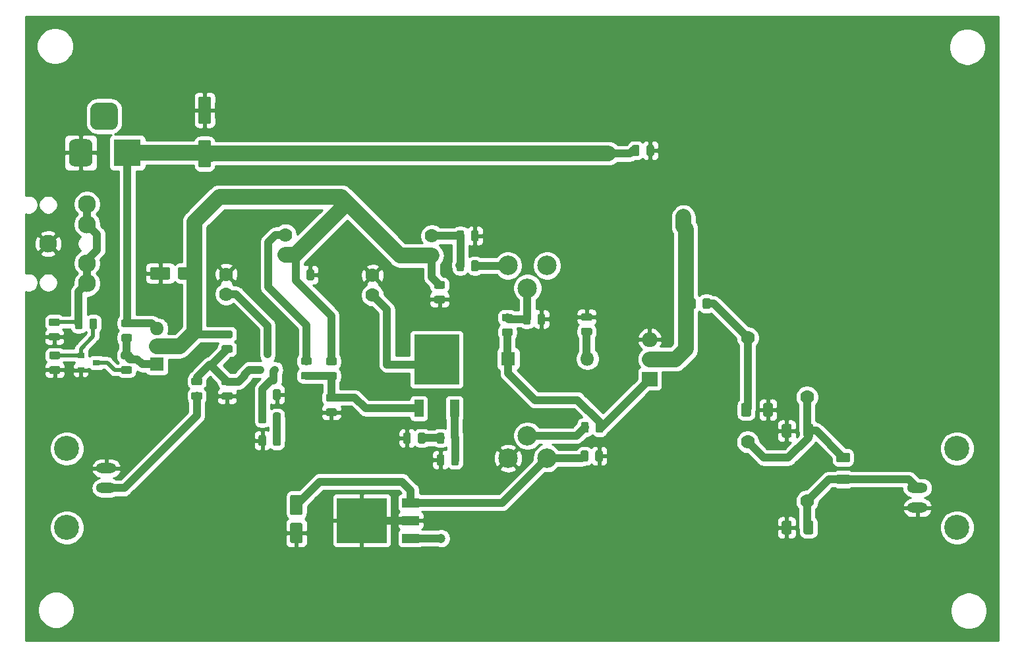
<source format=gtl>
G04 #@! TF.GenerationSoftware,KiCad,Pcbnew,(5.1.5)-3*
G04 #@! TF.CreationDate,2021-07-25T13:57:05-05:00*
G04 #@! TF.ProjectId,IRF510-Amplifier,49524635-3130-42d4-916d-706c69666965,rev?*
G04 #@! TF.SameCoordinates,Original*
G04 #@! TF.FileFunction,Copper,L1,Top*
G04 #@! TF.FilePolarity,Positive*
%FSLAX46Y46*%
G04 Gerber Fmt 4.6, Leading zero omitted, Abs format (unit mm)*
G04 Created by KiCad (PCBNEW (5.1.5)-3) date 2021-07-25 13:57:05*
%MOMM*%
%LPD*%
G04 APERTURE LIST*
%ADD10C,0.100000*%
%ADD11C,1.778000*%
%ADD12C,2.300000*%
%ADD13O,1.800000X1.717500*%
%ADD14R,1.800000X1.717500*%
%ADD15R,0.900000X0.800000*%
%ADD16R,6.400000X5.800000*%
%ADD17R,2.200000X1.200000*%
%ADD18C,2.500000*%
%ADD19O,1.800000X1.800000*%
%ADD20R,1.800000X1.800000*%
%ADD21O,2.000000X1.905000*%
%ADD22R,2.000000X1.905000*%
%ADD23R,5.800000X6.400000*%
%ADD24R,1.200000X2.200000*%
%ADD25R,0.800000X0.900000*%
%ADD26O,2.616000X1.308000*%
%ADD27C,3.216000*%
%ADD28R,3.500000X3.500000*%
%ADD29C,1.200000*%
%ADD30C,1.000000*%
%ADD31C,2.000000*%
%ADD32C,0.500000*%
%ADD33C,0.254000*%
G04 APERTURE END LIST*
G04 #@! TA.AperFunction,SMDPad,CuDef*
D10*
G36*
X113167642Y-53001174D02*
G01*
X113191303Y-53004684D01*
X113214507Y-53010496D01*
X113237029Y-53018554D01*
X113258653Y-53028782D01*
X113279170Y-53041079D01*
X113298383Y-53055329D01*
X113316107Y-53071393D01*
X113332171Y-53089117D01*
X113346421Y-53108330D01*
X113358718Y-53128847D01*
X113368946Y-53150471D01*
X113377004Y-53172993D01*
X113382816Y-53196197D01*
X113386326Y-53219858D01*
X113387500Y-53243750D01*
X113387500Y-54156250D01*
X113386326Y-54180142D01*
X113382816Y-54203803D01*
X113377004Y-54227007D01*
X113368946Y-54249529D01*
X113358718Y-54271153D01*
X113346421Y-54291670D01*
X113332171Y-54310883D01*
X113316107Y-54328607D01*
X113298383Y-54344671D01*
X113279170Y-54358921D01*
X113258653Y-54371218D01*
X113237029Y-54381446D01*
X113214507Y-54389504D01*
X113191303Y-54395316D01*
X113167642Y-54398826D01*
X113143750Y-54400000D01*
X112656250Y-54400000D01*
X112632358Y-54398826D01*
X112608697Y-54395316D01*
X112585493Y-54389504D01*
X112562971Y-54381446D01*
X112541347Y-54371218D01*
X112520830Y-54358921D01*
X112501617Y-54344671D01*
X112483893Y-54328607D01*
X112467829Y-54310883D01*
X112453579Y-54291670D01*
X112441282Y-54271153D01*
X112431054Y-54249529D01*
X112422996Y-54227007D01*
X112417184Y-54203803D01*
X112413674Y-54180142D01*
X112412500Y-54156250D01*
X112412500Y-53243750D01*
X112413674Y-53219858D01*
X112417184Y-53196197D01*
X112422996Y-53172993D01*
X112431054Y-53150471D01*
X112441282Y-53128847D01*
X112453579Y-53108330D01*
X112467829Y-53089117D01*
X112483893Y-53071393D01*
X112501617Y-53055329D01*
X112520830Y-53041079D01*
X112541347Y-53028782D01*
X112562971Y-53018554D01*
X112585493Y-53010496D01*
X112608697Y-53004684D01*
X112632358Y-53001174D01*
X112656250Y-53000000D01*
X113143750Y-53000000D01*
X113167642Y-53001174D01*
G37*
G04 #@! TD.AperFunction*
G04 #@! TA.AperFunction,SMDPad,CuDef*
G36*
X111292642Y-53001174D02*
G01*
X111316303Y-53004684D01*
X111339507Y-53010496D01*
X111362029Y-53018554D01*
X111383653Y-53028782D01*
X111404170Y-53041079D01*
X111423383Y-53055329D01*
X111441107Y-53071393D01*
X111457171Y-53089117D01*
X111471421Y-53108330D01*
X111483718Y-53128847D01*
X111493946Y-53150471D01*
X111502004Y-53172993D01*
X111507816Y-53196197D01*
X111511326Y-53219858D01*
X111512500Y-53243750D01*
X111512500Y-54156250D01*
X111511326Y-54180142D01*
X111507816Y-54203803D01*
X111502004Y-54227007D01*
X111493946Y-54249529D01*
X111483718Y-54271153D01*
X111471421Y-54291670D01*
X111457171Y-54310883D01*
X111441107Y-54328607D01*
X111423383Y-54344671D01*
X111404170Y-54358921D01*
X111383653Y-54371218D01*
X111362029Y-54381446D01*
X111339507Y-54389504D01*
X111316303Y-54395316D01*
X111292642Y-54398826D01*
X111268750Y-54400000D01*
X110781250Y-54400000D01*
X110757358Y-54398826D01*
X110733697Y-54395316D01*
X110710493Y-54389504D01*
X110687971Y-54381446D01*
X110666347Y-54371218D01*
X110645830Y-54358921D01*
X110626617Y-54344671D01*
X110608893Y-54328607D01*
X110592829Y-54310883D01*
X110578579Y-54291670D01*
X110566282Y-54271153D01*
X110556054Y-54249529D01*
X110547996Y-54227007D01*
X110542184Y-54203803D01*
X110538674Y-54180142D01*
X110537500Y-54156250D01*
X110537500Y-53243750D01*
X110538674Y-53219858D01*
X110542184Y-53196197D01*
X110547996Y-53172993D01*
X110556054Y-53150471D01*
X110566282Y-53128847D01*
X110578579Y-53108330D01*
X110592829Y-53089117D01*
X110608893Y-53071393D01*
X110626617Y-53055329D01*
X110645830Y-53041079D01*
X110666347Y-53028782D01*
X110687971Y-53018554D01*
X110710493Y-53010496D01*
X110733697Y-53004684D01*
X110757358Y-53001174D01*
X110781250Y-53000000D01*
X111268750Y-53000000D01*
X111292642Y-53001174D01*
G37*
G04 #@! TD.AperFunction*
G04 #@! TA.AperFunction,SMDPad,CuDef*
G36*
X94674504Y-52701204D02*
G01*
X94698773Y-52704804D01*
X94722571Y-52710765D01*
X94745671Y-52719030D01*
X94767849Y-52729520D01*
X94788893Y-52742133D01*
X94808598Y-52756747D01*
X94826777Y-52773223D01*
X94843253Y-52791402D01*
X94857867Y-52811107D01*
X94870480Y-52832151D01*
X94880970Y-52854329D01*
X94889235Y-52877429D01*
X94895196Y-52901227D01*
X94898796Y-52925496D01*
X94900000Y-52950000D01*
X94900000Y-54050000D01*
X94898796Y-54074504D01*
X94895196Y-54098773D01*
X94889235Y-54122571D01*
X94880970Y-54145671D01*
X94870480Y-54167849D01*
X94857867Y-54188893D01*
X94843253Y-54208598D01*
X94826777Y-54226777D01*
X94808598Y-54243253D01*
X94788893Y-54257867D01*
X94767849Y-54270480D01*
X94745671Y-54280970D01*
X94722571Y-54289235D01*
X94698773Y-54295196D01*
X94674504Y-54298796D01*
X94650000Y-54300000D01*
X92550000Y-54300000D01*
X92525496Y-54298796D01*
X92501227Y-54295196D01*
X92477429Y-54289235D01*
X92454329Y-54280970D01*
X92432151Y-54270480D01*
X92411107Y-54257867D01*
X92391402Y-54243253D01*
X92373223Y-54226777D01*
X92356747Y-54208598D01*
X92342133Y-54188893D01*
X92329520Y-54167849D01*
X92319030Y-54145671D01*
X92310765Y-54122571D01*
X92304804Y-54098773D01*
X92301204Y-54074504D01*
X92300000Y-54050000D01*
X92300000Y-52950000D01*
X92301204Y-52925496D01*
X92304804Y-52901227D01*
X92310765Y-52877429D01*
X92319030Y-52854329D01*
X92329520Y-52832151D01*
X92342133Y-52811107D01*
X92356747Y-52791402D01*
X92373223Y-52773223D01*
X92391402Y-52756747D01*
X92411107Y-52742133D01*
X92432151Y-52729520D01*
X92454329Y-52719030D01*
X92477429Y-52710765D01*
X92501227Y-52704804D01*
X92525496Y-52701204D01*
X92550000Y-52700000D01*
X94650000Y-52700000D01*
X94674504Y-52701204D01*
G37*
G04 #@! TD.AperFunction*
G04 #@! TA.AperFunction,SMDPad,CuDef*
G36*
X98274504Y-52701204D02*
G01*
X98298773Y-52704804D01*
X98322571Y-52710765D01*
X98345671Y-52719030D01*
X98367849Y-52729520D01*
X98388893Y-52742133D01*
X98408598Y-52756747D01*
X98426777Y-52773223D01*
X98443253Y-52791402D01*
X98457867Y-52811107D01*
X98470480Y-52832151D01*
X98480970Y-52854329D01*
X98489235Y-52877429D01*
X98495196Y-52901227D01*
X98498796Y-52925496D01*
X98500000Y-52950000D01*
X98500000Y-54050000D01*
X98498796Y-54074504D01*
X98495196Y-54098773D01*
X98489235Y-54122571D01*
X98480970Y-54145671D01*
X98470480Y-54167849D01*
X98457867Y-54188893D01*
X98443253Y-54208598D01*
X98426777Y-54226777D01*
X98408598Y-54243253D01*
X98388893Y-54257867D01*
X98367849Y-54270480D01*
X98345671Y-54280970D01*
X98322571Y-54289235D01*
X98298773Y-54295196D01*
X98274504Y-54298796D01*
X98250000Y-54300000D01*
X96150000Y-54300000D01*
X96125496Y-54298796D01*
X96101227Y-54295196D01*
X96077429Y-54289235D01*
X96054329Y-54280970D01*
X96032151Y-54270480D01*
X96011107Y-54257867D01*
X95991402Y-54243253D01*
X95973223Y-54226777D01*
X95956747Y-54208598D01*
X95942133Y-54188893D01*
X95929520Y-54167849D01*
X95919030Y-54145671D01*
X95910765Y-54122571D01*
X95904804Y-54098773D01*
X95901204Y-54074504D01*
X95900000Y-54050000D01*
X95900000Y-52950000D01*
X95901204Y-52925496D01*
X95904804Y-52901227D01*
X95910765Y-52877429D01*
X95919030Y-52854329D01*
X95929520Y-52832151D01*
X95942133Y-52811107D01*
X95956747Y-52791402D01*
X95973223Y-52773223D01*
X95991402Y-52756747D01*
X96011107Y-52742133D01*
X96032151Y-52729520D01*
X96054329Y-52719030D01*
X96077429Y-52710765D01*
X96101227Y-52704804D01*
X96125496Y-52701204D01*
X96150000Y-52700000D01*
X98250000Y-52700000D01*
X98274504Y-52701204D01*
G37*
G04 #@! TD.AperFunction*
G04 #@! TA.AperFunction,SMDPad,CuDef*
G36*
X89740142Y-65451174D02*
G01*
X89763803Y-65454684D01*
X89787007Y-65460496D01*
X89809529Y-65468554D01*
X89831153Y-65478782D01*
X89851670Y-65491079D01*
X89870883Y-65505329D01*
X89888607Y-65521393D01*
X89904671Y-65539117D01*
X89918921Y-65558330D01*
X89931218Y-65578847D01*
X89941446Y-65600471D01*
X89949504Y-65622993D01*
X89955316Y-65646197D01*
X89958826Y-65669858D01*
X89960000Y-65693750D01*
X89960000Y-66181250D01*
X89958826Y-66205142D01*
X89955316Y-66228803D01*
X89949504Y-66252007D01*
X89941446Y-66274529D01*
X89931218Y-66296153D01*
X89918921Y-66316670D01*
X89904671Y-66335883D01*
X89888607Y-66353607D01*
X89870883Y-66369671D01*
X89851670Y-66383921D01*
X89831153Y-66396218D01*
X89809529Y-66406446D01*
X89787007Y-66414504D01*
X89763803Y-66420316D01*
X89740142Y-66423826D01*
X89716250Y-66425000D01*
X88803750Y-66425000D01*
X88779858Y-66423826D01*
X88756197Y-66420316D01*
X88732993Y-66414504D01*
X88710471Y-66406446D01*
X88688847Y-66396218D01*
X88668330Y-66383921D01*
X88649117Y-66369671D01*
X88631393Y-66353607D01*
X88615329Y-66335883D01*
X88601079Y-66316670D01*
X88588782Y-66296153D01*
X88578554Y-66274529D01*
X88570496Y-66252007D01*
X88564684Y-66228803D01*
X88561174Y-66205142D01*
X88560000Y-66181250D01*
X88560000Y-65693750D01*
X88561174Y-65669858D01*
X88564684Y-65646197D01*
X88570496Y-65622993D01*
X88578554Y-65600471D01*
X88588782Y-65578847D01*
X88601079Y-65558330D01*
X88615329Y-65539117D01*
X88631393Y-65521393D01*
X88649117Y-65505329D01*
X88668330Y-65491079D01*
X88688847Y-65478782D01*
X88710471Y-65468554D01*
X88732993Y-65460496D01*
X88756197Y-65454684D01*
X88779858Y-65451174D01*
X88803750Y-65450000D01*
X89716250Y-65450000D01*
X89740142Y-65451174D01*
G37*
G04 #@! TD.AperFunction*
G04 #@! TA.AperFunction,SMDPad,CuDef*
G36*
X89740142Y-63576174D02*
G01*
X89763803Y-63579684D01*
X89787007Y-63585496D01*
X89809529Y-63593554D01*
X89831153Y-63603782D01*
X89851670Y-63616079D01*
X89870883Y-63630329D01*
X89888607Y-63646393D01*
X89904671Y-63664117D01*
X89918921Y-63683330D01*
X89931218Y-63703847D01*
X89941446Y-63725471D01*
X89949504Y-63747993D01*
X89955316Y-63771197D01*
X89958826Y-63794858D01*
X89960000Y-63818750D01*
X89960000Y-64306250D01*
X89958826Y-64330142D01*
X89955316Y-64353803D01*
X89949504Y-64377007D01*
X89941446Y-64399529D01*
X89931218Y-64421153D01*
X89918921Y-64441670D01*
X89904671Y-64460883D01*
X89888607Y-64478607D01*
X89870883Y-64494671D01*
X89851670Y-64508921D01*
X89831153Y-64521218D01*
X89809529Y-64531446D01*
X89787007Y-64539504D01*
X89763803Y-64545316D01*
X89740142Y-64548826D01*
X89716250Y-64550000D01*
X88803750Y-64550000D01*
X88779858Y-64548826D01*
X88756197Y-64545316D01*
X88732993Y-64539504D01*
X88710471Y-64531446D01*
X88688847Y-64521218D01*
X88668330Y-64508921D01*
X88649117Y-64494671D01*
X88631393Y-64478607D01*
X88615329Y-64460883D01*
X88601079Y-64441670D01*
X88588782Y-64421153D01*
X88578554Y-64399529D01*
X88570496Y-64377007D01*
X88564684Y-64353803D01*
X88561174Y-64330142D01*
X88560000Y-64306250D01*
X88560000Y-63818750D01*
X88561174Y-63794858D01*
X88564684Y-63771197D01*
X88570496Y-63747993D01*
X88578554Y-63725471D01*
X88588782Y-63703847D01*
X88601079Y-63683330D01*
X88615329Y-63664117D01*
X88631393Y-63646393D01*
X88649117Y-63630329D01*
X88668330Y-63616079D01*
X88688847Y-63603782D01*
X88710471Y-63593554D01*
X88732993Y-63585496D01*
X88756197Y-63579684D01*
X88779858Y-63576174D01*
X88803750Y-63575000D01*
X89716250Y-63575000D01*
X89740142Y-63576174D01*
G37*
G04 #@! TD.AperFunction*
D11*
X109700000Y-51100000D03*
X102080000Y-56180000D03*
X109700000Y-48560000D03*
X102080000Y-53640000D03*
G04 #@! TA.AperFunction,SMDPad,CuDef*
D10*
G36*
X125592642Y-74001174D02*
G01*
X125616303Y-74004684D01*
X125639507Y-74010496D01*
X125662029Y-74018554D01*
X125683653Y-74028782D01*
X125704170Y-74041079D01*
X125723383Y-74055329D01*
X125741107Y-74071393D01*
X125757171Y-74089117D01*
X125771421Y-74108330D01*
X125783718Y-74128847D01*
X125793946Y-74150471D01*
X125802004Y-74172993D01*
X125807816Y-74196197D01*
X125811326Y-74219858D01*
X125812500Y-74243750D01*
X125812500Y-75156250D01*
X125811326Y-75180142D01*
X125807816Y-75203803D01*
X125802004Y-75227007D01*
X125793946Y-75249529D01*
X125783718Y-75271153D01*
X125771421Y-75291670D01*
X125757171Y-75310883D01*
X125741107Y-75328607D01*
X125723383Y-75344671D01*
X125704170Y-75358921D01*
X125683653Y-75371218D01*
X125662029Y-75381446D01*
X125639507Y-75389504D01*
X125616303Y-75395316D01*
X125592642Y-75398826D01*
X125568750Y-75400000D01*
X125081250Y-75400000D01*
X125057358Y-75398826D01*
X125033697Y-75395316D01*
X125010493Y-75389504D01*
X124987971Y-75381446D01*
X124966347Y-75371218D01*
X124945830Y-75358921D01*
X124926617Y-75344671D01*
X124908893Y-75328607D01*
X124892829Y-75310883D01*
X124878579Y-75291670D01*
X124866282Y-75271153D01*
X124856054Y-75249529D01*
X124847996Y-75227007D01*
X124842184Y-75203803D01*
X124838674Y-75180142D01*
X124837500Y-75156250D01*
X124837500Y-74243750D01*
X124838674Y-74219858D01*
X124842184Y-74196197D01*
X124847996Y-74172993D01*
X124856054Y-74150471D01*
X124866282Y-74128847D01*
X124878579Y-74108330D01*
X124892829Y-74089117D01*
X124908893Y-74071393D01*
X124926617Y-74055329D01*
X124945830Y-74041079D01*
X124966347Y-74028782D01*
X124987971Y-74018554D01*
X125010493Y-74010496D01*
X125033697Y-74004684D01*
X125057358Y-74001174D01*
X125081250Y-74000000D01*
X125568750Y-74000000D01*
X125592642Y-74001174D01*
G37*
G04 #@! TD.AperFunction*
G04 #@! TA.AperFunction,SMDPad,CuDef*
G36*
X127467642Y-74001174D02*
G01*
X127491303Y-74004684D01*
X127514507Y-74010496D01*
X127537029Y-74018554D01*
X127558653Y-74028782D01*
X127579170Y-74041079D01*
X127598383Y-74055329D01*
X127616107Y-74071393D01*
X127632171Y-74089117D01*
X127646421Y-74108330D01*
X127658718Y-74128847D01*
X127668946Y-74150471D01*
X127677004Y-74172993D01*
X127682816Y-74196197D01*
X127686326Y-74219858D01*
X127687500Y-74243750D01*
X127687500Y-75156250D01*
X127686326Y-75180142D01*
X127682816Y-75203803D01*
X127677004Y-75227007D01*
X127668946Y-75249529D01*
X127658718Y-75271153D01*
X127646421Y-75291670D01*
X127632171Y-75310883D01*
X127616107Y-75328607D01*
X127598383Y-75344671D01*
X127579170Y-75358921D01*
X127558653Y-75371218D01*
X127537029Y-75381446D01*
X127514507Y-75389504D01*
X127491303Y-75395316D01*
X127467642Y-75398826D01*
X127443750Y-75400000D01*
X126956250Y-75400000D01*
X126932358Y-75398826D01*
X126908697Y-75395316D01*
X126885493Y-75389504D01*
X126862971Y-75381446D01*
X126841347Y-75371218D01*
X126820830Y-75358921D01*
X126801617Y-75344671D01*
X126783893Y-75328607D01*
X126767829Y-75310883D01*
X126753579Y-75291670D01*
X126741282Y-75271153D01*
X126731054Y-75249529D01*
X126722996Y-75227007D01*
X126717184Y-75203803D01*
X126713674Y-75180142D01*
X126712500Y-75156250D01*
X126712500Y-74243750D01*
X126713674Y-74219858D01*
X126717184Y-74196197D01*
X126722996Y-74172993D01*
X126731054Y-74150471D01*
X126741282Y-74128847D01*
X126753579Y-74108330D01*
X126767829Y-74089117D01*
X126783893Y-74071393D01*
X126801617Y-74055329D01*
X126820830Y-74041079D01*
X126841347Y-74028782D01*
X126862971Y-74018554D01*
X126885493Y-74010496D01*
X126908697Y-74004684D01*
X126932358Y-74001174D01*
X126956250Y-74000000D01*
X127443750Y-74000000D01*
X127467642Y-74001174D01*
G37*
G04 #@! TD.AperFunction*
G04 #@! TA.AperFunction,SMDPad,CuDef*
G36*
X129892642Y-76801174D02*
G01*
X129916303Y-76804684D01*
X129939507Y-76810496D01*
X129962029Y-76818554D01*
X129983653Y-76828782D01*
X130004170Y-76841079D01*
X130023383Y-76855329D01*
X130041107Y-76871393D01*
X130057171Y-76889117D01*
X130071421Y-76908330D01*
X130083718Y-76928847D01*
X130093946Y-76950471D01*
X130102004Y-76972993D01*
X130107816Y-76996197D01*
X130111326Y-77019858D01*
X130112500Y-77043750D01*
X130112500Y-77956250D01*
X130111326Y-77980142D01*
X130107816Y-78003803D01*
X130102004Y-78027007D01*
X130093946Y-78049529D01*
X130083718Y-78071153D01*
X130071421Y-78091670D01*
X130057171Y-78110883D01*
X130041107Y-78128607D01*
X130023383Y-78144671D01*
X130004170Y-78158921D01*
X129983653Y-78171218D01*
X129962029Y-78181446D01*
X129939507Y-78189504D01*
X129916303Y-78195316D01*
X129892642Y-78198826D01*
X129868750Y-78200000D01*
X129381250Y-78200000D01*
X129357358Y-78198826D01*
X129333697Y-78195316D01*
X129310493Y-78189504D01*
X129287971Y-78181446D01*
X129266347Y-78171218D01*
X129245830Y-78158921D01*
X129226617Y-78144671D01*
X129208893Y-78128607D01*
X129192829Y-78110883D01*
X129178579Y-78091670D01*
X129166282Y-78071153D01*
X129156054Y-78049529D01*
X129147996Y-78027007D01*
X129142184Y-78003803D01*
X129138674Y-77980142D01*
X129137500Y-77956250D01*
X129137500Y-77043750D01*
X129138674Y-77019858D01*
X129142184Y-76996197D01*
X129147996Y-76972993D01*
X129156054Y-76950471D01*
X129166282Y-76928847D01*
X129178579Y-76908330D01*
X129192829Y-76889117D01*
X129208893Y-76871393D01*
X129226617Y-76855329D01*
X129245830Y-76841079D01*
X129266347Y-76828782D01*
X129287971Y-76818554D01*
X129310493Y-76810496D01*
X129333697Y-76804684D01*
X129357358Y-76801174D01*
X129381250Y-76800000D01*
X129868750Y-76800000D01*
X129892642Y-76801174D01*
G37*
G04 #@! TD.AperFunction*
G04 #@! TA.AperFunction,SMDPad,CuDef*
G36*
X131767642Y-76801174D02*
G01*
X131791303Y-76804684D01*
X131814507Y-76810496D01*
X131837029Y-76818554D01*
X131858653Y-76828782D01*
X131879170Y-76841079D01*
X131898383Y-76855329D01*
X131916107Y-76871393D01*
X131932171Y-76889117D01*
X131946421Y-76908330D01*
X131958718Y-76928847D01*
X131968946Y-76950471D01*
X131977004Y-76972993D01*
X131982816Y-76996197D01*
X131986326Y-77019858D01*
X131987500Y-77043750D01*
X131987500Y-77956250D01*
X131986326Y-77980142D01*
X131982816Y-78003803D01*
X131977004Y-78027007D01*
X131968946Y-78049529D01*
X131958718Y-78071153D01*
X131946421Y-78091670D01*
X131932171Y-78110883D01*
X131916107Y-78128607D01*
X131898383Y-78144671D01*
X131879170Y-78158921D01*
X131858653Y-78171218D01*
X131837029Y-78181446D01*
X131814507Y-78189504D01*
X131791303Y-78195316D01*
X131767642Y-78198826D01*
X131743750Y-78200000D01*
X131256250Y-78200000D01*
X131232358Y-78198826D01*
X131208697Y-78195316D01*
X131185493Y-78189504D01*
X131162971Y-78181446D01*
X131141347Y-78171218D01*
X131120830Y-78158921D01*
X131101617Y-78144671D01*
X131083893Y-78128607D01*
X131067829Y-78110883D01*
X131053579Y-78091670D01*
X131041282Y-78071153D01*
X131031054Y-78049529D01*
X131022996Y-78027007D01*
X131017184Y-78003803D01*
X131013674Y-77980142D01*
X131012500Y-77956250D01*
X131012500Y-77043750D01*
X131013674Y-77019858D01*
X131017184Y-76996197D01*
X131022996Y-76972993D01*
X131031054Y-76950471D01*
X131041282Y-76928847D01*
X131053579Y-76908330D01*
X131067829Y-76889117D01*
X131083893Y-76871393D01*
X131101617Y-76855329D01*
X131120830Y-76841079D01*
X131141347Y-76828782D01*
X131162971Y-76818554D01*
X131185493Y-76810496D01*
X131208697Y-76804684D01*
X131232358Y-76801174D01*
X131256250Y-76800000D01*
X131743750Y-76800000D01*
X131767642Y-76801174D01*
G37*
G04 #@! TD.AperFunction*
G04 #@! TA.AperFunction,SMDPad,CuDef*
G36*
X106992642Y-74301174D02*
G01*
X107016303Y-74304684D01*
X107039507Y-74310496D01*
X107062029Y-74318554D01*
X107083653Y-74328782D01*
X107104170Y-74341079D01*
X107123383Y-74355329D01*
X107141107Y-74371393D01*
X107157171Y-74389117D01*
X107171421Y-74408330D01*
X107183718Y-74428847D01*
X107193946Y-74450471D01*
X107202004Y-74472993D01*
X107207816Y-74496197D01*
X107211326Y-74519858D01*
X107212500Y-74543750D01*
X107212500Y-75456250D01*
X107211326Y-75480142D01*
X107207816Y-75503803D01*
X107202004Y-75527007D01*
X107193946Y-75549529D01*
X107183718Y-75571153D01*
X107171421Y-75591670D01*
X107157171Y-75610883D01*
X107141107Y-75628607D01*
X107123383Y-75644671D01*
X107104170Y-75658921D01*
X107083653Y-75671218D01*
X107062029Y-75681446D01*
X107039507Y-75689504D01*
X107016303Y-75695316D01*
X106992642Y-75698826D01*
X106968750Y-75700000D01*
X106481250Y-75700000D01*
X106457358Y-75698826D01*
X106433697Y-75695316D01*
X106410493Y-75689504D01*
X106387971Y-75681446D01*
X106366347Y-75671218D01*
X106345830Y-75658921D01*
X106326617Y-75644671D01*
X106308893Y-75628607D01*
X106292829Y-75610883D01*
X106278579Y-75591670D01*
X106266282Y-75571153D01*
X106256054Y-75549529D01*
X106247996Y-75527007D01*
X106242184Y-75503803D01*
X106238674Y-75480142D01*
X106237500Y-75456250D01*
X106237500Y-74543750D01*
X106238674Y-74519858D01*
X106242184Y-74496197D01*
X106247996Y-74472993D01*
X106256054Y-74450471D01*
X106266282Y-74428847D01*
X106278579Y-74408330D01*
X106292829Y-74389117D01*
X106308893Y-74371393D01*
X106326617Y-74355329D01*
X106345830Y-74341079D01*
X106366347Y-74328782D01*
X106387971Y-74318554D01*
X106410493Y-74310496D01*
X106433697Y-74304684D01*
X106457358Y-74301174D01*
X106481250Y-74300000D01*
X106968750Y-74300000D01*
X106992642Y-74301174D01*
G37*
G04 #@! TD.AperFunction*
G04 #@! TA.AperFunction,SMDPad,CuDef*
G36*
X108867642Y-74301174D02*
G01*
X108891303Y-74304684D01*
X108914507Y-74310496D01*
X108937029Y-74318554D01*
X108958653Y-74328782D01*
X108979170Y-74341079D01*
X108998383Y-74355329D01*
X109016107Y-74371393D01*
X109032171Y-74389117D01*
X109046421Y-74408330D01*
X109058718Y-74428847D01*
X109068946Y-74450471D01*
X109077004Y-74472993D01*
X109082816Y-74496197D01*
X109086326Y-74519858D01*
X109087500Y-74543750D01*
X109087500Y-75456250D01*
X109086326Y-75480142D01*
X109082816Y-75503803D01*
X109077004Y-75527007D01*
X109068946Y-75549529D01*
X109058718Y-75571153D01*
X109046421Y-75591670D01*
X109032171Y-75610883D01*
X109016107Y-75628607D01*
X108998383Y-75644671D01*
X108979170Y-75658921D01*
X108958653Y-75671218D01*
X108937029Y-75681446D01*
X108914507Y-75689504D01*
X108891303Y-75695316D01*
X108867642Y-75698826D01*
X108843750Y-75700000D01*
X108356250Y-75700000D01*
X108332358Y-75698826D01*
X108308697Y-75695316D01*
X108285493Y-75689504D01*
X108262971Y-75681446D01*
X108241347Y-75671218D01*
X108220830Y-75658921D01*
X108201617Y-75644671D01*
X108183893Y-75628607D01*
X108167829Y-75610883D01*
X108153579Y-75591670D01*
X108141282Y-75571153D01*
X108131054Y-75549529D01*
X108122996Y-75527007D01*
X108117184Y-75503803D01*
X108113674Y-75480142D01*
X108112500Y-75456250D01*
X108112500Y-74543750D01*
X108113674Y-74519858D01*
X108117184Y-74496197D01*
X108122996Y-74472993D01*
X108131054Y-74450471D01*
X108141282Y-74428847D01*
X108153579Y-74408330D01*
X108167829Y-74389117D01*
X108183893Y-74371393D01*
X108201617Y-74355329D01*
X108220830Y-74341079D01*
X108241347Y-74328782D01*
X108262971Y-74318554D01*
X108285493Y-74310496D01*
X108308697Y-74304684D01*
X108332358Y-74301174D01*
X108356250Y-74300000D01*
X108843750Y-74300000D01*
X108867642Y-74301174D01*
G37*
G04 #@! TD.AperFunction*
G04 #@! TA.AperFunction,SMDPad,CuDef*
G36*
X129892642Y-74001174D02*
G01*
X129916303Y-74004684D01*
X129939507Y-74010496D01*
X129962029Y-74018554D01*
X129983653Y-74028782D01*
X130004170Y-74041079D01*
X130023383Y-74055329D01*
X130041107Y-74071393D01*
X130057171Y-74089117D01*
X130071421Y-74108330D01*
X130083718Y-74128847D01*
X130093946Y-74150471D01*
X130102004Y-74172993D01*
X130107816Y-74196197D01*
X130111326Y-74219858D01*
X130112500Y-74243750D01*
X130112500Y-75156250D01*
X130111326Y-75180142D01*
X130107816Y-75203803D01*
X130102004Y-75227007D01*
X130093946Y-75249529D01*
X130083718Y-75271153D01*
X130071421Y-75291670D01*
X130057171Y-75310883D01*
X130041107Y-75328607D01*
X130023383Y-75344671D01*
X130004170Y-75358921D01*
X129983653Y-75371218D01*
X129962029Y-75381446D01*
X129939507Y-75389504D01*
X129916303Y-75395316D01*
X129892642Y-75398826D01*
X129868750Y-75400000D01*
X129381250Y-75400000D01*
X129357358Y-75398826D01*
X129333697Y-75395316D01*
X129310493Y-75389504D01*
X129287971Y-75381446D01*
X129266347Y-75371218D01*
X129245830Y-75358921D01*
X129226617Y-75344671D01*
X129208893Y-75328607D01*
X129192829Y-75310883D01*
X129178579Y-75291670D01*
X129166282Y-75271153D01*
X129156054Y-75249529D01*
X129147996Y-75227007D01*
X129142184Y-75203803D01*
X129138674Y-75180142D01*
X129137500Y-75156250D01*
X129137500Y-74243750D01*
X129138674Y-74219858D01*
X129142184Y-74196197D01*
X129147996Y-74172993D01*
X129156054Y-74150471D01*
X129166282Y-74128847D01*
X129178579Y-74108330D01*
X129192829Y-74089117D01*
X129208893Y-74071393D01*
X129226617Y-74055329D01*
X129245830Y-74041079D01*
X129266347Y-74028782D01*
X129287971Y-74018554D01*
X129310493Y-74010496D01*
X129333697Y-74004684D01*
X129357358Y-74001174D01*
X129381250Y-74000000D01*
X129868750Y-74000000D01*
X129892642Y-74001174D01*
G37*
G04 #@! TD.AperFunction*
G04 #@! TA.AperFunction,SMDPad,CuDef*
G36*
X131767642Y-74001174D02*
G01*
X131791303Y-74004684D01*
X131814507Y-74010496D01*
X131837029Y-74018554D01*
X131858653Y-74028782D01*
X131879170Y-74041079D01*
X131898383Y-74055329D01*
X131916107Y-74071393D01*
X131932171Y-74089117D01*
X131946421Y-74108330D01*
X131958718Y-74128847D01*
X131968946Y-74150471D01*
X131977004Y-74172993D01*
X131982816Y-74196197D01*
X131986326Y-74219858D01*
X131987500Y-74243750D01*
X131987500Y-75156250D01*
X131986326Y-75180142D01*
X131982816Y-75203803D01*
X131977004Y-75227007D01*
X131968946Y-75249529D01*
X131958718Y-75271153D01*
X131946421Y-75291670D01*
X131932171Y-75310883D01*
X131916107Y-75328607D01*
X131898383Y-75344671D01*
X131879170Y-75358921D01*
X131858653Y-75371218D01*
X131837029Y-75381446D01*
X131814507Y-75389504D01*
X131791303Y-75395316D01*
X131767642Y-75398826D01*
X131743750Y-75400000D01*
X131256250Y-75400000D01*
X131232358Y-75398826D01*
X131208697Y-75395316D01*
X131185493Y-75389504D01*
X131162971Y-75381446D01*
X131141347Y-75371218D01*
X131120830Y-75358921D01*
X131101617Y-75344671D01*
X131083893Y-75328607D01*
X131067829Y-75310883D01*
X131053579Y-75291670D01*
X131041282Y-75271153D01*
X131031054Y-75249529D01*
X131022996Y-75227007D01*
X131017184Y-75203803D01*
X131013674Y-75180142D01*
X131012500Y-75156250D01*
X131012500Y-74243750D01*
X131013674Y-74219858D01*
X131017184Y-74196197D01*
X131022996Y-74172993D01*
X131031054Y-74150471D01*
X131041282Y-74128847D01*
X131053579Y-74108330D01*
X131067829Y-74089117D01*
X131083893Y-74071393D01*
X131101617Y-74055329D01*
X131120830Y-74041079D01*
X131141347Y-74028782D01*
X131162971Y-74018554D01*
X131185493Y-74010496D01*
X131208697Y-74004684D01*
X131232358Y-74001174D01*
X131256250Y-74000000D01*
X131743750Y-74000000D01*
X131767642Y-74001174D01*
G37*
G04 #@! TD.AperFunction*
G04 #@! TA.AperFunction,SMDPad,CuDef*
G36*
X112880142Y-66188674D02*
G01*
X112903803Y-66192184D01*
X112927007Y-66197996D01*
X112949529Y-66206054D01*
X112971153Y-66216282D01*
X112991670Y-66228579D01*
X113010883Y-66242829D01*
X113028607Y-66258893D01*
X113044671Y-66276617D01*
X113058921Y-66295830D01*
X113071218Y-66316347D01*
X113081446Y-66337971D01*
X113089504Y-66360493D01*
X113095316Y-66383697D01*
X113098826Y-66407358D01*
X113100000Y-66431250D01*
X113100000Y-66918750D01*
X113098826Y-66942642D01*
X113095316Y-66966303D01*
X113089504Y-66989507D01*
X113081446Y-67012029D01*
X113071218Y-67033653D01*
X113058921Y-67054170D01*
X113044671Y-67073383D01*
X113028607Y-67091107D01*
X113010883Y-67107171D01*
X112991670Y-67121421D01*
X112971153Y-67133718D01*
X112949529Y-67143946D01*
X112927007Y-67152004D01*
X112903803Y-67157816D01*
X112880142Y-67161326D01*
X112856250Y-67162500D01*
X111943750Y-67162500D01*
X111919858Y-67161326D01*
X111896197Y-67157816D01*
X111872993Y-67152004D01*
X111850471Y-67143946D01*
X111828847Y-67133718D01*
X111808330Y-67121421D01*
X111789117Y-67107171D01*
X111771393Y-67091107D01*
X111755329Y-67073383D01*
X111741079Y-67054170D01*
X111728782Y-67033653D01*
X111718554Y-67012029D01*
X111710496Y-66989507D01*
X111704684Y-66966303D01*
X111701174Y-66942642D01*
X111700000Y-66918750D01*
X111700000Y-66431250D01*
X111701174Y-66407358D01*
X111704684Y-66383697D01*
X111710496Y-66360493D01*
X111718554Y-66337971D01*
X111728782Y-66316347D01*
X111741079Y-66295830D01*
X111755329Y-66276617D01*
X111771393Y-66258893D01*
X111789117Y-66242829D01*
X111808330Y-66228579D01*
X111828847Y-66216282D01*
X111850471Y-66206054D01*
X111872993Y-66197996D01*
X111896197Y-66192184D01*
X111919858Y-66188674D01*
X111943750Y-66187500D01*
X112856250Y-66187500D01*
X112880142Y-66188674D01*
G37*
G04 #@! TD.AperFunction*
G04 #@! TA.AperFunction,SMDPad,CuDef*
G36*
X112880142Y-64313674D02*
G01*
X112903803Y-64317184D01*
X112927007Y-64322996D01*
X112949529Y-64331054D01*
X112971153Y-64341282D01*
X112991670Y-64353579D01*
X113010883Y-64367829D01*
X113028607Y-64383893D01*
X113044671Y-64401617D01*
X113058921Y-64420830D01*
X113071218Y-64441347D01*
X113081446Y-64462971D01*
X113089504Y-64485493D01*
X113095316Y-64508697D01*
X113098826Y-64532358D01*
X113100000Y-64556250D01*
X113100000Y-65043750D01*
X113098826Y-65067642D01*
X113095316Y-65091303D01*
X113089504Y-65114507D01*
X113081446Y-65137029D01*
X113071218Y-65158653D01*
X113058921Y-65179170D01*
X113044671Y-65198383D01*
X113028607Y-65216107D01*
X113010883Y-65232171D01*
X112991670Y-65246421D01*
X112971153Y-65258718D01*
X112949529Y-65268946D01*
X112927007Y-65277004D01*
X112903803Y-65282816D01*
X112880142Y-65286326D01*
X112856250Y-65287500D01*
X111943750Y-65287500D01*
X111919858Y-65286326D01*
X111896197Y-65282816D01*
X111872993Y-65277004D01*
X111850471Y-65268946D01*
X111828847Y-65258718D01*
X111808330Y-65246421D01*
X111789117Y-65232171D01*
X111771393Y-65216107D01*
X111755329Y-65198383D01*
X111741079Y-65179170D01*
X111728782Y-65158653D01*
X111718554Y-65137029D01*
X111710496Y-65114507D01*
X111704684Y-65091303D01*
X111701174Y-65067642D01*
X111700000Y-65043750D01*
X111700000Y-64556250D01*
X111701174Y-64532358D01*
X111704684Y-64508697D01*
X111710496Y-64485493D01*
X111718554Y-64462971D01*
X111728782Y-64441347D01*
X111741079Y-64420830D01*
X111755329Y-64401617D01*
X111771393Y-64383893D01*
X111789117Y-64367829D01*
X111808330Y-64353579D01*
X111828847Y-64341282D01*
X111850471Y-64331054D01*
X111872993Y-64322996D01*
X111896197Y-64317184D01*
X111919858Y-64313674D01*
X111943750Y-64312500D01*
X112856250Y-64312500D01*
X112880142Y-64313674D01*
G37*
G04 #@! TD.AperFunction*
G04 #@! TA.AperFunction,SMDPad,CuDef*
G36*
X108867642Y-71401174D02*
G01*
X108891303Y-71404684D01*
X108914507Y-71410496D01*
X108937029Y-71418554D01*
X108958653Y-71428782D01*
X108979170Y-71441079D01*
X108998383Y-71455329D01*
X109016107Y-71471393D01*
X109032171Y-71489117D01*
X109046421Y-71508330D01*
X109058718Y-71528847D01*
X109068946Y-71550471D01*
X109077004Y-71572993D01*
X109082816Y-71596197D01*
X109086326Y-71619858D01*
X109087500Y-71643750D01*
X109087500Y-72556250D01*
X109086326Y-72580142D01*
X109082816Y-72603803D01*
X109077004Y-72627007D01*
X109068946Y-72649529D01*
X109058718Y-72671153D01*
X109046421Y-72691670D01*
X109032171Y-72710883D01*
X109016107Y-72728607D01*
X108998383Y-72744671D01*
X108979170Y-72758921D01*
X108958653Y-72771218D01*
X108937029Y-72781446D01*
X108914507Y-72789504D01*
X108891303Y-72795316D01*
X108867642Y-72798826D01*
X108843750Y-72800000D01*
X108356250Y-72800000D01*
X108332358Y-72798826D01*
X108308697Y-72795316D01*
X108285493Y-72789504D01*
X108262971Y-72781446D01*
X108241347Y-72771218D01*
X108220830Y-72758921D01*
X108201617Y-72744671D01*
X108183893Y-72728607D01*
X108167829Y-72710883D01*
X108153579Y-72691670D01*
X108141282Y-72671153D01*
X108131054Y-72649529D01*
X108122996Y-72627007D01*
X108117184Y-72603803D01*
X108113674Y-72580142D01*
X108112500Y-72556250D01*
X108112500Y-71643750D01*
X108113674Y-71619858D01*
X108117184Y-71596197D01*
X108122996Y-71572993D01*
X108131054Y-71550471D01*
X108141282Y-71528847D01*
X108153579Y-71508330D01*
X108167829Y-71489117D01*
X108183893Y-71471393D01*
X108201617Y-71455329D01*
X108220830Y-71441079D01*
X108241347Y-71428782D01*
X108262971Y-71418554D01*
X108285493Y-71410496D01*
X108308697Y-71404684D01*
X108332358Y-71401174D01*
X108356250Y-71400000D01*
X108843750Y-71400000D01*
X108867642Y-71401174D01*
G37*
G04 #@! TD.AperFunction*
G04 #@! TA.AperFunction,SMDPad,CuDef*
G36*
X106992642Y-71401174D02*
G01*
X107016303Y-71404684D01*
X107039507Y-71410496D01*
X107062029Y-71418554D01*
X107083653Y-71428782D01*
X107104170Y-71441079D01*
X107123383Y-71455329D01*
X107141107Y-71471393D01*
X107157171Y-71489117D01*
X107171421Y-71508330D01*
X107183718Y-71528847D01*
X107193946Y-71550471D01*
X107202004Y-71572993D01*
X107207816Y-71596197D01*
X107211326Y-71619858D01*
X107212500Y-71643750D01*
X107212500Y-72556250D01*
X107211326Y-72580142D01*
X107207816Y-72603803D01*
X107202004Y-72627007D01*
X107193946Y-72649529D01*
X107183718Y-72671153D01*
X107171421Y-72691670D01*
X107157171Y-72710883D01*
X107141107Y-72728607D01*
X107123383Y-72744671D01*
X107104170Y-72758921D01*
X107083653Y-72771218D01*
X107062029Y-72781446D01*
X107039507Y-72789504D01*
X107016303Y-72795316D01*
X106992642Y-72798826D01*
X106968750Y-72800000D01*
X106481250Y-72800000D01*
X106457358Y-72798826D01*
X106433697Y-72795316D01*
X106410493Y-72789504D01*
X106387971Y-72781446D01*
X106366347Y-72771218D01*
X106345830Y-72758921D01*
X106326617Y-72744671D01*
X106308893Y-72728607D01*
X106292829Y-72710883D01*
X106278579Y-72691670D01*
X106266282Y-72671153D01*
X106256054Y-72649529D01*
X106247996Y-72627007D01*
X106242184Y-72603803D01*
X106238674Y-72580142D01*
X106237500Y-72556250D01*
X106237500Y-71643750D01*
X106238674Y-71619858D01*
X106242184Y-71596197D01*
X106247996Y-71572993D01*
X106256054Y-71550471D01*
X106266282Y-71528847D01*
X106278579Y-71508330D01*
X106292829Y-71489117D01*
X106308893Y-71471393D01*
X106326617Y-71455329D01*
X106345830Y-71441079D01*
X106366347Y-71428782D01*
X106387971Y-71418554D01*
X106410493Y-71410496D01*
X106433697Y-71404684D01*
X106457358Y-71401174D01*
X106481250Y-71400000D01*
X106968750Y-71400000D01*
X106992642Y-71401174D01*
G37*
G04 #@! TD.AperFunction*
G04 #@! TA.AperFunction,SMDPad,CuDef*
G36*
X150319142Y-72617174D02*
G01*
X150342803Y-72620684D01*
X150366007Y-72626496D01*
X150388529Y-72634554D01*
X150410153Y-72644782D01*
X150430670Y-72657079D01*
X150449883Y-72671329D01*
X150467607Y-72687393D01*
X150483671Y-72705117D01*
X150497921Y-72724330D01*
X150510218Y-72744847D01*
X150520446Y-72766471D01*
X150528504Y-72788993D01*
X150534316Y-72812197D01*
X150537826Y-72835858D01*
X150539000Y-72859750D01*
X150539000Y-73772250D01*
X150537826Y-73796142D01*
X150534316Y-73819803D01*
X150528504Y-73843007D01*
X150520446Y-73865529D01*
X150510218Y-73887153D01*
X150497921Y-73907670D01*
X150483671Y-73926883D01*
X150467607Y-73944607D01*
X150449883Y-73960671D01*
X150430670Y-73974921D01*
X150410153Y-73987218D01*
X150388529Y-73997446D01*
X150366007Y-74005504D01*
X150342803Y-74011316D01*
X150319142Y-74014826D01*
X150295250Y-74016000D01*
X149807750Y-74016000D01*
X149783858Y-74014826D01*
X149760197Y-74011316D01*
X149736993Y-74005504D01*
X149714471Y-73997446D01*
X149692847Y-73987218D01*
X149672330Y-73974921D01*
X149653117Y-73960671D01*
X149635393Y-73944607D01*
X149619329Y-73926883D01*
X149605079Y-73907670D01*
X149592782Y-73887153D01*
X149582554Y-73865529D01*
X149574496Y-73843007D01*
X149568684Y-73819803D01*
X149565174Y-73796142D01*
X149564000Y-73772250D01*
X149564000Y-72859750D01*
X149565174Y-72835858D01*
X149568684Y-72812197D01*
X149574496Y-72788993D01*
X149582554Y-72766471D01*
X149592782Y-72744847D01*
X149605079Y-72724330D01*
X149619329Y-72705117D01*
X149635393Y-72687393D01*
X149653117Y-72671329D01*
X149672330Y-72657079D01*
X149692847Y-72644782D01*
X149714471Y-72634554D01*
X149736993Y-72626496D01*
X149760197Y-72620684D01*
X149783858Y-72617174D01*
X149807750Y-72616000D01*
X150295250Y-72616000D01*
X150319142Y-72617174D01*
G37*
G04 #@! TD.AperFunction*
G04 #@! TA.AperFunction,SMDPad,CuDef*
G36*
X148444142Y-72617174D02*
G01*
X148467803Y-72620684D01*
X148491007Y-72626496D01*
X148513529Y-72634554D01*
X148535153Y-72644782D01*
X148555670Y-72657079D01*
X148574883Y-72671329D01*
X148592607Y-72687393D01*
X148608671Y-72705117D01*
X148622921Y-72724330D01*
X148635218Y-72744847D01*
X148645446Y-72766471D01*
X148653504Y-72788993D01*
X148659316Y-72812197D01*
X148662826Y-72835858D01*
X148664000Y-72859750D01*
X148664000Y-73772250D01*
X148662826Y-73796142D01*
X148659316Y-73819803D01*
X148653504Y-73843007D01*
X148645446Y-73865529D01*
X148635218Y-73887153D01*
X148622921Y-73907670D01*
X148608671Y-73926883D01*
X148592607Y-73944607D01*
X148574883Y-73960671D01*
X148555670Y-73974921D01*
X148535153Y-73987218D01*
X148513529Y-73997446D01*
X148491007Y-74005504D01*
X148467803Y-74011316D01*
X148444142Y-74014826D01*
X148420250Y-74016000D01*
X147932750Y-74016000D01*
X147908858Y-74014826D01*
X147885197Y-74011316D01*
X147861993Y-74005504D01*
X147839471Y-73997446D01*
X147817847Y-73987218D01*
X147797330Y-73974921D01*
X147778117Y-73960671D01*
X147760393Y-73944607D01*
X147744329Y-73926883D01*
X147730079Y-73907670D01*
X147717782Y-73887153D01*
X147707554Y-73865529D01*
X147699496Y-73843007D01*
X147693684Y-73819803D01*
X147690174Y-73796142D01*
X147689000Y-73772250D01*
X147689000Y-72859750D01*
X147690174Y-72835858D01*
X147693684Y-72812197D01*
X147699496Y-72788993D01*
X147707554Y-72766471D01*
X147717782Y-72744847D01*
X147730079Y-72724330D01*
X147744329Y-72705117D01*
X147760393Y-72687393D01*
X147778117Y-72671329D01*
X147797330Y-72657079D01*
X147817847Y-72644782D01*
X147839471Y-72634554D01*
X147861993Y-72626496D01*
X147885197Y-72620684D01*
X147908858Y-72617174D01*
X147932750Y-72616000D01*
X148420250Y-72616000D01*
X148444142Y-72617174D01*
G37*
G04 #@! TD.AperFunction*
G04 #@! TA.AperFunction,SMDPad,CuDef*
G36*
X134311142Y-47978174D02*
G01*
X134334803Y-47981684D01*
X134358007Y-47987496D01*
X134380529Y-47995554D01*
X134402153Y-48005782D01*
X134422670Y-48018079D01*
X134441883Y-48032329D01*
X134459607Y-48048393D01*
X134475671Y-48066117D01*
X134489921Y-48085330D01*
X134502218Y-48105847D01*
X134512446Y-48127471D01*
X134520504Y-48149993D01*
X134526316Y-48173197D01*
X134529826Y-48196858D01*
X134531000Y-48220750D01*
X134531000Y-49133250D01*
X134529826Y-49157142D01*
X134526316Y-49180803D01*
X134520504Y-49204007D01*
X134512446Y-49226529D01*
X134502218Y-49248153D01*
X134489921Y-49268670D01*
X134475671Y-49287883D01*
X134459607Y-49305607D01*
X134441883Y-49321671D01*
X134422670Y-49335921D01*
X134402153Y-49348218D01*
X134380529Y-49358446D01*
X134358007Y-49366504D01*
X134334803Y-49372316D01*
X134311142Y-49375826D01*
X134287250Y-49377000D01*
X133799750Y-49377000D01*
X133775858Y-49375826D01*
X133752197Y-49372316D01*
X133728993Y-49366504D01*
X133706471Y-49358446D01*
X133684847Y-49348218D01*
X133664330Y-49335921D01*
X133645117Y-49321671D01*
X133627393Y-49305607D01*
X133611329Y-49287883D01*
X133597079Y-49268670D01*
X133584782Y-49248153D01*
X133574554Y-49226529D01*
X133566496Y-49204007D01*
X133560684Y-49180803D01*
X133557174Y-49157142D01*
X133556000Y-49133250D01*
X133556000Y-48220750D01*
X133557174Y-48196858D01*
X133560684Y-48173197D01*
X133566496Y-48149993D01*
X133574554Y-48127471D01*
X133584782Y-48105847D01*
X133597079Y-48085330D01*
X133611329Y-48066117D01*
X133627393Y-48048393D01*
X133645117Y-48032329D01*
X133664330Y-48018079D01*
X133684847Y-48005782D01*
X133706471Y-47995554D01*
X133728993Y-47987496D01*
X133752197Y-47981684D01*
X133775858Y-47978174D01*
X133799750Y-47977000D01*
X134287250Y-47977000D01*
X134311142Y-47978174D01*
G37*
G04 #@! TD.AperFunction*
G04 #@! TA.AperFunction,SMDPad,CuDef*
G36*
X132436142Y-47978174D02*
G01*
X132459803Y-47981684D01*
X132483007Y-47987496D01*
X132505529Y-47995554D01*
X132527153Y-48005782D01*
X132547670Y-48018079D01*
X132566883Y-48032329D01*
X132584607Y-48048393D01*
X132600671Y-48066117D01*
X132614921Y-48085330D01*
X132627218Y-48105847D01*
X132637446Y-48127471D01*
X132645504Y-48149993D01*
X132651316Y-48173197D01*
X132654826Y-48196858D01*
X132656000Y-48220750D01*
X132656000Y-49133250D01*
X132654826Y-49157142D01*
X132651316Y-49180803D01*
X132645504Y-49204007D01*
X132637446Y-49226529D01*
X132627218Y-49248153D01*
X132614921Y-49268670D01*
X132600671Y-49287883D01*
X132584607Y-49305607D01*
X132566883Y-49321671D01*
X132547670Y-49335921D01*
X132527153Y-49348218D01*
X132505529Y-49358446D01*
X132483007Y-49366504D01*
X132459803Y-49372316D01*
X132436142Y-49375826D01*
X132412250Y-49377000D01*
X131924750Y-49377000D01*
X131900858Y-49375826D01*
X131877197Y-49372316D01*
X131853993Y-49366504D01*
X131831471Y-49358446D01*
X131809847Y-49348218D01*
X131789330Y-49335921D01*
X131770117Y-49321671D01*
X131752393Y-49305607D01*
X131736329Y-49287883D01*
X131722079Y-49268670D01*
X131709782Y-49248153D01*
X131699554Y-49226529D01*
X131691496Y-49204007D01*
X131685684Y-49180803D01*
X131682174Y-49157142D01*
X131681000Y-49133250D01*
X131681000Y-48220750D01*
X131682174Y-48196858D01*
X131685684Y-48173197D01*
X131691496Y-48149993D01*
X131699554Y-48127471D01*
X131709782Y-48105847D01*
X131722079Y-48085330D01*
X131736329Y-48066117D01*
X131752393Y-48048393D01*
X131770117Y-48032329D01*
X131789330Y-48018079D01*
X131809847Y-48005782D01*
X131831471Y-47995554D01*
X131853993Y-47987496D01*
X131877197Y-47981684D01*
X131900858Y-47978174D01*
X131924750Y-47977000D01*
X132412250Y-47977000D01*
X132436142Y-47978174D01*
G37*
G04 #@! TD.AperFunction*
G04 #@! TA.AperFunction,SMDPad,CuDef*
G36*
X150270642Y-76300174D02*
G01*
X150294303Y-76303684D01*
X150317507Y-76309496D01*
X150340029Y-76317554D01*
X150361653Y-76327782D01*
X150382170Y-76340079D01*
X150401383Y-76354329D01*
X150419107Y-76370393D01*
X150435171Y-76388117D01*
X150449421Y-76407330D01*
X150461718Y-76427847D01*
X150471946Y-76449471D01*
X150480004Y-76471993D01*
X150485816Y-76495197D01*
X150489326Y-76518858D01*
X150490500Y-76542750D01*
X150490500Y-77455250D01*
X150489326Y-77479142D01*
X150485816Y-77502803D01*
X150480004Y-77526007D01*
X150471946Y-77548529D01*
X150461718Y-77570153D01*
X150449421Y-77590670D01*
X150435171Y-77609883D01*
X150419107Y-77627607D01*
X150401383Y-77643671D01*
X150382170Y-77657921D01*
X150361653Y-77670218D01*
X150340029Y-77680446D01*
X150317507Y-77688504D01*
X150294303Y-77694316D01*
X150270642Y-77697826D01*
X150246750Y-77699000D01*
X149759250Y-77699000D01*
X149735358Y-77697826D01*
X149711697Y-77694316D01*
X149688493Y-77688504D01*
X149665971Y-77680446D01*
X149644347Y-77670218D01*
X149623830Y-77657921D01*
X149604617Y-77643671D01*
X149586893Y-77627607D01*
X149570829Y-77609883D01*
X149556579Y-77590670D01*
X149544282Y-77570153D01*
X149534054Y-77548529D01*
X149525996Y-77526007D01*
X149520184Y-77502803D01*
X149516674Y-77479142D01*
X149515500Y-77455250D01*
X149515500Y-76542750D01*
X149516674Y-76518858D01*
X149520184Y-76495197D01*
X149525996Y-76471993D01*
X149534054Y-76449471D01*
X149544282Y-76427847D01*
X149556579Y-76407330D01*
X149570829Y-76388117D01*
X149586893Y-76370393D01*
X149604617Y-76354329D01*
X149623830Y-76340079D01*
X149644347Y-76327782D01*
X149665971Y-76317554D01*
X149688493Y-76309496D01*
X149711697Y-76303684D01*
X149735358Y-76300174D01*
X149759250Y-76299000D01*
X150246750Y-76299000D01*
X150270642Y-76300174D01*
G37*
G04 #@! TD.AperFunction*
G04 #@! TA.AperFunction,SMDPad,CuDef*
G36*
X148395642Y-76300174D02*
G01*
X148419303Y-76303684D01*
X148442507Y-76309496D01*
X148465029Y-76317554D01*
X148486653Y-76327782D01*
X148507170Y-76340079D01*
X148526383Y-76354329D01*
X148544107Y-76370393D01*
X148560171Y-76388117D01*
X148574421Y-76407330D01*
X148586718Y-76427847D01*
X148596946Y-76449471D01*
X148605004Y-76471993D01*
X148610816Y-76495197D01*
X148614326Y-76518858D01*
X148615500Y-76542750D01*
X148615500Y-77455250D01*
X148614326Y-77479142D01*
X148610816Y-77502803D01*
X148605004Y-77526007D01*
X148596946Y-77548529D01*
X148586718Y-77570153D01*
X148574421Y-77590670D01*
X148560171Y-77609883D01*
X148544107Y-77627607D01*
X148526383Y-77643671D01*
X148507170Y-77657921D01*
X148486653Y-77670218D01*
X148465029Y-77680446D01*
X148442507Y-77688504D01*
X148419303Y-77694316D01*
X148395642Y-77697826D01*
X148371750Y-77699000D01*
X147884250Y-77699000D01*
X147860358Y-77697826D01*
X147836697Y-77694316D01*
X147813493Y-77688504D01*
X147790971Y-77680446D01*
X147769347Y-77670218D01*
X147748830Y-77657921D01*
X147729617Y-77643671D01*
X147711893Y-77627607D01*
X147695829Y-77609883D01*
X147681579Y-77590670D01*
X147669282Y-77570153D01*
X147659054Y-77548529D01*
X147650996Y-77526007D01*
X147645184Y-77502803D01*
X147641674Y-77479142D01*
X147640500Y-77455250D01*
X147640500Y-76542750D01*
X147641674Y-76518858D01*
X147645184Y-76495197D01*
X147650996Y-76471993D01*
X147659054Y-76449471D01*
X147669282Y-76427847D01*
X147681579Y-76407330D01*
X147695829Y-76388117D01*
X147711893Y-76370393D01*
X147729617Y-76354329D01*
X147748830Y-76340079D01*
X147769347Y-76327782D01*
X147790971Y-76317554D01*
X147813493Y-76309496D01*
X147836697Y-76303684D01*
X147860358Y-76300174D01*
X147884250Y-76299000D01*
X148371750Y-76299000D01*
X148395642Y-76300174D01*
G37*
G04 #@! TD.AperFunction*
D12*
X84200000Y-54800000D03*
X79200000Y-49700000D03*
X84200000Y-44600000D03*
X84200000Y-47200000D03*
X84200000Y-52200000D03*
G04 #@! TA.AperFunction,SMDPad,CuDef*
D10*
G36*
X83392642Y-59301174D02*
G01*
X83416303Y-59304684D01*
X83439507Y-59310496D01*
X83462029Y-59318554D01*
X83483653Y-59328782D01*
X83504170Y-59341079D01*
X83523383Y-59355329D01*
X83541107Y-59371393D01*
X83557171Y-59389117D01*
X83571421Y-59408330D01*
X83583718Y-59428847D01*
X83593946Y-59450471D01*
X83602004Y-59472993D01*
X83607816Y-59496197D01*
X83611326Y-59519858D01*
X83612500Y-59543750D01*
X83612500Y-60456250D01*
X83611326Y-60480142D01*
X83607816Y-60503803D01*
X83602004Y-60527007D01*
X83593946Y-60549529D01*
X83583718Y-60571153D01*
X83571421Y-60591670D01*
X83557171Y-60610883D01*
X83541107Y-60628607D01*
X83523383Y-60644671D01*
X83504170Y-60658921D01*
X83483653Y-60671218D01*
X83462029Y-60681446D01*
X83439507Y-60689504D01*
X83416303Y-60695316D01*
X83392642Y-60698826D01*
X83368750Y-60700000D01*
X82881250Y-60700000D01*
X82857358Y-60698826D01*
X82833697Y-60695316D01*
X82810493Y-60689504D01*
X82787971Y-60681446D01*
X82766347Y-60671218D01*
X82745830Y-60658921D01*
X82726617Y-60644671D01*
X82708893Y-60628607D01*
X82692829Y-60610883D01*
X82678579Y-60591670D01*
X82666282Y-60571153D01*
X82656054Y-60549529D01*
X82647996Y-60527007D01*
X82642184Y-60503803D01*
X82638674Y-60480142D01*
X82637500Y-60456250D01*
X82637500Y-59543750D01*
X82638674Y-59519858D01*
X82642184Y-59496197D01*
X82647996Y-59472993D01*
X82656054Y-59450471D01*
X82666282Y-59428847D01*
X82678579Y-59408330D01*
X82692829Y-59389117D01*
X82708893Y-59371393D01*
X82726617Y-59355329D01*
X82745830Y-59341079D01*
X82766347Y-59328782D01*
X82787971Y-59318554D01*
X82810493Y-59310496D01*
X82833697Y-59304684D01*
X82857358Y-59301174D01*
X82881250Y-59300000D01*
X83368750Y-59300000D01*
X83392642Y-59301174D01*
G37*
G04 #@! TD.AperFunction*
G04 #@! TA.AperFunction,SMDPad,CuDef*
G36*
X85267642Y-59301174D02*
G01*
X85291303Y-59304684D01*
X85314507Y-59310496D01*
X85337029Y-59318554D01*
X85358653Y-59328782D01*
X85379170Y-59341079D01*
X85398383Y-59355329D01*
X85416107Y-59371393D01*
X85432171Y-59389117D01*
X85446421Y-59408330D01*
X85458718Y-59428847D01*
X85468946Y-59450471D01*
X85477004Y-59472993D01*
X85482816Y-59496197D01*
X85486326Y-59519858D01*
X85487500Y-59543750D01*
X85487500Y-60456250D01*
X85486326Y-60480142D01*
X85482816Y-60503803D01*
X85477004Y-60527007D01*
X85468946Y-60549529D01*
X85458718Y-60571153D01*
X85446421Y-60591670D01*
X85432171Y-60610883D01*
X85416107Y-60628607D01*
X85398383Y-60644671D01*
X85379170Y-60658921D01*
X85358653Y-60671218D01*
X85337029Y-60681446D01*
X85314507Y-60689504D01*
X85291303Y-60695316D01*
X85267642Y-60698826D01*
X85243750Y-60700000D01*
X84756250Y-60700000D01*
X84732358Y-60698826D01*
X84708697Y-60695316D01*
X84685493Y-60689504D01*
X84662971Y-60681446D01*
X84641347Y-60671218D01*
X84620830Y-60658921D01*
X84601617Y-60644671D01*
X84583893Y-60628607D01*
X84567829Y-60610883D01*
X84553579Y-60591670D01*
X84541282Y-60571153D01*
X84531054Y-60549529D01*
X84522996Y-60527007D01*
X84517184Y-60503803D01*
X84513674Y-60480142D01*
X84512500Y-60456250D01*
X84512500Y-59543750D01*
X84513674Y-59519858D01*
X84517184Y-59496197D01*
X84522996Y-59472993D01*
X84531054Y-59450471D01*
X84541282Y-59428847D01*
X84553579Y-59408330D01*
X84567829Y-59389117D01*
X84583893Y-59371393D01*
X84601617Y-59355329D01*
X84620830Y-59341079D01*
X84641347Y-59328782D01*
X84662971Y-59318554D01*
X84685493Y-59310496D01*
X84708697Y-59304684D01*
X84732358Y-59301174D01*
X84756250Y-59300000D01*
X85243750Y-59300000D01*
X85267642Y-59301174D01*
G37*
G04 #@! TD.AperFunction*
G04 #@! TA.AperFunction,SMDPad,CuDef*
G36*
X89780142Y-61313674D02*
G01*
X89803803Y-61317184D01*
X89827007Y-61322996D01*
X89849529Y-61331054D01*
X89871153Y-61341282D01*
X89891670Y-61353579D01*
X89910883Y-61367829D01*
X89928607Y-61383893D01*
X89944671Y-61401617D01*
X89958921Y-61420830D01*
X89971218Y-61441347D01*
X89981446Y-61462971D01*
X89989504Y-61485493D01*
X89995316Y-61508697D01*
X89998826Y-61532358D01*
X90000000Y-61556250D01*
X90000000Y-62043750D01*
X89998826Y-62067642D01*
X89995316Y-62091303D01*
X89989504Y-62114507D01*
X89981446Y-62137029D01*
X89971218Y-62158653D01*
X89958921Y-62179170D01*
X89944671Y-62198383D01*
X89928607Y-62216107D01*
X89910883Y-62232171D01*
X89891670Y-62246421D01*
X89871153Y-62258718D01*
X89849529Y-62268946D01*
X89827007Y-62277004D01*
X89803803Y-62282816D01*
X89780142Y-62286326D01*
X89756250Y-62287500D01*
X88843750Y-62287500D01*
X88819858Y-62286326D01*
X88796197Y-62282816D01*
X88772993Y-62277004D01*
X88750471Y-62268946D01*
X88728847Y-62258718D01*
X88708330Y-62246421D01*
X88689117Y-62232171D01*
X88671393Y-62216107D01*
X88655329Y-62198383D01*
X88641079Y-62179170D01*
X88628782Y-62158653D01*
X88618554Y-62137029D01*
X88610496Y-62114507D01*
X88604684Y-62091303D01*
X88601174Y-62067642D01*
X88600000Y-62043750D01*
X88600000Y-61556250D01*
X88601174Y-61532358D01*
X88604684Y-61508697D01*
X88610496Y-61485493D01*
X88618554Y-61462971D01*
X88628782Y-61441347D01*
X88641079Y-61420830D01*
X88655329Y-61401617D01*
X88671393Y-61383893D01*
X88689117Y-61367829D01*
X88708330Y-61353579D01*
X88728847Y-61341282D01*
X88750471Y-61331054D01*
X88772993Y-61322996D01*
X88796197Y-61317184D01*
X88819858Y-61313674D01*
X88843750Y-61312500D01*
X89756250Y-61312500D01*
X89780142Y-61313674D01*
G37*
G04 #@! TD.AperFunction*
G04 #@! TA.AperFunction,SMDPad,CuDef*
G36*
X89780142Y-59438674D02*
G01*
X89803803Y-59442184D01*
X89827007Y-59447996D01*
X89849529Y-59456054D01*
X89871153Y-59466282D01*
X89891670Y-59478579D01*
X89910883Y-59492829D01*
X89928607Y-59508893D01*
X89944671Y-59526617D01*
X89958921Y-59545830D01*
X89971218Y-59566347D01*
X89981446Y-59587971D01*
X89989504Y-59610493D01*
X89995316Y-59633697D01*
X89998826Y-59657358D01*
X90000000Y-59681250D01*
X90000000Y-60168750D01*
X89998826Y-60192642D01*
X89995316Y-60216303D01*
X89989504Y-60239507D01*
X89981446Y-60262029D01*
X89971218Y-60283653D01*
X89958921Y-60304170D01*
X89944671Y-60323383D01*
X89928607Y-60341107D01*
X89910883Y-60357171D01*
X89891670Y-60371421D01*
X89871153Y-60383718D01*
X89849529Y-60393946D01*
X89827007Y-60402004D01*
X89803803Y-60407816D01*
X89780142Y-60411326D01*
X89756250Y-60412500D01*
X88843750Y-60412500D01*
X88819858Y-60411326D01*
X88796197Y-60407816D01*
X88772993Y-60402004D01*
X88750471Y-60393946D01*
X88728847Y-60383718D01*
X88708330Y-60371421D01*
X88689117Y-60357171D01*
X88671393Y-60341107D01*
X88655329Y-60323383D01*
X88641079Y-60304170D01*
X88628782Y-60283653D01*
X88618554Y-60262029D01*
X88610496Y-60239507D01*
X88604684Y-60216303D01*
X88601174Y-60192642D01*
X88600000Y-60168750D01*
X88600000Y-59681250D01*
X88601174Y-59657358D01*
X88604684Y-59633697D01*
X88610496Y-59610493D01*
X88618554Y-59587971D01*
X88628782Y-59566347D01*
X88641079Y-59545830D01*
X88655329Y-59526617D01*
X88671393Y-59508893D01*
X88689117Y-59492829D01*
X88708330Y-59478579D01*
X88728847Y-59466282D01*
X88750471Y-59456054D01*
X88772993Y-59447996D01*
X88796197Y-59442184D01*
X88819858Y-59438674D01*
X88843750Y-59437500D01*
X89756250Y-59437500D01*
X89780142Y-59438674D01*
G37*
G04 #@! TD.AperFunction*
G04 #@! TA.AperFunction,SMDPad,CuDef*
G36*
X80480142Y-59313674D02*
G01*
X80503803Y-59317184D01*
X80527007Y-59322996D01*
X80549529Y-59331054D01*
X80571153Y-59341282D01*
X80591670Y-59353579D01*
X80610883Y-59367829D01*
X80628607Y-59383893D01*
X80644671Y-59401617D01*
X80658921Y-59420830D01*
X80671218Y-59441347D01*
X80681446Y-59462971D01*
X80689504Y-59485493D01*
X80695316Y-59508697D01*
X80698826Y-59532358D01*
X80700000Y-59556250D01*
X80700000Y-60043750D01*
X80698826Y-60067642D01*
X80695316Y-60091303D01*
X80689504Y-60114507D01*
X80681446Y-60137029D01*
X80671218Y-60158653D01*
X80658921Y-60179170D01*
X80644671Y-60198383D01*
X80628607Y-60216107D01*
X80610883Y-60232171D01*
X80591670Y-60246421D01*
X80571153Y-60258718D01*
X80549529Y-60268946D01*
X80527007Y-60277004D01*
X80503803Y-60282816D01*
X80480142Y-60286326D01*
X80456250Y-60287500D01*
X79543750Y-60287500D01*
X79519858Y-60286326D01*
X79496197Y-60282816D01*
X79472993Y-60277004D01*
X79450471Y-60268946D01*
X79428847Y-60258718D01*
X79408330Y-60246421D01*
X79389117Y-60232171D01*
X79371393Y-60216107D01*
X79355329Y-60198383D01*
X79341079Y-60179170D01*
X79328782Y-60158653D01*
X79318554Y-60137029D01*
X79310496Y-60114507D01*
X79304684Y-60091303D01*
X79301174Y-60067642D01*
X79300000Y-60043750D01*
X79300000Y-59556250D01*
X79301174Y-59532358D01*
X79304684Y-59508697D01*
X79310496Y-59485493D01*
X79318554Y-59462971D01*
X79328782Y-59441347D01*
X79341079Y-59420830D01*
X79355329Y-59401617D01*
X79371393Y-59383893D01*
X79389117Y-59367829D01*
X79408330Y-59353579D01*
X79428847Y-59341282D01*
X79450471Y-59331054D01*
X79472993Y-59322996D01*
X79496197Y-59317184D01*
X79519858Y-59313674D01*
X79543750Y-59312500D01*
X80456250Y-59312500D01*
X80480142Y-59313674D01*
G37*
G04 #@! TD.AperFunction*
G04 #@! TA.AperFunction,SMDPad,CuDef*
G36*
X80480142Y-61188674D02*
G01*
X80503803Y-61192184D01*
X80527007Y-61197996D01*
X80549529Y-61206054D01*
X80571153Y-61216282D01*
X80591670Y-61228579D01*
X80610883Y-61242829D01*
X80628607Y-61258893D01*
X80644671Y-61276617D01*
X80658921Y-61295830D01*
X80671218Y-61316347D01*
X80681446Y-61337971D01*
X80689504Y-61360493D01*
X80695316Y-61383697D01*
X80698826Y-61407358D01*
X80700000Y-61431250D01*
X80700000Y-61918750D01*
X80698826Y-61942642D01*
X80695316Y-61966303D01*
X80689504Y-61989507D01*
X80681446Y-62012029D01*
X80671218Y-62033653D01*
X80658921Y-62054170D01*
X80644671Y-62073383D01*
X80628607Y-62091107D01*
X80610883Y-62107171D01*
X80591670Y-62121421D01*
X80571153Y-62133718D01*
X80549529Y-62143946D01*
X80527007Y-62152004D01*
X80503803Y-62157816D01*
X80480142Y-62161326D01*
X80456250Y-62162500D01*
X79543750Y-62162500D01*
X79519858Y-62161326D01*
X79496197Y-62157816D01*
X79472993Y-62152004D01*
X79450471Y-62143946D01*
X79428847Y-62133718D01*
X79408330Y-62121421D01*
X79389117Y-62107171D01*
X79371393Y-62091107D01*
X79355329Y-62073383D01*
X79341079Y-62054170D01*
X79328782Y-62033653D01*
X79318554Y-62012029D01*
X79310496Y-61989507D01*
X79304684Y-61966303D01*
X79301174Y-61942642D01*
X79300000Y-61918750D01*
X79300000Y-61431250D01*
X79301174Y-61407358D01*
X79304684Y-61383697D01*
X79310496Y-61360493D01*
X79318554Y-61337971D01*
X79328782Y-61316347D01*
X79341079Y-61295830D01*
X79355329Y-61276617D01*
X79371393Y-61258893D01*
X79389117Y-61242829D01*
X79408330Y-61228579D01*
X79428847Y-61216282D01*
X79450471Y-61206054D01*
X79472993Y-61197996D01*
X79496197Y-61192184D01*
X79519858Y-61188674D01*
X79543750Y-61187500D01*
X80456250Y-61187500D01*
X80480142Y-61188674D01*
G37*
G04 #@! TD.AperFunction*
D13*
X93200000Y-60620000D03*
X93200000Y-62910000D03*
D14*
X93200000Y-65200000D03*
D15*
X85400000Y-65000000D03*
X83400000Y-65950000D03*
X83400000Y-64050000D03*
G04 #@! TA.AperFunction,SMDPad,CuDef*
D10*
G36*
X80540142Y-65451174D02*
G01*
X80563803Y-65454684D01*
X80587007Y-65460496D01*
X80609529Y-65468554D01*
X80631153Y-65478782D01*
X80651670Y-65491079D01*
X80670883Y-65505329D01*
X80688607Y-65521393D01*
X80704671Y-65539117D01*
X80718921Y-65558330D01*
X80731218Y-65578847D01*
X80741446Y-65600471D01*
X80749504Y-65622993D01*
X80755316Y-65646197D01*
X80758826Y-65669858D01*
X80760000Y-65693750D01*
X80760000Y-66181250D01*
X80758826Y-66205142D01*
X80755316Y-66228803D01*
X80749504Y-66252007D01*
X80741446Y-66274529D01*
X80731218Y-66296153D01*
X80718921Y-66316670D01*
X80704671Y-66335883D01*
X80688607Y-66353607D01*
X80670883Y-66369671D01*
X80651670Y-66383921D01*
X80631153Y-66396218D01*
X80609529Y-66406446D01*
X80587007Y-66414504D01*
X80563803Y-66420316D01*
X80540142Y-66423826D01*
X80516250Y-66425000D01*
X79603750Y-66425000D01*
X79579858Y-66423826D01*
X79556197Y-66420316D01*
X79532993Y-66414504D01*
X79510471Y-66406446D01*
X79488847Y-66396218D01*
X79468330Y-66383921D01*
X79449117Y-66369671D01*
X79431393Y-66353607D01*
X79415329Y-66335883D01*
X79401079Y-66316670D01*
X79388782Y-66296153D01*
X79378554Y-66274529D01*
X79370496Y-66252007D01*
X79364684Y-66228803D01*
X79361174Y-66205142D01*
X79360000Y-66181250D01*
X79360000Y-65693750D01*
X79361174Y-65669858D01*
X79364684Y-65646197D01*
X79370496Y-65622993D01*
X79378554Y-65600471D01*
X79388782Y-65578847D01*
X79401079Y-65558330D01*
X79415329Y-65539117D01*
X79431393Y-65521393D01*
X79449117Y-65505329D01*
X79468330Y-65491079D01*
X79488847Y-65478782D01*
X79510471Y-65468554D01*
X79532993Y-65460496D01*
X79556197Y-65454684D01*
X79579858Y-65451174D01*
X79603750Y-65450000D01*
X80516250Y-65450000D01*
X80540142Y-65451174D01*
G37*
G04 #@! TD.AperFunction*
G04 #@! TA.AperFunction,SMDPad,CuDef*
G36*
X80540142Y-63576174D02*
G01*
X80563803Y-63579684D01*
X80587007Y-63585496D01*
X80609529Y-63593554D01*
X80631153Y-63603782D01*
X80651670Y-63616079D01*
X80670883Y-63630329D01*
X80688607Y-63646393D01*
X80704671Y-63664117D01*
X80718921Y-63683330D01*
X80731218Y-63703847D01*
X80741446Y-63725471D01*
X80749504Y-63747993D01*
X80755316Y-63771197D01*
X80758826Y-63794858D01*
X80760000Y-63818750D01*
X80760000Y-64306250D01*
X80758826Y-64330142D01*
X80755316Y-64353803D01*
X80749504Y-64377007D01*
X80741446Y-64399529D01*
X80731218Y-64421153D01*
X80718921Y-64441670D01*
X80704671Y-64460883D01*
X80688607Y-64478607D01*
X80670883Y-64494671D01*
X80651670Y-64508921D01*
X80631153Y-64521218D01*
X80609529Y-64531446D01*
X80587007Y-64539504D01*
X80563803Y-64545316D01*
X80540142Y-64548826D01*
X80516250Y-64550000D01*
X79603750Y-64550000D01*
X79579858Y-64548826D01*
X79556197Y-64545316D01*
X79532993Y-64539504D01*
X79510471Y-64531446D01*
X79488847Y-64521218D01*
X79468330Y-64508921D01*
X79449117Y-64494671D01*
X79431393Y-64478607D01*
X79415329Y-64460883D01*
X79401079Y-64441670D01*
X79388782Y-64421153D01*
X79378554Y-64399529D01*
X79370496Y-64377007D01*
X79364684Y-64353803D01*
X79361174Y-64330142D01*
X79360000Y-64306250D01*
X79360000Y-63818750D01*
X79361174Y-63794858D01*
X79364684Y-63771197D01*
X79370496Y-63747993D01*
X79378554Y-63725471D01*
X79388782Y-63703847D01*
X79401079Y-63683330D01*
X79415329Y-63664117D01*
X79431393Y-63646393D01*
X79449117Y-63630329D01*
X79468330Y-63616079D01*
X79488847Y-63603782D01*
X79510471Y-63593554D01*
X79532993Y-63585496D01*
X79556197Y-63579684D01*
X79579858Y-63576174D01*
X79603750Y-63575000D01*
X80516250Y-63575000D01*
X80540142Y-63576174D01*
G37*
G04 #@! TD.AperFunction*
D16*
X119500000Y-85300000D03*
D17*
X125800000Y-83020000D03*
X125800000Y-85300000D03*
X125800000Y-87580000D03*
D11*
X128510000Y-51230000D03*
X120890000Y-56310000D03*
X128510000Y-48690000D03*
X120890000Y-53770000D03*
D18*
X138300000Y-77300000D03*
X143300000Y-77300000D03*
X140800000Y-74400000D03*
X143300000Y-52500000D03*
X138300000Y-52500000D03*
X140800000Y-55400000D03*
G04 #@! TA.AperFunction,SMDPad,CuDef*
D10*
G36*
X148880142Y-58638674D02*
G01*
X148903803Y-58642184D01*
X148927007Y-58647996D01*
X148949529Y-58656054D01*
X148971153Y-58666282D01*
X148991670Y-58678579D01*
X149010883Y-58692829D01*
X149028607Y-58708893D01*
X149044671Y-58726617D01*
X149058921Y-58745830D01*
X149071218Y-58766347D01*
X149081446Y-58787971D01*
X149089504Y-58810493D01*
X149095316Y-58833697D01*
X149098826Y-58857358D01*
X149100000Y-58881250D01*
X149100000Y-59368750D01*
X149098826Y-59392642D01*
X149095316Y-59416303D01*
X149089504Y-59439507D01*
X149081446Y-59462029D01*
X149071218Y-59483653D01*
X149058921Y-59504170D01*
X149044671Y-59523383D01*
X149028607Y-59541107D01*
X149010883Y-59557171D01*
X148991670Y-59571421D01*
X148971153Y-59583718D01*
X148949529Y-59593946D01*
X148927007Y-59602004D01*
X148903803Y-59607816D01*
X148880142Y-59611326D01*
X148856250Y-59612500D01*
X147943750Y-59612500D01*
X147919858Y-59611326D01*
X147896197Y-59607816D01*
X147872993Y-59602004D01*
X147850471Y-59593946D01*
X147828847Y-59583718D01*
X147808330Y-59571421D01*
X147789117Y-59557171D01*
X147771393Y-59541107D01*
X147755329Y-59523383D01*
X147741079Y-59504170D01*
X147728782Y-59483653D01*
X147718554Y-59462029D01*
X147710496Y-59439507D01*
X147704684Y-59416303D01*
X147701174Y-59392642D01*
X147700000Y-59368750D01*
X147700000Y-58881250D01*
X147701174Y-58857358D01*
X147704684Y-58833697D01*
X147710496Y-58810493D01*
X147718554Y-58787971D01*
X147728782Y-58766347D01*
X147741079Y-58745830D01*
X147755329Y-58726617D01*
X147771393Y-58708893D01*
X147789117Y-58692829D01*
X147808330Y-58678579D01*
X147828847Y-58666282D01*
X147850471Y-58656054D01*
X147872993Y-58647996D01*
X147896197Y-58642184D01*
X147919858Y-58638674D01*
X147943750Y-58637500D01*
X148856250Y-58637500D01*
X148880142Y-58638674D01*
G37*
G04 #@! TD.AperFunction*
G04 #@! TA.AperFunction,SMDPad,CuDef*
G36*
X148880142Y-60513674D02*
G01*
X148903803Y-60517184D01*
X148927007Y-60522996D01*
X148949529Y-60531054D01*
X148971153Y-60541282D01*
X148991670Y-60553579D01*
X149010883Y-60567829D01*
X149028607Y-60583893D01*
X149044671Y-60601617D01*
X149058921Y-60620830D01*
X149071218Y-60641347D01*
X149081446Y-60662971D01*
X149089504Y-60685493D01*
X149095316Y-60708697D01*
X149098826Y-60732358D01*
X149100000Y-60756250D01*
X149100000Y-61243750D01*
X149098826Y-61267642D01*
X149095316Y-61291303D01*
X149089504Y-61314507D01*
X149081446Y-61337029D01*
X149071218Y-61358653D01*
X149058921Y-61379170D01*
X149044671Y-61398383D01*
X149028607Y-61416107D01*
X149010883Y-61432171D01*
X148991670Y-61446421D01*
X148971153Y-61458718D01*
X148949529Y-61468946D01*
X148927007Y-61477004D01*
X148903803Y-61482816D01*
X148880142Y-61486326D01*
X148856250Y-61487500D01*
X147943750Y-61487500D01*
X147919858Y-61486326D01*
X147896197Y-61482816D01*
X147872993Y-61477004D01*
X147850471Y-61468946D01*
X147828847Y-61458718D01*
X147808330Y-61446421D01*
X147789117Y-61432171D01*
X147771393Y-61416107D01*
X147755329Y-61398383D01*
X147741079Y-61379170D01*
X147728782Y-61358653D01*
X147718554Y-61337029D01*
X147710496Y-61314507D01*
X147704684Y-61291303D01*
X147701174Y-61267642D01*
X147700000Y-61243750D01*
X147700000Y-60756250D01*
X147701174Y-60732358D01*
X147704684Y-60708697D01*
X147710496Y-60685493D01*
X147718554Y-60662971D01*
X147728782Y-60641347D01*
X147741079Y-60620830D01*
X147755329Y-60601617D01*
X147771393Y-60583893D01*
X147789117Y-60567829D01*
X147808330Y-60553579D01*
X147828847Y-60541282D01*
X147850471Y-60531054D01*
X147872993Y-60522996D01*
X147896197Y-60517184D01*
X147919858Y-60513674D01*
X147943750Y-60512500D01*
X148856250Y-60512500D01*
X148880142Y-60513674D01*
G37*
G04 #@! TD.AperFunction*
G04 #@! TA.AperFunction,SMDPad,CuDef*
G36*
X142842642Y-58701174D02*
G01*
X142866303Y-58704684D01*
X142889507Y-58710496D01*
X142912029Y-58718554D01*
X142933653Y-58728782D01*
X142954170Y-58741079D01*
X142973383Y-58755329D01*
X142991107Y-58771393D01*
X143007171Y-58789117D01*
X143021421Y-58808330D01*
X143033718Y-58828847D01*
X143043946Y-58850471D01*
X143052004Y-58872993D01*
X143057816Y-58896197D01*
X143061326Y-58919858D01*
X143062500Y-58943750D01*
X143062500Y-59856250D01*
X143061326Y-59880142D01*
X143057816Y-59903803D01*
X143052004Y-59927007D01*
X143043946Y-59949529D01*
X143033718Y-59971153D01*
X143021421Y-59991670D01*
X143007171Y-60010883D01*
X142991107Y-60028607D01*
X142973383Y-60044671D01*
X142954170Y-60058921D01*
X142933653Y-60071218D01*
X142912029Y-60081446D01*
X142889507Y-60089504D01*
X142866303Y-60095316D01*
X142842642Y-60098826D01*
X142818750Y-60100000D01*
X142331250Y-60100000D01*
X142307358Y-60098826D01*
X142283697Y-60095316D01*
X142260493Y-60089504D01*
X142237971Y-60081446D01*
X142216347Y-60071218D01*
X142195830Y-60058921D01*
X142176617Y-60044671D01*
X142158893Y-60028607D01*
X142142829Y-60010883D01*
X142128579Y-59991670D01*
X142116282Y-59971153D01*
X142106054Y-59949529D01*
X142097996Y-59927007D01*
X142092184Y-59903803D01*
X142088674Y-59880142D01*
X142087500Y-59856250D01*
X142087500Y-58943750D01*
X142088674Y-58919858D01*
X142092184Y-58896197D01*
X142097996Y-58872993D01*
X142106054Y-58850471D01*
X142116282Y-58828847D01*
X142128579Y-58808330D01*
X142142829Y-58789117D01*
X142158893Y-58771393D01*
X142176617Y-58755329D01*
X142195830Y-58741079D01*
X142216347Y-58728782D01*
X142237971Y-58718554D01*
X142260493Y-58710496D01*
X142283697Y-58704684D01*
X142307358Y-58701174D01*
X142331250Y-58700000D01*
X142818750Y-58700000D01*
X142842642Y-58701174D01*
G37*
G04 #@! TD.AperFunction*
G04 #@! TA.AperFunction,SMDPad,CuDef*
G36*
X140967642Y-58701174D02*
G01*
X140991303Y-58704684D01*
X141014507Y-58710496D01*
X141037029Y-58718554D01*
X141058653Y-58728782D01*
X141079170Y-58741079D01*
X141098383Y-58755329D01*
X141116107Y-58771393D01*
X141132171Y-58789117D01*
X141146421Y-58808330D01*
X141158718Y-58828847D01*
X141168946Y-58850471D01*
X141177004Y-58872993D01*
X141182816Y-58896197D01*
X141186326Y-58919858D01*
X141187500Y-58943750D01*
X141187500Y-59856250D01*
X141186326Y-59880142D01*
X141182816Y-59903803D01*
X141177004Y-59927007D01*
X141168946Y-59949529D01*
X141158718Y-59971153D01*
X141146421Y-59991670D01*
X141132171Y-60010883D01*
X141116107Y-60028607D01*
X141098383Y-60044671D01*
X141079170Y-60058921D01*
X141058653Y-60071218D01*
X141037029Y-60081446D01*
X141014507Y-60089504D01*
X140991303Y-60095316D01*
X140967642Y-60098826D01*
X140943750Y-60100000D01*
X140456250Y-60100000D01*
X140432358Y-60098826D01*
X140408697Y-60095316D01*
X140385493Y-60089504D01*
X140362971Y-60081446D01*
X140341347Y-60071218D01*
X140320830Y-60058921D01*
X140301617Y-60044671D01*
X140283893Y-60028607D01*
X140267829Y-60010883D01*
X140253579Y-59991670D01*
X140241282Y-59971153D01*
X140231054Y-59949529D01*
X140222996Y-59927007D01*
X140217184Y-59903803D01*
X140213674Y-59880142D01*
X140212500Y-59856250D01*
X140212500Y-58943750D01*
X140213674Y-58919858D01*
X140217184Y-58896197D01*
X140222996Y-58872993D01*
X140231054Y-58850471D01*
X140241282Y-58828847D01*
X140253579Y-58808330D01*
X140267829Y-58789117D01*
X140283893Y-58771393D01*
X140301617Y-58755329D01*
X140320830Y-58741079D01*
X140341347Y-58728782D01*
X140362971Y-58718554D01*
X140385493Y-58710496D01*
X140408697Y-58704684D01*
X140432358Y-58701174D01*
X140456250Y-58700000D01*
X140943750Y-58700000D01*
X140967642Y-58701174D01*
G37*
G04 #@! TD.AperFunction*
D11*
X151200000Y-38100000D03*
X160845000Y-46244000D03*
D19*
X148500000Y-64500000D03*
D20*
X138340000Y-64500000D03*
G04 #@! TA.AperFunction,SMDPad,CuDef*
D10*
G36*
X156842642Y-37001174D02*
G01*
X156866303Y-37004684D01*
X156889507Y-37010496D01*
X156912029Y-37018554D01*
X156933653Y-37028782D01*
X156954170Y-37041079D01*
X156973383Y-37055329D01*
X156991107Y-37071393D01*
X157007171Y-37089117D01*
X157021421Y-37108330D01*
X157033718Y-37128847D01*
X157043946Y-37150471D01*
X157052004Y-37172993D01*
X157057816Y-37196197D01*
X157061326Y-37219858D01*
X157062500Y-37243750D01*
X157062500Y-38156250D01*
X157061326Y-38180142D01*
X157057816Y-38203803D01*
X157052004Y-38227007D01*
X157043946Y-38249529D01*
X157033718Y-38271153D01*
X157021421Y-38291670D01*
X157007171Y-38310883D01*
X156991107Y-38328607D01*
X156973383Y-38344671D01*
X156954170Y-38358921D01*
X156933653Y-38371218D01*
X156912029Y-38381446D01*
X156889507Y-38389504D01*
X156866303Y-38395316D01*
X156842642Y-38398826D01*
X156818750Y-38400000D01*
X156331250Y-38400000D01*
X156307358Y-38398826D01*
X156283697Y-38395316D01*
X156260493Y-38389504D01*
X156237971Y-38381446D01*
X156216347Y-38371218D01*
X156195830Y-38358921D01*
X156176617Y-38344671D01*
X156158893Y-38328607D01*
X156142829Y-38310883D01*
X156128579Y-38291670D01*
X156116282Y-38271153D01*
X156106054Y-38249529D01*
X156097996Y-38227007D01*
X156092184Y-38203803D01*
X156088674Y-38180142D01*
X156087500Y-38156250D01*
X156087500Y-37243750D01*
X156088674Y-37219858D01*
X156092184Y-37196197D01*
X156097996Y-37172993D01*
X156106054Y-37150471D01*
X156116282Y-37128847D01*
X156128579Y-37108330D01*
X156142829Y-37089117D01*
X156158893Y-37071393D01*
X156176617Y-37055329D01*
X156195830Y-37041079D01*
X156216347Y-37028782D01*
X156237971Y-37018554D01*
X156260493Y-37010496D01*
X156283697Y-37004684D01*
X156307358Y-37001174D01*
X156331250Y-37000000D01*
X156818750Y-37000000D01*
X156842642Y-37001174D01*
G37*
G04 #@! TD.AperFunction*
G04 #@! TA.AperFunction,SMDPad,CuDef*
G36*
X154967642Y-37001174D02*
G01*
X154991303Y-37004684D01*
X155014507Y-37010496D01*
X155037029Y-37018554D01*
X155058653Y-37028782D01*
X155079170Y-37041079D01*
X155098383Y-37055329D01*
X155116107Y-37071393D01*
X155132171Y-37089117D01*
X155146421Y-37108330D01*
X155158718Y-37128847D01*
X155168946Y-37150471D01*
X155177004Y-37172993D01*
X155182816Y-37196197D01*
X155186326Y-37219858D01*
X155187500Y-37243750D01*
X155187500Y-38156250D01*
X155186326Y-38180142D01*
X155182816Y-38203803D01*
X155177004Y-38227007D01*
X155168946Y-38249529D01*
X155158718Y-38271153D01*
X155146421Y-38291670D01*
X155132171Y-38310883D01*
X155116107Y-38328607D01*
X155098383Y-38344671D01*
X155079170Y-38358921D01*
X155058653Y-38371218D01*
X155037029Y-38381446D01*
X155014507Y-38389504D01*
X154991303Y-38395316D01*
X154967642Y-38398826D01*
X154943750Y-38400000D01*
X154456250Y-38400000D01*
X154432358Y-38398826D01*
X154408697Y-38395316D01*
X154385493Y-38389504D01*
X154362971Y-38381446D01*
X154341347Y-38371218D01*
X154320830Y-38358921D01*
X154301617Y-38344671D01*
X154283893Y-38328607D01*
X154267829Y-38310883D01*
X154253579Y-38291670D01*
X154241282Y-38271153D01*
X154231054Y-38249529D01*
X154222996Y-38227007D01*
X154217184Y-38203803D01*
X154213674Y-38180142D01*
X154212500Y-38156250D01*
X154212500Y-37243750D01*
X154213674Y-37219858D01*
X154217184Y-37196197D01*
X154222996Y-37172993D01*
X154231054Y-37150471D01*
X154241282Y-37128847D01*
X154253579Y-37108330D01*
X154267829Y-37089117D01*
X154283893Y-37071393D01*
X154301617Y-37055329D01*
X154320830Y-37041079D01*
X154341347Y-37028782D01*
X154362971Y-37018554D01*
X154385493Y-37010496D01*
X154408697Y-37004684D01*
X154432358Y-37001174D01*
X154456250Y-37000000D01*
X154943750Y-37000000D01*
X154967642Y-37001174D01*
G37*
G04 #@! TD.AperFunction*
G04 #@! TA.AperFunction,SMDPad,CuDef*
G36*
X138680142Y-60588674D02*
G01*
X138703803Y-60592184D01*
X138727007Y-60597996D01*
X138749529Y-60606054D01*
X138771153Y-60616282D01*
X138791670Y-60628579D01*
X138810883Y-60642829D01*
X138828607Y-60658893D01*
X138844671Y-60676617D01*
X138858921Y-60695830D01*
X138871218Y-60716347D01*
X138881446Y-60737971D01*
X138889504Y-60760493D01*
X138895316Y-60783697D01*
X138898826Y-60807358D01*
X138900000Y-60831250D01*
X138900000Y-61318750D01*
X138898826Y-61342642D01*
X138895316Y-61366303D01*
X138889504Y-61389507D01*
X138881446Y-61412029D01*
X138871218Y-61433653D01*
X138858921Y-61454170D01*
X138844671Y-61473383D01*
X138828607Y-61491107D01*
X138810883Y-61507171D01*
X138791670Y-61521421D01*
X138771153Y-61533718D01*
X138749529Y-61543946D01*
X138727007Y-61552004D01*
X138703803Y-61557816D01*
X138680142Y-61561326D01*
X138656250Y-61562500D01*
X137743750Y-61562500D01*
X137719858Y-61561326D01*
X137696197Y-61557816D01*
X137672993Y-61552004D01*
X137650471Y-61543946D01*
X137628847Y-61533718D01*
X137608330Y-61521421D01*
X137589117Y-61507171D01*
X137571393Y-61491107D01*
X137555329Y-61473383D01*
X137541079Y-61454170D01*
X137528782Y-61433653D01*
X137518554Y-61412029D01*
X137510496Y-61389507D01*
X137504684Y-61366303D01*
X137501174Y-61342642D01*
X137500000Y-61318750D01*
X137500000Y-60831250D01*
X137501174Y-60807358D01*
X137504684Y-60783697D01*
X137510496Y-60760493D01*
X137518554Y-60737971D01*
X137528782Y-60716347D01*
X137541079Y-60695830D01*
X137555329Y-60676617D01*
X137571393Y-60658893D01*
X137589117Y-60642829D01*
X137608330Y-60628579D01*
X137628847Y-60616282D01*
X137650471Y-60606054D01*
X137672993Y-60597996D01*
X137696197Y-60592184D01*
X137719858Y-60588674D01*
X137743750Y-60587500D01*
X138656250Y-60587500D01*
X138680142Y-60588674D01*
G37*
G04 #@! TD.AperFunction*
G04 #@! TA.AperFunction,SMDPad,CuDef*
G36*
X138680142Y-58713674D02*
G01*
X138703803Y-58717184D01*
X138727007Y-58722996D01*
X138749529Y-58731054D01*
X138771153Y-58741282D01*
X138791670Y-58753579D01*
X138810883Y-58767829D01*
X138828607Y-58783893D01*
X138844671Y-58801617D01*
X138858921Y-58820830D01*
X138871218Y-58841347D01*
X138881446Y-58862971D01*
X138889504Y-58885493D01*
X138895316Y-58908697D01*
X138898826Y-58932358D01*
X138900000Y-58956250D01*
X138900000Y-59443750D01*
X138898826Y-59467642D01*
X138895316Y-59491303D01*
X138889504Y-59514507D01*
X138881446Y-59537029D01*
X138871218Y-59558653D01*
X138858921Y-59579170D01*
X138844671Y-59598383D01*
X138828607Y-59616107D01*
X138810883Y-59632171D01*
X138791670Y-59646421D01*
X138771153Y-59658718D01*
X138749529Y-59668946D01*
X138727007Y-59677004D01*
X138703803Y-59682816D01*
X138680142Y-59686326D01*
X138656250Y-59687500D01*
X137743750Y-59687500D01*
X137719858Y-59686326D01*
X137696197Y-59682816D01*
X137672993Y-59677004D01*
X137650471Y-59668946D01*
X137628847Y-59658718D01*
X137608330Y-59646421D01*
X137589117Y-59632171D01*
X137571393Y-59616107D01*
X137555329Y-59598383D01*
X137541079Y-59579170D01*
X137528782Y-59558653D01*
X137518554Y-59537029D01*
X137510496Y-59514507D01*
X137504684Y-59491303D01*
X137501174Y-59467642D01*
X137500000Y-59443750D01*
X137500000Y-58956250D01*
X137501174Y-58932358D01*
X137504684Y-58908697D01*
X137510496Y-58885493D01*
X137518554Y-58862971D01*
X137528782Y-58841347D01*
X137541079Y-58820830D01*
X137555329Y-58801617D01*
X137571393Y-58783893D01*
X137589117Y-58767829D01*
X137608330Y-58753579D01*
X137628847Y-58741282D01*
X137650471Y-58731054D01*
X137672993Y-58722996D01*
X137696197Y-58717184D01*
X137719858Y-58713674D01*
X137743750Y-58712500D01*
X138656250Y-58712500D01*
X138680142Y-58713674D01*
G37*
G04 #@! TD.AperFunction*
G04 #@! TA.AperFunction,SMDPad,CuDef*
G36*
X134305142Y-51841174D02*
G01*
X134328803Y-51844684D01*
X134352007Y-51850496D01*
X134374529Y-51858554D01*
X134396153Y-51868782D01*
X134416670Y-51881079D01*
X134435883Y-51895329D01*
X134453607Y-51911393D01*
X134469671Y-51929117D01*
X134483921Y-51948330D01*
X134496218Y-51968847D01*
X134506446Y-51990471D01*
X134514504Y-52012993D01*
X134520316Y-52036197D01*
X134523826Y-52059858D01*
X134525000Y-52083750D01*
X134525000Y-52996250D01*
X134523826Y-53020142D01*
X134520316Y-53043803D01*
X134514504Y-53067007D01*
X134506446Y-53089529D01*
X134496218Y-53111153D01*
X134483921Y-53131670D01*
X134469671Y-53150883D01*
X134453607Y-53168607D01*
X134435883Y-53184671D01*
X134416670Y-53198921D01*
X134396153Y-53211218D01*
X134374529Y-53221446D01*
X134352007Y-53229504D01*
X134328803Y-53235316D01*
X134305142Y-53238826D01*
X134281250Y-53240000D01*
X133793750Y-53240000D01*
X133769858Y-53238826D01*
X133746197Y-53235316D01*
X133722993Y-53229504D01*
X133700471Y-53221446D01*
X133678847Y-53211218D01*
X133658330Y-53198921D01*
X133639117Y-53184671D01*
X133621393Y-53168607D01*
X133605329Y-53150883D01*
X133591079Y-53131670D01*
X133578782Y-53111153D01*
X133568554Y-53089529D01*
X133560496Y-53067007D01*
X133554684Y-53043803D01*
X133551174Y-53020142D01*
X133550000Y-52996250D01*
X133550000Y-52083750D01*
X133551174Y-52059858D01*
X133554684Y-52036197D01*
X133560496Y-52012993D01*
X133568554Y-51990471D01*
X133578782Y-51968847D01*
X133591079Y-51948330D01*
X133605329Y-51929117D01*
X133621393Y-51911393D01*
X133639117Y-51895329D01*
X133658330Y-51881079D01*
X133678847Y-51868782D01*
X133700471Y-51858554D01*
X133722993Y-51850496D01*
X133746197Y-51844684D01*
X133769858Y-51841174D01*
X133793750Y-51840000D01*
X134281250Y-51840000D01*
X134305142Y-51841174D01*
G37*
G04 #@! TD.AperFunction*
G04 #@! TA.AperFunction,SMDPad,CuDef*
G36*
X132430142Y-51841174D02*
G01*
X132453803Y-51844684D01*
X132477007Y-51850496D01*
X132499529Y-51858554D01*
X132521153Y-51868782D01*
X132541670Y-51881079D01*
X132560883Y-51895329D01*
X132578607Y-51911393D01*
X132594671Y-51929117D01*
X132608921Y-51948330D01*
X132621218Y-51968847D01*
X132631446Y-51990471D01*
X132639504Y-52012993D01*
X132645316Y-52036197D01*
X132648826Y-52059858D01*
X132650000Y-52083750D01*
X132650000Y-52996250D01*
X132648826Y-53020142D01*
X132645316Y-53043803D01*
X132639504Y-53067007D01*
X132631446Y-53089529D01*
X132621218Y-53111153D01*
X132608921Y-53131670D01*
X132594671Y-53150883D01*
X132578607Y-53168607D01*
X132560883Y-53184671D01*
X132541670Y-53198921D01*
X132521153Y-53211218D01*
X132499529Y-53221446D01*
X132477007Y-53229504D01*
X132453803Y-53235316D01*
X132430142Y-53238826D01*
X132406250Y-53240000D01*
X131918750Y-53240000D01*
X131894858Y-53238826D01*
X131871197Y-53235316D01*
X131847993Y-53229504D01*
X131825471Y-53221446D01*
X131803847Y-53211218D01*
X131783330Y-53198921D01*
X131764117Y-53184671D01*
X131746393Y-53168607D01*
X131730329Y-53150883D01*
X131716079Y-53131670D01*
X131703782Y-53111153D01*
X131693554Y-53089529D01*
X131685496Y-53067007D01*
X131679684Y-53043803D01*
X131676174Y-53020142D01*
X131675000Y-52996250D01*
X131675000Y-52083750D01*
X131676174Y-52059858D01*
X131679684Y-52036197D01*
X131685496Y-52012993D01*
X131693554Y-51990471D01*
X131703782Y-51968847D01*
X131716079Y-51948330D01*
X131730329Y-51929117D01*
X131746393Y-51911393D01*
X131764117Y-51895329D01*
X131783330Y-51881079D01*
X131803847Y-51868782D01*
X131825471Y-51858554D01*
X131847993Y-51850496D01*
X131871197Y-51844684D01*
X131894858Y-51841174D01*
X131918750Y-51840000D01*
X132406250Y-51840000D01*
X132430142Y-51841174D01*
G37*
G04 #@! TD.AperFunction*
G04 #@! TA.AperFunction,SMDPad,CuDef*
G36*
X102680142Y-68813674D02*
G01*
X102703803Y-68817184D01*
X102727007Y-68822996D01*
X102749529Y-68831054D01*
X102771153Y-68841282D01*
X102791670Y-68853579D01*
X102810883Y-68867829D01*
X102828607Y-68883893D01*
X102844671Y-68901617D01*
X102858921Y-68920830D01*
X102871218Y-68941347D01*
X102881446Y-68962971D01*
X102889504Y-68985493D01*
X102895316Y-69008697D01*
X102898826Y-69032358D01*
X102900000Y-69056250D01*
X102900000Y-69543750D01*
X102898826Y-69567642D01*
X102895316Y-69591303D01*
X102889504Y-69614507D01*
X102881446Y-69637029D01*
X102871218Y-69658653D01*
X102858921Y-69679170D01*
X102844671Y-69698383D01*
X102828607Y-69716107D01*
X102810883Y-69732171D01*
X102791670Y-69746421D01*
X102771153Y-69758718D01*
X102749529Y-69768946D01*
X102727007Y-69777004D01*
X102703803Y-69782816D01*
X102680142Y-69786326D01*
X102656250Y-69787500D01*
X101743750Y-69787500D01*
X101719858Y-69786326D01*
X101696197Y-69782816D01*
X101672993Y-69777004D01*
X101650471Y-69768946D01*
X101628847Y-69758718D01*
X101608330Y-69746421D01*
X101589117Y-69732171D01*
X101571393Y-69716107D01*
X101555329Y-69698383D01*
X101541079Y-69679170D01*
X101528782Y-69658653D01*
X101518554Y-69637029D01*
X101510496Y-69614507D01*
X101504684Y-69591303D01*
X101501174Y-69567642D01*
X101500000Y-69543750D01*
X101500000Y-69056250D01*
X101501174Y-69032358D01*
X101504684Y-69008697D01*
X101510496Y-68985493D01*
X101518554Y-68962971D01*
X101528782Y-68941347D01*
X101541079Y-68920830D01*
X101555329Y-68901617D01*
X101571393Y-68883893D01*
X101589117Y-68867829D01*
X101608330Y-68853579D01*
X101628847Y-68841282D01*
X101650471Y-68831054D01*
X101672993Y-68822996D01*
X101696197Y-68817184D01*
X101719858Y-68813674D01*
X101743750Y-68812500D01*
X102656250Y-68812500D01*
X102680142Y-68813674D01*
G37*
G04 #@! TD.AperFunction*
G04 #@! TA.AperFunction,SMDPad,CuDef*
G36*
X102680142Y-66938674D02*
G01*
X102703803Y-66942184D01*
X102727007Y-66947996D01*
X102749529Y-66956054D01*
X102771153Y-66966282D01*
X102791670Y-66978579D01*
X102810883Y-66992829D01*
X102828607Y-67008893D01*
X102844671Y-67026617D01*
X102858921Y-67045830D01*
X102871218Y-67066347D01*
X102881446Y-67087971D01*
X102889504Y-67110493D01*
X102895316Y-67133697D01*
X102898826Y-67157358D01*
X102900000Y-67181250D01*
X102900000Y-67668750D01*
X102898826Y-67692642D01*
X102895316Y-67716303D01*
X102889504Y-67739507D01*
X102881446Y-67762029D01*
X102871218Y-67783653D01*
X102858921Y-67804170D01*
X102844671Y-67823383D01*
X102828607Y-67841107D01*
X102810883Y-67857171D01*
X102791670Y-67871421D01*
X102771153Y-67883718D01*
X102749529Y-67893946D01*
X102727007Y-67902004D01*
X102703803Y-67907816D01*
X102680142Y-67911326D01*
X102656250Y-67912500D01*
X101743750Y-67912500D01*
X101719858Y-67911326D01*
X101696197Y-67907816D01*
X101672993Y-67902004D01*
X101650471Y-67893946D01*
X101628847Y-67883718D01*
X101608330Y-67871421D01*
X101589117Y-67857171D01*
X101571393Y-67841107D01*
X101555329Y-67823383D01*
X101541079Y-67804170D01*
X101528782Y-67783653D01*
X101518554Y-67762029D01*
X101510496Y-67739507D01*
X101504684Y-67716303D01*
X101501174Y-67692642D01*
X101500000Y-67668750D01*
X101500000Y-67181250D01*
X101501174Y-67157358D01*
X101504684Y-67133697D01*
X101510496Y-67110493D01*
X101518554Y-67087971D01*
X101528782Y-67066347D01*
X101541079Y-67045830D01*
X101555329Y-67026617D01*
X101571393Y-67008893D01*
X101589117Y-66992829D01*
X101608330Y-66978579D01*
X101628847Y-66966282D01*
X101650471Y-66956054D01*
X101672993Y-66947996D01*
X101696197Y-66942184D01*
X101719858Y-66938674D01*
X101743750Y-66937500D01*
X102656250Y-66937500D01*
X102680142Y-66938674D01*
G37*
G04 #@! TD.AperFunction*
G04 #@! TA.AperFunction,SMDPad,CuDef*
G36*
X102680142Y-62751174D02*
G01*
X102703803Y-62754684D01*
X102727007Y-62760496D01*
X102749529Y-62768554D01*
X102771153Y-62778782D01*
X102791670Y-62791079D01*
X102810883Y-62805329D01*
X102828607Y-62821393D01*
X102844671Y-62839117D01*
X102858921Y-62858330D01*
X102871218Y-62878847D01*
X102881446Y-62900471D01*
X102889504Y-62922993D01*
X102895316Y-62946197D01*
X102898826Y-62969858D01*
X102900000Y-62993750D01*
X102900000Y-63481250D01*
X102898826Y-63505142D01*
X102895316Y-63528803D01*
X102889504Y-63552007D01*
X102881446Y-63574529D01*
X102871218Y-63596153D01*
X102858921Y-63616670D01*
X102844671Y-63635883D01*
X102828607Y-63653607D01*
X102810883Y-63669671D01*
X102791670Y-63683921D01*
X102771153Y-63696218D01*
X102749529Y-63706446D01*
X102727007Y-63714504D01*
X102703803Y-63720316D01*
X102680142Y-63723826D01*
X102656250Y-63725000D01*
X101743750Y-63725000D01*
X101719858Y-63723826D01*
X101696197Y-63720316D01*
X101672993Y-63714504D01*
X101650471Y-63706446D01*
X101628847Y-63696218D01*
X101608330Y-63683921D01*
X101589117Y-63669671D01*
X101571393Y-63653607D01*
X101555329Y-63635883D01*
X101541079Y-63616670D01*
X101528782Y-63596153D01*
X101518554Y-63574529D01*
X101510496Y-63552007D01*
X101504684Y-63528803D01*
X101501174Y-63505142D01*
X101500000Y-63481250D01*
X101500000Y-62993750D01*
X101501174Y-62969858D01*
X101504684Y-62946197D01*
X101510496Y-62922993D01*
X101518554Y-62900471D01*
X101528782Y-62878847D01*
X101541079Y-62858330D01*
X101555329Y-62839117D01*
X101571393Y-62821393D01*
X101589117Y-62805329D01*
X101608330Y-62791079D01*
X101628847Y-62778782D01*
X101650471Y-62768554D01*
X101672993Y-62760496D01*
X101696197Y-62754684D01*
X101719858Y-62751174D01*
X101743750Y-62750000D01*
X102656250Y-62750000D01*
X102680142Y-62751174D01*
G37*
G04 #@! TD.AperFunction*
G04 #@! TA.AperFunction,SMDPad,CuDef*
G36*
X102680142Y-60876174D02*
G01*
X102703803Y-60879684D01*
X102727007Y-60885496D01*
X102749529Y-60893554D01*
X102771153Y-60903782D01*
X102791670Y-60916079D01*
X102810883Y-60930329D01*
X102828607Y-60946393D01*
X102844671Y-60964117D01*
X102858921Y-60983330D01*
X102871218Y-61003847D01*
X102881446Y-61025471D01*
X102889504Y-61047993D01*
X102895316Y-61071197D01*
X102898826Y-61094858D01*
X102900000Y-61118750D01*
X102900000Y-61606250D01*
X102898826Y-61630142D01*
X102895316Y-61653803D01*
X102889504Y-61677007D01*
X102881446Y-61699529D01*
X102871218Y-61721153D01*
X102858921Y-61741670D01*
X102844671Y-61760883D01*
X102828607Y-61778607D01*
X102810883Y-61794671D01*
X102791670Y-61808921D01*
X102771153Y-61821218D01*
X102749529Y-61831446D01*
X102727007Y-61839504D01*
X102703803Y-61845316D01*
X102680142Y-61848826D01*
X102656250Y-61850000D01*
X101743750Y-61850000D01*
X101719858Y-61848826D01*
X101696197Y-61845316D01*
X101672993Y-61839504D01*
X101650471Y-61831446D01*
X101628847Y-61821218D01*
X101608330Y-61808921D01*
X101589117Y-61794671D01*
X101571393Y-61778607D01*
X101555329Y-61760883D01*
X101541079Y-61741670D01*
X101528782Y-61721153D01*
X101518554Y-61699529D01*
X101510496Y-61677007D01*
X101504684Y-61653803D01*
X101501174Y-61630142D01*
X101500000Y-61606250D01*
X101500000Y-61118750D01*
X101501174Y-61094858D01*
X101504684Y-61071197D01*
X101510496Y-61047993D01*
X101518554Y-61025471D01*
X101528782Y-61003847D01*
X101541079Y-60983330D01*
X101555329Y-60964117D01*
X101571393Y-60946393D01*
X101589117Y-60930329D01*
X101608330Y-60916079D01*
X101628847Y-60903782D01*
X101650471Y-60893554D01*
X101672993Y-60885496D01*
X101696197Y-60879684D01*
X101719858Y-60876174D01*
X101743750Y-60875000D01*
X102656250Y-60875000D01*
X102680142Y-60876174D01*
G37*
G04 #@! TD.AperFunction*
G04 #@! TA.AperFunction,SMDPad,CuDef*
G36*
X116080142Y-70888674D02*
G01*
X116103803Y-70892184D01*
X116127007Y-70897996D01*
X116149529Y-70906054D01*
X116171153Y-70916282D01*
X116191670Y-70928579D01*
X116210883Y-70942829D01*
X116228607Y-70958893D01*
X116244671Y-70976617D01*
X116258921Y-70995830D01*
X116271218Y-71016347D01*
X116281446Y-71037971D01*
X116289504Y-71060493D01*
X116295316Y-71083697D01*
X116298826Y-71107358D01*
X116300000Y-71131250D01*
X116300000Y-71618750D01*
X116298826Y-71642642D01*
X116295316Y-71666303D01*
X116289504Y-71689507D01*
X116281446Y-71712029D01*
X116271218Y-71733653D01*
X116258921Y-71754170D01*
X116244671Y-71773383D01*
X116228607Y-71791107D01*
X116210883Y-71807171D01*
X116191670Y-71821421D01*
X116171153Y-71833718D01*
X116149529Y-71843946D01*
X116127007Y-71852004D01*
X116103803Y-71857816D01*
X116080142Y-71861326D01*
X116056250Y-71862500D01*
X115143750Y-71862500D01*
X115119858Y-71861326D01*
X115096197Y-71857816D01*
X115072993Y-71852004D01*
X115050471Y-71843946D01*
X115028847Y-71833718D01*
X115008330Y-71821421D01*
X114989117Y-71807171D01*
X114971393Y-71791107D01*
X114955329Y-71773383D01*
X114941079Y-71754170D01*
X114928782Y-71733653D01*
X114918554Y-71712029D01*
X114910496Y-71689507D01*
X114904684Y-71666303D01*
X114901174Y-71642642D01*
X114900000Y-71618750D01*
X114900000Y-71131250D01*
X114901174Y-71107358D01*
X114904684Y-71083697D01*
X114910496Y-71060493D01*
X114918554Y-71037971D01*
X114928782Y-71016347D01*
X114941079Y-70995830D01*
X114955329Y-70976617D01*
X114971393Y-70958893D01*
X114989117Y-70942829D01*
X115008330Y-70928579D01*
X115028847Y-70916282D01*
X115050471Y-70906054D01*
X115072993Y-70897996D01*
X115096197Y-70892184D01*
X115119858Y-70888674D01*
X115143750Y-70887500D01*
X116056250Y-70887500D01*
X116080142Y-70888674D01*
G37*
G04 #@! TD.AperFunction*
G04 #@! TA.AperFunction,SMDPad,CuDef*
G36*
X116080142Y-69013674D02*
G01*
X116103803Y-69017184D01*
X116127007Y-69022996D01*
X116149529Y-69031054D01*
X116171153Y-69041282D01*
X116191670Y-69053579D01*
X116210883Y-69067829D01*
X116228607Y-69083893D01*
X116244671Y-69101617D01*
X116258921Y-69120830D01*
X116271218Y-69141347D01*
X116281446Y-69162971D01*
X116289504Y-69185493D01*
X116295316Y-69208697D01*
X116298826Y-69232358D01*
X116300000Y-69256250D01*
X116300000Y-69743750D01*
X116298826Y-69767642D01*
X116295316Y-69791303D01*
X116289504Y-69814507D01*
X116281446Y-69837029D01*
X116271218Y-69858653D01*
X116258921Y-69879170D01*
X116244671Y-69898383D01*
X116228607Y-69916107D01*
X116210883Y-69932171D01*
X116191670Y-69946421D01*
X116171153Y-69958718D01*
X116149529Y-69968946D01*
X116127007Y-69977004D01*
X116103803Y-69982816D01*
X116080142Y-69986326D01*
X116056250Y-69987500D01*
X115143750Y-69987500D01*
X115119858Y-69986326D01*
X115096197Y-69982816D01*
X115072993Y-69977004D01*
X115050471Y-69968946D01*
X115028847Y-69958718D01*
X115008330Y-69946421D01*
X114989117Y-69932171D01*
X114971393Y-69916107D01*
X114955329Y-69898383D01*
X114941079Y-69879170D01*
X114928782Y-69858653D01*
X114918554Y-69837029D01*
X114910496Y-69814507D01*
X114904684Y-69791303D01*
X114901174Y-69767642D01*
X114900000Y-69743750D01*
X114900000Y-69256250D01*
X114901174Y-69232358D01*
X114904684Y-69208697D01*
X114910496Y-69185493D01*
X114918554Y-69162971D01*
X114928782Y-69141347D01*
X114941079Y-69120830D01*
X114955329Y-69101617D01*
X114971393Y-69083893D01*
X114989117Y-69067829D01*
X115008330Y-69053579D01*
X115028847Y-69041282D01*
X115050471Y-69031054D01*
X115072993Y-69022996D01*
X115096197Y-69017184D01*
X115119858Y-69013674D01*
X115143750Y-69012500D01*
X116056250Y-69012500D01*
X116080142Y-69013674D01*
G37*
G04 #@! TD.AperFunction*
G04 #@! TA.AperFunction,SMDPad,CuDef*
G36*
X116080142Y-66213674D02*
G01*
X116103803Y-66217184D01*
X116127007Y-66222996D01*
X116149529Y-66231054D01*
X116171153Y-66241282D01*
X116191670Y-66253579D01*
X116210883Y-66267829D01*
X116228607Y-66283893D01*
X116244671Y-66301617D01*
X116258921Y-66320830D01*
X116271218Y-66341347D01*
X116281446Y-66362971D01*
X116289504Y-66385493D01*
X116295316Y-66408697D01*
X116298826Y-66432358D01*
X116300000Y-66456250D01*
X116300000Y-66943750D01*
X116298826Y-66967642D01*
X116295316Y-66991303D01*
X116289504Y-67014507D01*
X116281446Y-67037029D01*
X116271218Y-67058653D01*
X116258921Y-67079170D01*
X116244671Y-67098383D01*
X116228607Y-67116107D01*
X116210883Y-67132171D01*
X116191670Y-67146421D01*
X116171153Y-67158718D01*
X116149529Y-67168946D01*
X116127007Y-67177004D01*
X116103803Y-67182816D01*
X116080142Y-67186326D01*
X116056250Y-67187500D01*
X115143750Y-67187500D01*
X115119858Y-67186326D01*
X115096197Y-67182816D01*
X115072993Y-67177004D01*
X115050471Y-67168946D01*
X115028847Y-67158718D01*
X115008330Y-67146421D01*
X114989117Y-67132171D01*
X114971393Y-67116107D01*
X114955329Y-67098383D01*
X114941079Y-67079170D01*
X114928782Y-67058653D01*
X114918554Y-67037029D01*
X114910496Y-67014507D01*
X114904684Y-66991303D01*
X114901174Y-66967642D01*
X114900000Y-66943750D01*
X114900000Y-66456250D01*
X114901174Y-66432358D01*
X114904684Y-66408697D01*
X114910496Y-66385493D01*
X114918554Y-66362971D01*
X114928782Y-66341347D01*
X114941079Y-66320830D01*
X114955329Y-66301617D01*
X114971393Y-66283893D01*
X114989117Y-66267829D01*
X115008330Y-66253579D01*
X115028847Y-66241282D01*
X115050471Y-66231054D01*
X115072993Y-66222996D01*
X115096197Y-66217184D01*
X115119858Y-66213674D01*
X115143750Y-66212500D01*
X116056250Y-66212500D01*
X116080142Y-66213674D01*
G37*
G04 #@! TD.AperFunction*
G04 #@! TA.AperFunction,SMDPad,CuDef*
G36*
X116080142Y-64338674D02*
G01*
X116103803Y-64342184D01*
X116127007Y-64347996D01*
X116149529Y-64356054D01*
X116171153Y-64366282D01*
X116191670Y-64378579D01*
X116210883Y-64392829D01*
X116228607Y-64408893D01*
X116244671Y-64426617D01*
X116258921Y-64445830D01*
X116271218Y-64466347D01*
X116281446Y-64487971D01*
X116289504Y-64510493D01*
X116295316Y-64533697D01*
X116298826Y-64557358D01*
X116300000Y-64581250D01*
X116300000Y-65068750D01*
X116298826Y-65092642D01*
X116295316Y-65116303D01*
X116289504Y-65139507D01*
X116281446Y-65162029D01*
X116271218Y-65183653D01*
X116258921Y-65204170D01*
X116244671Y-65223383D01*
X116228607Y-65241107D01*
X116210883Y-65257171D01*
X116191670Y-65271421D01*
X116171153Y-65283718D01*
X116149529Y-65293946D01*
X116127007Y-65302004D01*
X116103803Y-65307816D01*
X116080142Y-65311326D01*
X116056250Y-65312500D01*
X115143750Y-65312500D01*
X115119858Y-65311326D01*
X115096197Y-65307816D01*
X115072993Y-65302004D01*
X115050471Y-65293946D01*
X115028847Y-65283718D01*
X115008330Y-65271421D01*
X114989117Y-65257171D01*
X114971393Y-65241107D01*
X114955329Y-65223383D01*
X114941079Y-65204170D01*
X114928782Y-65183653D01*
X114918554Y-65162029D01*
X114910496Y-65139507D01*
X114904684Y-65116303D01*
X114901174Y-65092642D01*
X114900000Y-65068750D01*
X114900000Y-64581250D01*
X114901174Y-64557358D01*
X114904684Y-64533697D01*
X114910496Y-64510493D01*
X114918554Y-64487971D01*
X114928782Y-64466347D01*
X114941079Y-64445830D01*
X114955329Y-64426617D01*
X114971393Y-64408893D01*
X114989117Y-64392829D01*
X115008330Y-64378579D01*
X115028847Y-64366282D01*
X115050471Y-64356054D01*
X115072993Y-64347996D01*
X115096197Y-64342184D01*
X115119858Y-64338674D01*
X115143750Y-64337500D01*
X116056250Y-64337500D01*
X116080142Y-64338674D01*
G37*
G04 #@! TD.AperFunction*
G04 #@! TA.AperFunction,SMDPad,CuDef*
G36*
X108867642Y-68401174D02*
G01*
X108891303Y-68404684D01*
X108914507Y-68410496D01*
X108937029Y-68418554D01*
X108958653Y-68428782D01*
X108979170Y-68441079D01*
X108998383Y-68455329D01*
X109016107Y-68471393D01*
X109032171Y-68489117D01*
X109046421Y-68508330D01*
X109058718Y-68528847D01*
X109068946Y-68550471D01*
X109077004Y-68572993D01*
X109082816Y-68596197D01*
X109086326Y-68619858D01*
X109087500Y-68643750D01*
X109087500Y-69556250D01*
X109086326Y-69580142D01*
X109082816Y-69603803D01*
X109077004Y-69627007D01*
X109068946Y-69649529D01*
X109058718Y-69671153D01*
X109046421Y-69691670D01*
X109032171Y-69710883D01*
X109016107Y-69728607D01*
X108998383Y-69744671D01*
X108979170Y-69758921D01*
X108958653Y-69771218D01*
X108937029Y-69781446D01*
X108914507Y-69789504D01*
X108891303Y-69795316D01*
X108867642Y-69798826D01*
X108843750Y-69800000D01*
X108356250Y-69800000D01*
X108332358Y-69798826D01*
X108308697Y-69795316D01*
X108285493Y-69789504D01*
X108262971Y-69781446D01*
X108241347Y-69771218D01*
X108220830Y-69758921D01*
X108201617Y-69744671D01*
X108183893Y-69728607D01*
X108167829Y-69710883D01*
X108153579Y-69691670D01*
X108141282Y-69671153D01*
X108131054Y-69649529D01*
X108122996Y-69627007D01*
X108117184Y-69603803D01*
X108113674Y-69580142D01*
X108112500Y-69556250D01*
X108112500Y-68643750D01*
X108113674Y-68619858D01*
X108117184Y-68596197D01*
X108122996Y-68572993D01*
X108131054Y-68550471D01*
X108141282Y-68528847D01*
X108153579Y-68508330D01*
X108167829Y-68489117D01*
X108183893Y-68471393D01*
X108201617Y-68455329D01*
X108220830Y-68441079D01*
X108241347Y-68428782D01*
X108262971Y-68418554D01*
X108285493Y-68410496D01*
X108308697Y-68404684D01*
X108332358Y-68401174D01*
X108356250Y-68400000D01*
X108843750Y-68400000D01*
X108867642Y-68401174D01*
G37*
G04 #@! TD.AperFunction*
G04 #@! TA.AperFunction,SMDPad,CuDef*
G36*
X106992642Y-68401174D02*
G01*
X107016303Y-68404684D01*
X107039507Y-68410496D01*
X107062029Y-68418554D01*
X107083653Y-68428782D01*
X107104170Y-68441079D01*
X107123383Y-68455329D01*
X107141107Y-68471393D01*
X107157171Y-68489117D01*
X107171421Y-68508330D01*
X107183718Y-68528847D01*
X107193946Y-68550471D01*
X107202004Y-68572993D01*
X107207816Y-68596197D01*
X107211326Y-68619858D01*
X107212500Y-68643750D01*
X107212500Y-69556250D01*
X107211326Y-69580142D01*
X107207816Y-69603803D01*
X107202004Y-69627007D01*
X107193946Y-69649529D01*
X107183718Y-69671153D01*
X107171421Y-69691670D01*
X107157171Y-69710883D01*
X107141107Y-69728607D01*
X107123383Y-69744671D01*
X107104170Y-69758921D01*
X107083653Y-69771218D01*
X107062029Y-69781446D01*
X107039507Y-69789504D01*
X107016303Y-69795316D01*
X106992642Y-69798826D01*
X106968750Y-69800000D01*
X106481250Y-69800000D01*
X106457358Y-69798826D01*
X106433697Y-69795316D01*
X106410493Y-69789504D01*
X106387971Y-69781446D01*
X106366347Y-69771218D01*
X106345830Y-69758921D01*
X106326617Y-69744671D01*
X106308893Y-69728607D01*
X106292829Y-69710883D01*
X106278579Y-69691670D01*
X106266282Y-69671153D01*
X106256054Y-69649529D01*
X106247996Y-69627007D01*
X106242184Y-69603803D01*
X106238674Y-69580142D01*
X106237500Y-69556250D01*
X106237500Y-68643750D01*
X106238674Y-68619858D01*
X106242184Y-68596197D01*
X106247996Y-68572993D01*
X106256054Y-68550471D01*
X106266282Y-68528847D01*
X106278579Y-68508330D01*
X106292829Y-68489117D01*
X106308893Y-68471393D01*
X106326617Y-68455329D01*
X106345830Y-68441079D01*
X106366347Y-68428782D01*
X106387971Y-68418554D01*
X106410493Y-68410496D01*
X106433697Y-68404684D01*
X106457358Y-68401174D01*
X106481250Y-68400000D01*
X106968750Y-68400000D01*
X106992642Y-68401174D01*
G37*
G04 #@! TD.AperFunction*
D21*
X156500000Y-62020000D03*
X156500000Y-64560000D03*
D22*
X156500000Y-67100000D03*
D23*
X129125000Y-64575000D03*
D24*
X131405000Y-70875000D03*
X126845000Y-70875000D03*
D25*
X107400000Y-63900000D03*
X108350000Y-65900000D03*
X106450000Y-65900000D03*
D11*
X169090000Y-75190000D03*
X176710000Y-82810000D03*
X169090000Y-61790000D03*
X176710000Y-69410000D03*
D26*
X86680000Y-81120000D03*
X86680000Y-78580000D03*
D27*
X81600000Y-76040000D03*
X81600000Y-86200000D03*
D26*
X190900000Y-81100000D03*
X190900000Y-83640000D03*
D27*
X195980000Y-86180000D03*
X195980000Y-76020000D03*
G04 #@! TA.AperFunction,ComponentPad*
D10*
G36*
X87360765Y-31554213D02*
G01*
X87445704Y-31566813D01*
X87528999Y-31587677D01*
X87609848Y-31616605D01*
X87687472Y-31653319D01*
X87761124Y-31697464D01*
X87830094Y-31748616D01*
X87893718Y-31806282D01*
X87951384Y-31869906D01*
X88002536Y-31938876D01*
X88046681Y-32012528D01*
X88083395Y-32090152D01*
X88112323Y-32171001D01*
X88133187Y-32254296D01*
X88145787Y-32339235D01*
X88150000Y-32425000D01*
X88150000Y-34175000D01*
X88145787Y-34260765D01*
X88133187Y-34345704D01*
X88112323Y-34428999D01*
X88083395Y-34509848D01*
X88046681Y-34587472D01*
X88002536Y-34661124D01*
X87951384Y-34730094D01*
X87893718Y-34793718D01*
X87830094Y-34851384D01*
X87761124Y-34902536D01*
X87687472Y-34946681D01*
X87609848Y-34983395D01*
X87528999Y-35012323D01*
X87445704Y-35033187D01*
X87360765Y-35045787D01*
X87275000Y-35050000D01*
X85525000Y-35050000D01*
X85439235Y-35045787D01*
X85354296Y-35033187D01*
X85271001Y-35012323D01*
X85190152Y-34983395D01*
X85112528Y-34946681D01*
X85038876Y-34902536D01*
X84969906Y-34851384D01*
X84906282Y-34793718D01*
X84848616Y-34730094D01*
X84797464Y-34661124D01*
X84753319Y-34587472D01*
X84716605Y-34509848D01*
X84687677Y-34428999D01*
X84666813Y-34345704D01*
X84654213Y-34260765D01*
X84650000Y-34175000D01*
X84650000Y-32425000D01*
X84654213Y-32339235D01*
X84666813Y-32254296D01*
X84687677Y-32171001D01*
X84716605Y-32090152D01*
X84753319Y-32012528D01*
X84797464Y-31938876D01*
X84848616Y-31869906D01*
X84906282Y-31806282D01*
X84969906Y-31748616D01*
X85038876Y-31697464D01*
X85112528Y-31653319D01*
X85190152Y-31616605D01*
X85271001Y-31587677D01*
X85354296Y-31566813D01*
X85439235Y-31554213D01*
X85525000Y-31550000D01*
X87275000Y-31550000D01*
X87360765Y-31554213D01*
G37*
G04 #@! TD.AperFunction*
G04 #@! TA.AperFunction,ComponentPad*
G36*
X84223513Y-36253611D02*
G01*
X84296318Y-36264411D01*
X84367714Y-36282295D01*
X84437013Y-36307090D01*
X84503548Y-36338559D01*
X84566678Y-36376398D01*
X84625795Y-36420242D01*
X84680330Y-36469670D01*
X84729758Y-36524205D01*
X84773602Y-36583322D01*
X84811441Y-36646452D01*
X84842910Y-36712987D01*
X84867705Y-36782286D01*
X84885589Y-36853682D01*
X84896389Y-36926487D01*
X84900000Y-37000000D01*
X84900000Y-39000000D01*
X84896389Y-39073513D01*
X84885589Y-39146318D01*
X84867705Y-39217714D01*
X84842910Y-39287013D01*
X84811441Y-39353548D01*
X84773602Y-39416678D01*
X84729758Y-39475795D01*
X84680330Y-39530330D01*
X84625795Y-39579758D01*
X84566678Y-39623602D01*
X84503548Y-39661441D01*
X84437013Y-39692910D01*
X84367714Y-39717705D01*
X84296318Y-39735589D01*
X84223513Y-39746389D01*
X84150000Y-39750000D01*
X82650000Y-39750000D01*
X82576487Y-39746389D01*
X82503682Y-39735589D01*
X82432286Y-39717705D01*
X82362987Y-39692910D01*
X82296452Y-39661441D01*
X82233322Y-39623602D01*
X82174205Y-39579758D01*
X82119670Y-39530330D01*
X82070242Y-39475795D01*
X82026398Y-39416678D01*
X81988559Y-39353548D01*
X81957090Y-39287013D01*
X81932295Y-39217714D01*
X81914411Y-39146318D01*
X81903611Y-39073513D01*
X81900000Y-39000000D01*
X81900000Y-37000000D01*
X81903611Y-36926487D01*
X81914411Y-36853682D01*
X81932295Y-36782286D01*
X81957090Y-36712987D01*
X81988559Y-36646452D01*
X82026398Y-36583322D01*
X82070242Y-36524205D01*
X82119670Y-36469670D01*
X82174205Y-36420242D01*
X82233322Y-36376398D01*
X82296452Y-36338559D01*
X82362987Y-36307090D01*
X82432286Y-36282295D01*
X82503682Y-36264411D01*
X82576487Y-36253611D01*
X82650000Y-36250000D01*
X84150000Y-36250000D01*
X84223513Y-36253611D01*
G37*
G04 #@! TD.AperFunction*
D28*
X89400000Y-38000000D03*
G04 #@! TA.AperFunction,SMDPad,CuDef*
D10*
G36*
X164067642Y-56701174D02*
G01*
X164091303Y-56704684D01*
X164114507Y-56710496D01*
X164137029Y-56718554D01*
X164158653Y-56728782D01*
X164179170Y-56741079D01*
X164198383Y-56755329D01*
X164216107Y-56771393D01*
X164232171Y-56789117D01*
X164246421Y-56808330D01*
X164258718Y-56828847D01*
X164268946Y-56850471D01*
X164277004Y-56872993D01*
X164282816Y-56896197D01*
X164286326Y-56919858D01*
X164287500Y-56943750D01*
X164287500Y-57856250D01*
X164286326Y-57880142D01*
X164282816Y-57903803D01*
X164277004Y-57927007D01*
X164268946Y-57949529D01*
X164258718Y-57971153D01*
X164246421Y-57991670D01*
X164232171Y-58010883D01*
X164216107Y-58028607D01*
X164198383Y-58044671D01*
X164179170Y-58058921D01*
X164158653Y-58071218D01*
X164137029Y-58081446D01*
X164114507Y-58089504D01*
X164091303Y-58095316D01*
X164067642Y-58098826D01*
X164043750Y-58100000D01*
X163556250Y-58100000D01*
X163532358Y-58098826D01*
X163508697Y-58095316D01*
X163485493Y-58089504D01*
X163462971Y-58081446D01*
X163441347Y-58071218D01*
X163420830Y-58058921D01*
X163401617Y-58044671D01*
X163383893Y-58028607D01*
X163367829Y-58010883D01*
X163353579Y-57991670D01*
X163341282Y-57971153D01*
X163331054Y-57949529D01*
X163322996Y-57927007D01*
X163317184Y-57903803D01*
X163313674Y-57880142D01*
X163312500Y-57856250D01*
X163312500Y-56943750D01*
X163313674Y-56919858D01*
X163317184Y-56896197D01*
X163322996Y-56872993D01*
X163331054Y-56850471D01*
X163341282Y-56828847D01*
X163353579Y-56808330D01*
X163367829Y-56789117D01*
X163383893Y-56771393D01*
X163401617Y-56755329D01*
X163420830Y-56741079D01*
X163441347Y-56728782D01*
X163462971Y-56718554D01*
X163485493Y-56710496D01*
X163508697Y-56704684D01*
X163532358Y-56701174D01*
X163556250Y-56700000D01*
X164043750Y-56700000D01*
X164067642Y-56701174D01*
G37*
G04 #@! TD.AperFunction*
G04 #@! TA.AperFunction,SMDPad,CuDef*
G36*
X162192642Y-56701174D02*
G01*
X162216303Y-56704684D01*
X162239507Y-56710496D01*
X162262029Y-56718554D01*
X162283653Y-56728782D01*
X162304170Y-56741079D01*
X162323383Y-56755329D01*
X162341107Y-56771393D01*
X162357171Y-56789117D01*
X162371421Y-56808330D01*
X162383718Y-56828847D01*
X162393946Y-56850471D01*
X162402004Y-56872993D01*
X162407816Y-56896197D01*
X162411326Y-56919858D01*
X162412500Y-56943750D01*
X162412500Y-57856250D01*
X162411326Y-57880142D01*
X162407816Y-57903803D01*
X162402004Y-57927007D01*
X162393946Y-57949529D01*
X162383718Y-57971153D01*
X162371421Y-57991670D01*
X162357171Y-58010883D01*
X162341107Y-58028607D01*
X162323383Y-58044671D01*
X162304170Y-58058921D01*
X162283653Y-58071218D01*
X162262029Y-58081446D01*
X162239507Y-58089504D01*
X162216303Y-58095316D01*
X162192642Y-58098826D01*
X162168750Y-58100000D01*
X161681250Y-58100000D01*
X161657358Y-58098826D01*
X161633697Y-58095316D01*
X161610493Y-58089504D01*
X161587971Y-58081446D01*
X161566347Y-58071218D01*
X161545830Y-58058921D01*
X161526617Y-58044671D01*
X161508893Y-58028607D01*
X161492829Y-58010883D01*
X161478579Y-57991670D01*
X161466282Y-57971153D01*
X161456054Y-57949529D01*
X161447996Y-57927007D01*
X161442184Y-57903803D01*
X161438674Y-57880142D01*
X161437500Y-57856250D01*
X161437500Y-56943750D01*
X161438674Y-56919858D01*
X161442184Y-56896197D01*
X161447996Y-56872993D01*
X161456054Y-56850471D01*
X161466282Y-56828847D01*
X161478579Y-56808330D01*
X161492829Y-56789117D01*
X161508893Y-56771393D01*
X161526617Y-56755329D01*
X161545830Y-56741079D01*
X161566347Y-56728782D01*
X161587971Y-56718554D01*
X161610493Y-56710496D01*
X161633697Y-56704684D01*
X161657358Y-56701174D01*
X161681250Y-56700000D01*
X162168750Y-56700000D01*
X162192642Y-56701174D01*
G37*
G04 #@! TD.AperFunction*
G04 #@! TA.AperFunction,SMDPad,CuDef*
G36*
X129980142Y-56388674D02*
G01*
X130003803Y-56392184D01*
X130027007Y-56397996D01*
X130049529Y-56406054D01*
X130071153Y-56416282D01*
X130091670Y-56428579D01*
X130110883Y-56442829D01*
X130128607Y-56458893D01*
X130144671Y-56476617D01*
X130158921Y-56495830D01*
X130171218Y-56516347D01*
X130181446Y-56537971D01*
X130189504Y-56560493D01*
X130195316Y-56583697D01*
X130198826Y-56607358D01*
X130200000Y-56631250D01*
X130200000Y-57118750D01*
X130198826Y-57142642D01*
X130195316Y-57166303D01*
X130189504Y-57189507D01*
X130181446Y-57212029D01*
X130171218Y-57233653D01*
X130158921Y-57254170D01*
X130144671Y-57273383D01*
X130128607Y-57291107D01*
X130110883Y-57307171D01*
X130091670Y-57321421D01*
X130071153Y-57333718D01*
X130049529Y-57343946D01*
X130027007Y-57352004D01*
X130003803Y-57357816D01*
X129980142Y-57361326D01*
X129956250Y-57362500D01*
X129043750Y-57362500D01*
X129019858Y-57361326D01*
X128996197Y-57357816D01*
X128972993Y-57352004D01*
X128950471Y-57343946D01*
X128928847Y-57333718D01*
X128908330Y-57321421D01*
X128889117Y-57307171D01*
X128871393Y-57291107D01*
X128855329Y-57273383D01*
X128841079Y-57254170D01*
X128828782Y-57233653D01*
X128818554Y-57212029D01*
X128810496Y-57189507D01*
X128804684Y-57166303D01*
X128801174Y-57142642D01*
X128800000Y-57118750D01*
X128800000Y-56631250D01*
X128801174Y-56607358D01*
X128804684Y-56583697D01*
X128810496Y-56560493D01*
X128818554Y-56537971D01*
X128828782Y-56516347D01*
X128841079Y-56495830D01*
X128855329Y-56476617D01*
X128871393Y-56458893D01*
X128889117Y-56442829D01*
X128908330Y-56428579D01*
X128928847Y-56416282D01*
X128950471Y-56406054D01*
X128972993Y-56397996D01*
X128996197Y-56392184D01*
X129019858Y-56388674D01*
X129043750Y-56387500D01*
X129956250Y-56387500D01*
X129980142Y-56388674D01*
G37*
G04 #@! TD.AperFunction*
G04 #@! TA.AperFunction,SMDPad,CuDef*
G36*
X129980142Y-54513674D02*
G01*
X130003803Y-54517184D01*
X130027007Y-54522996D01*
X130049529Y-54531054D01*
X130071153Y-54541282D01*
X130091670Y-54553579D01*
X130110883Y-54567829D01*
X130128607Y-54583893D01*
X130144671Y-54601617D01*
X130158921Y-54620830D01*
X130171218Y-54641347D01*
X130181446Y-54662971D01*
X130189504Y-54685493D01*
X130195316Y-54708697D01*
X130198826Y-54732358D01*
X130200000Y-54756250D01*
X130200000Y-55243750D01*
X130198826Y-55267642D01*
X130195316Y-55291303D01*
X130189504Y-55314507D01*
X130181446Y-55337029D01*
X130171218Y-55358653D01*
X130158921Y-55379170D01*
X130144671Y-55398383D01*
X130128607Y-55416107D01*
X130110883Y-55432171D01*
X130091670Y-55446421D01*
X130071153Y-55458718D01*
X130049529Y-55468946D01*
X130027007Y-55477004D01*
X130003803Y-55482816D01*
X129980142Y-55486326D01*
X129956250Y-55487500D01*
X129043750Y-55487500D01*
X129019858Y-55486326D01*
X128996197Y-55482816D01*
X128972993Y-55477004D01*
X128950471Y-55468946D01*
X128928847Y-55458718D01*
X128908330Y-55446421D01*
X128889117Y-55432171D01*
X128871393Y-55416107D01*
X128855329Y-55398383D01*
X128841079Y-55379170D01*
X128828782Y-55358653D01*
X128818554Y-55337029D01*
X128810496Y-55314507D01*
X128804684Y-55291303D01*
X128801174Y-55267642D01*
X128800000Y-55243750D01*
X128800000Y-54756250D01*
X128801174Y-54732358D01*
X128804684Y-54708697D01*
X128810496Y-54685493D01*
X128818554Y-54662971D01*
X128828782Y-54641347D01*
X128841079Y-54620830D01*
X128855329Y-54601617D01*
X128871393Y-54583893D01*
X128889117Y-54567829D01*
X128908330Y-54553579D01*
X128928847Y-54541282D01*
X128950471Y-54531054D01*
X128972993Y-54522996D01*
X128996197Y-54517184D01*
X129019858Y-54513674D01*
X129043750Y-54512500D01*
X129956250Y-54512500D01*
X129980142Y-54513674D01*
G37*
G04 #@! TD.AperFunction*
G04 #@! TA.AperFunction,SMDPad,CuDef*
G36*
X111674504Y-85601204D02*
G01*
X111698773Y-85604804D01*
X111722571Y-85610765D01*
X111745671Y-85619030D01*
X111767849Y-85629520D01*
X111788893Y-85642133D01*
X111808598Y-85656747D01*
X111826777Y-85673223D01*
X111843253Y-85691402D01*
X111857867Y-85711107D01*
X111870480Y-85732151D01*
X111880970Y-85754329D01*
X111889235Y-85777429D01*
X111895196Y-85801227D01*
X111898796Y-85825496D01*
X111900000Y-85850000D01*
X111900000Y-87950000D01*
X111898796Y-87974504D01*
X111895196Y-87998773D01*
X111889235Y-88022571D01*
X111880970Y-88045671D01*
X111870480Y-88067849D01*
X111857867Y-88088893D01*
X111843253Y-88108598D01*
X111826777Y-88126777D01*
X111808598Y-88143253D01*
X111788893Y-88157867D01*
X111767849Y-88170480D01*
X111745671Y-88180970D01*
X111722571Y-88189235D01*
X111698773Y-88195196D01*
X111674504Y-88198796D01*
X111650000Y-88200000D01*
X110550000Y-88200000D01*
X110525496Y-88198796D01*
X110501227Y-88195196D01*
X110477429Y-88189235D01*
X110454329Y-88180970D01*
X110432151Y-88170480D01*
X110411107Y-88157867D01*
X110391402Y-88143253D01*
X110373223Y-88126777D01*
X110356747Y-88108598D01*
X110342133Y-88088893D01*
X110329520Y-88067849D01*
X110319030Y-88045671D01*
X110310765Y-88022571D01*
X110304804Y-87998773D01*
X110301204Y-87974504D01*
X110300000Y-87950000D01*
X110300000Y-85850000D01*
X110301204Y-85825496D01*
X110304804Y-85801227D01*
X110310765Y-85777429D01*
X110319030Y-85754329D01*
X110329520Y-85732151D01*
X110342133Y-85711107D01*
X110356747Y-85691402D01*
X110373223Y-85673223D01*
X110391402Y-85656747D01*
X110411107Y-85642133D01*
X110432151Y-85629520D01*
X110454329Y-85619030D01*
X110477429Y-85610765D01*
X110501227Y-85604804D01*
X110525496Y-85601204D01*
X110550000Y-85600000D01*
X111650000Y-85600000D01*
X111674504Y-85601204D01*
G37*
G04 #@! TD.AperFunction*
G04 #@! TA.AperFunction,SMDPad,CuDef*
G36*
X111674504Y-82001204D02*
G01*
X111698773Y-82004804D01*
X111722571Y-82010765D01*
X111745671Y-82019030D01*
X111767849Y-82029520D01*
X111788893Y-82042133D01*
X111808598Y-82056747D01*
X111826777Y-82073223D01*
X111843253Y-82091402D01*
X111857867Y-82111107D01*
X111870480Y-82132151D01*
X111880970Y-82154329D01*
X111889235Y-82177429D01*
X111895196Y-82201227D01*
X111898796Y-82225496D01*
X111900000Y-82250000D01*
X111900000Y-84350000D01*
X111898796Y-84374504D01*
X111895196Y-84398773D01*
X111889235Y-84422571D01*
X111880970Y-84445671D01*
X111870480Y-84467849D01*
X111857867Y-84488893D01*
X111843253Y-84508598D01*
X111826777Y-84526777D01*
X111808598Y-84543253D01*
X111788893Y-84557867D01*
X111767849Y-84570480D01*
X111745671Y-84580970D01*
X111722571Y-84589235D01*
X111698773Y-84595196D01*
X111674504Y-84598796D01*
X111650000Y-84600000D01*
X110550000Y-84600000D01*
X110525496Y-84598796D01*
X110501227Y-84595196D01*
X110477429Y-84589235D01*
X110454329Y-84580970D01*
X110432151Y-84570480D01*
X110411107Y-84557867D01*
X110391402Y-84543253D01*
X110373223Y-84526777D01*
X110356747Y-84508598D01*
X110342133Y-84488893D01*
X110329520Y-84467849D01*
X110319030Y-84445671D01*
X110310765Y-84422571D01*
X110304804Y-84398773D01*
X110301204Y-84374504D01*
X110300000Y-84350000D01*
X110300000Y-82250000D01*
X110301204Y-82225496D01*
X110304804Y-82201227D01*
X110310765Y-82177429D01*
X110319030Y-82154329D01*
X110329520Y-82132151D01*
X110342133Y-82111107D01*
X110356747Y-82091402D01*
X110373223Y-82073223D01*
X110391402Y-82056747D01*
X110411107Y-82042133D01*
X110432151Y-82029520D01*
X110454329Y-82019030D01*
X110477429Y-82010765D01*
X110501227Y-82004804D01*
X110525496Y-82001204D01*
X110550000Y-82000000D01*
X111650000Y-82000000D01*
X111674504Y-82001204D01*
G37*
G04 #@! TD.AperFunction*
G04 #@! TA.AperFunction,SMDPad,CuDef*
G36*
X99892504Y-30784204D02*
G01*
X99916773Y-30787804D01*
X99940571Y-30793765D01*
X99963671Y-30802030D01*
X99985849Y-30812520D01*
X100006893Y-30825133D01*
X100026598Y-30839747D01*
X100044777Y-30856223D01*
X100061253Y-30874402D01*
X100075867Y-30894107D01*
X100088480Y-30915151D01*
X100098970Y-30937329D01*
X100107235Y-30960429D01*
X100113196Y-30984227D01*
X100116796Y-31008496D01*
X100118000Y-31033000D01*
X100118000Y-34033000D01*
X100116796Y-34057504D01*
X100113196Y-34081773D01*
X100107235Y-34105571D01*
X100098970Y-34128671D01*
X100088480Y-34150849D01*
X100075867Y-34171893D01*
X100061253Y-34191598D01*
X100044777Y-34209777D01*
X100026598Y-34226253D01*
X100006893Y-34240867D01*
X99985849Y-34253480D01*
X99963671Y-34263970D01*
X99940571Y-34272235D01*
X99916773Y-34278196D01*
X99892504Y-34281796D01*
X99868000Y-34283000D01*
X98768000Y-34283000D01*
X98743496Y-34281796D01*
X98719227Y-34278196D01*
X98695429Y-34272235D01*
X98672329Y-34263970D01*
X98650151Y-34253480D01*
X98629107Y-34240867D01*
X98609402Y-34226253D01*
X98591223Y-34209777D01*
X98574747Y-34191598D01*
X98560133Y-34171893D01*
X98547520Y-34150849D01*
X98537030Y-34128671D01*
X98528765Y-34105571D01*
X98522804Y-34081773D01*
X98519204Y-34057504D01*
X98518000Y-34033000D01*
X98518000Y-31033000D01*
X98519204Y-31008496D01*
X98522804Y-30984227D01*
X98528765Y-30960429D01*
X98537030Y-30937329D01*
X98547520Y-30915151D01*
X98560133Y-30894107D01*
X98574747Y-30874402D01*
X98591223Y-30856223D01*
X98609402Y-30839747D01*
X98629107Y-30825133D01*
X98650151Y-30812520D01*
X98672329Y-30802030D01*
X98695429Y-30793765D01*
X98719227Y-30787804D01*
X98743496Y-30784204D01*
X98768000Y-30783000D01*
X99868000Y-30783000D01*
X99892504Y-30784204D01*
G37*
G04 #@! TD.AperFunction*
G04 #@! TA.AperFunction,SMDPad,CuDef*
G36*
X99892504Y-36384204D02*
G01*
X99916773Y-36387804D01*
X99940571Y-36393765D01*
X99963671Y-36402030D01*
X99985849Y-36412520D01*
X100006893Y-36425133D01*
X100026598Y-36439747D01*
X100044777Y-36456223D01*
X100061253Y-36474402D01*
X100075867Y-36494107D01*
X100088480Y-36515151D01*
X100098970Y-36537329D01*
X100107235Y-36560429D01*
X100113196Y-36584227D01*
X100116796Y-36608496D01*
X100118000Y-36633000D01*
X100118000Y-39633000D01*
X100116796Y-39657504D01*
X100113196Y-39681773D01*
X100107235Y-39705571D01*
X100098970Y-39728671D01*
X100088480Y-39750849D01*
X100075867Y-39771893D01*
X100061253Y-39791598D01*
X100044777Y-39809777D01*
X100026598Y-39826253D01*
X100006893Y-39840867D01*
X99985849Y-39853480D01*
X99963671Y-39863970D01*
X99940571Y-39872235D01*
X99916773Y-39878196D01*
X99892504Y-39881796D01*
X99868000Y-39883000D01*
X98768000Y-39883000D01*
X98743496Y-39881796D01*
X98719227Y-39878196D01*
X98695429Y-39872235D01*
X98672329Y-39863970D01*
X98650151Y-39853480D01*
X98629107Y-39840867D01*
X98609402Y-39826253D01*
X98591223Y-39809777D01*
X98574747Y-39791598D01*
X98560133Y-39771893D01*
X98547520Y-39750849D01*
X98537030Y-39728671D01*
X98528765Y-39705571D01*
X98522804Y-39681773D01*
X98519204Y-39657504D01*
X98518000Y-39633000D01*
X98518000Y-36633000D01*
X98519204Y-36608496D01*
X98522804Y-36584227D01*
X98528765Y-36560429D01*
X98537030Y-36537329D01*
X98547520Y-36515151D01*
X98560133Y-36494107D01*
X98574747Y-36474402D01*
X98591223Y-36456223D01*
X98609402Y-36439747D01*
X98629107Y-36425133D01*
X98650151Y-36412520D01*
X98672329Y-36402030D01*
X98695429Y-36393765D01*
X98719227Y-36387804D01*
X98743496Y-36384204D01*
X98768000Y-36383000D01*
X99868000Y-36383000D01*
X99892504Y-36384204D01*
G37*
G04 #@! TD.AperFunction*
G04 #@! TA.AperFunction,SMDPad,CuDef*
G36*
X98780142Y-66913674D02*
G01*
X98803803Y-66917184D01*
X98827007Y-66922996D01*
X98849529Y-66931054D01*
X98871153Y-66941282D01*
X98891670Y-66953579D01*
X98910883Y-66967829D01*
X98928607Y-66983893D01*
X98944671Y-67001617D01*
X98958921Y-67020830D01*
X98971218Y-67041347D01*
X98981446Y-67062971D01*
X98989504Y-67085493D01*
X98995316Y-67108697D01*
X98998826Y-67132358D01*
X99000000Y-67156250D01*
X99000000Y-67643750D01*
X98998826Y-67667642D01*
X98995316Y-67691303D01*
X98989504Y-67714507D01*
X98981446Y-67737029D01*
X98971218Y-67758653D01*
X98958921Y-67779170D01*
X98944671Y-67798383D01*
X98928607Y-67816107D01*
X98910883Y-67832171D01*
X98891670Y-67846421D01*
X98871153Y-67858718D01*
X98849529Y-67868946D01*
X98827007Y-67877004D01*
X98803803Y-67882816D01*
X98780142Y-67886326D01*
X98756250Y-67887500D01*
X97843750Y-67887500D01*
X97819858Y-67886326D01*
X97796197Y-67882816D01*
X97772993Y-67877004D01*
X97750471Y-67868946D01*
X97728847Y-67858718D01*
X97708330Y-67846421D01*
X97689117Y-67832171D01*
X97671393Y-67816107D01*
X97655329Y-67798383D01*
X97641079Y-67779170D01*
X97628782Y-67758653D01*
X97618554Y-67737029D01*
X97610496Y-67714507D01*
X97604684Y-67691303D01*
X97601174Y-67667642D01*
X97600000Y-67643750D01*
X97600000Y-67156250D01*
X97601174Y-67132358D01*
X97604684Y-67108697D01*
X97610496Y-67085493D01*
X97618554Y-67062971D01*
X97628782Y-67041347D01*
X97641079Y-67020830D01*
X97655329Y-67001617D01*
X97671393Y-66983893D01*
X97689117Y-66967829D01*
X97708330Y-66953579D01*
X97728847Y-66941282D01*
X97750471Y-66931054D01*
X97772993Y-66922996D01*
X97796197Y-66917184D01*
X97819858Y-66913674D01*
X97843750Y-66912500D01*
X98756250Y-66912500D01*
X98780142Y-66913674D01*
G37*
G04 #@! TD.AperFunction*
G04 #@! TA.AperFunction,SMDPad,CuDef*
G36*
X98780142Y-68788674D02*
G01*
X98803803Y-68792184D01*
X98827007Y-68797996D01*
X98849529Y-68806054D01*
X98871153Y-68816282D01*
X98891670Y-68828579D01*
X98910883Y-68842829D01*
X98928607Y-68858893D01*
X98944671Y-68876617D01*
X98958921Y-68895830D01*
X98971218Y-68916347D01*
X98981446Y-68937971D01*
X98989504Y-68960493D01*
X98995316Y-68983697D01*
X98998826Y-69007358D01*
X99000000Y-69031250D01*
X99000000Y-69518750D01*
X98998826Y-69542642D01*
X98995316Y-69566303D01*
X98989504Y-69589507D01*
X98981446Y-69612029D01*
X98971218Y-69633653D01*
X98958921Y-69654170D01*
X98944671Y-69673383D01*
X98928607Y-69691107D01*
X98910883Y-69707171D01*
X98891670Y-69721421D01*
X98871153Y-69733718D01*
X98849529Y-69743946D01*
X98827007Y-69752004D01*
X98803803Y-69757816D01*
X98780142Y-69761326D01*
X98756250Y-69762500D01*
X97843750Y-69762500D01*
X97819858Y-69761326D01*
X97796197Y-69757816D01*
X97772993Y-69752004D01*
X97750471Y-69743946D01*
X97728847Y-69733718D01*
X97708330Y-69721421D01*
X97689117Y-69707171D01*
X97671393Y-69691107D01*
X97655329Y-69673383D01*
X97641079Y-69654170D01*
X97628782Y-69633653D01*
X97618554Y-69612029D01*
X97610496Y-69589507D01*
X97604684Y-69566303D01*
X97601174Y-69542642D01*
X97600000Y-69518750D01*
X97600000Y-69031250D01*
X97601174Y-69007358D01*
X97604684Y-68983697D01*
X97610496Y-68960493D01*
X97618554Y-68937971D01*
X97628782Y-68916347D01*
X97641079Y-68895830D01*
X97655329Y-68876617D01*
X97671393Y-68858893D01*
X97689117Y-68842829D01*
X97708330Y-68828579D01*
X97728847Y-68816282D01*
X97750471Y-68806054D01*
X97772993Y-68797996D01*
X97796197Y-68792184D01*
X97819858Y-68788674D01*
X97843750Y-68787500D01*
X98756250Y-68787500D01*
X98780142Y-68788674D01*
G37*
G04 #@! TD.AperFunction*
G04 #@! TA.AperFunction,SMDPad,CuDef*
G36*
X174499504Y-85326204D02*
G01*
X174523773Y-85329804D01*
X174547571Y-85335765D01*
X174570671Y-85344030D01*
X174592849Y-85354520D01*
X174613893Y-85367133D01*
X174633598Y-85381747D01*
X174651777Y-85398223D01*
X174668253Y-85416402D01*
X174682867Y-85436107D01*
X174695480Y-85457151D01*
X174705970Y-85479329D01*
X174714235Y-85502429D01*
X174720196Y-85526227D01*
X174723796Y-85550496D01*
X174725000Y-85575000D01*
X174725000Y-86825000D01*
X174723796Y-86849504D01*
X174720196Y-86873773D01*
X174714235Y-86897571D01*
X174705970Y-86920671D01*
X174695480Y-86942849D01*
X174682867Y-86963893D01*
X174668253Y-86983598D01*
X174651777Y-87001777D01*
X174633598Y-87018253D01*
X174613893Y-87032867D01*
X174592849Y-87045480D01*
X174570671Y-87055970D01*
X174547571Y-87064235D01*
X174523773Y-87070196D01*
X174499504Y-87073796D01*
X174475000Y-87075000D01*
X173725000Y-87075000D01*
X173700496Y-87073796D01*
X173676227Y-87070196D01*
X173652429Y-87064235D01*
X173629329Y-87055970D01*
X173607151Y-87045480D01*
X173586107Y-87032867D01*
X173566402Y-87018253D01*
X173548223Y-87001777D01*
X173531747Y-86983598D01*
X173517133Y-86963893D01*
X173504520Y-86942849D01*
X173494030Y-86920671D01*
X173485765Y-86897571D01*
X173479804Y-86873773D01*
X173476204Y-86849504D01*
X173475000Y-86825000D01*
X173475000Y-85575000D01*
X173476204Y-85550496D01*
X173479804Y-85526227D01*
X173485765Y-85502429D01*
X173494030Y-85479329D01*
X173504520Y-85457151D01*
X173517133Y-85436107D01*
X173531747Y-85416402D01*
X173548223Y-85398223D01*
X173566402Y-85381747D01*
X173586107Y-85367133D01*
X173607151Y-85354520D01*
X173629329Y-85344030D01*
X173652429Y-85335765D01*
X173676227Y-85329804D01*
X173700496Y-85326204D01*
X173725000Y-85325000D01*
X174475000Y-85325000D01*
X174499504Y-85326204D01*
G37*
G04 #@! TD.AperFunction*
G04 #@! TA.AperFunction,SMDPad,CuDef*
G36*
X177299504Y-85326204D02*
G01*
X177323773Y-85329804D01*
X177347571Y-85335765D01*
X177370671Y-85344030D01*
X177392849Y-85354520D01*
X177413893Y-85367133D01*
X177433598Y-85381747D01*
X177451777Y-85398223D01*
X177468253Y-85416402D01*
X177482867Y-85436107D01*
X177495480Y-85457151D01*
X177505970Y-85479329D01*
X177514235Y-85502429D01*
X177520196Y-85526227D01*
X177523796Y-85550496D01*
X177525000Y-85575000D01*
X177525000Y-86825000D01*
X177523796Y-86849504D01*
X177520196Y-86873773D01*
X177514235Y-86897571D01*
X177505970Y-86920671D01*
X177495480Y-86942849D01*
X177482867Y-86963893D01*
X177468253Y-86983598D01*
X177451777Y-87001777D01*
X177433598Y-87018253D01*
X177413893Y-87032867D01*
X177392849Y-87045480D01*
X177370671Y-87055970D01*
X177347571Y-87064235D01*
X177323773Y-87070196D01*
X177299504Y-87073796D01*
X177275000Y-87075000D01*
X176525000Y-87075000D01*
X176500496Y-87073796D01*
X176476227Y-87070196D01*
X176452429Y-87064235D01*
X176429329Y-87055970D01*
X176407151Y-87045480D01*
X176386107Y-87032867D01*
X176366402Y-87018253D01*
X176348223Y-87001777D01*
X176331747Y-86983598D01*
X176317133Y-86963893D01*
X176304520Y-86942849D01*
X176294030Y-86920671D01*
X176285765Y-86897571D01*
X176279804Y-86873773D01*
X176276204Y-86849504D01*
X176275000Y-86825000D01*
X176275000Y-85575000D01*
X176276204Y-85550496D01*
X176279804Y-85526227D01*
X176285765Y-85502429D01*
X176294030Y-85479329D01*
X176304520Y-85457151D01*
X176317133Y-85436107D01*
X176331747Y-85416402D01*
X176348223Y-85398223D01*
X176366402Y-85381747D01*
X176386107Y-85367133D01*
X176407151Y-85354520D01*
X176429329Y-85344030D01*
X176452429Y-85335765D01*
X176476227Y-85329804D01*
X176500496Y-85326204D01*
X176525000Y-85325000D01*
X177275000Y-85325000D01*
X177299504Y-85326204D01*
G37*
G04 #@! TD.AperFunction*
G04 #@! TA.AperFunction,SMDPad,CuDef*
G36*
X181999504Y-76576204D02*
G01*
X182023773Y-76579804D01*
X182047571Y-76585765D01*
X182070671Y-76594030D01*
X182092849Y-76604520D01*
X182113893Y-76617133D01*
X182133598Y-76631747D01*
X182151777Y-76648223D01*
X182168253Y-76666402D01*
X182182867Y-76686107D01*
X182195480Y-76707151D01*
X182205970Y-76729329D01*
X182214235Y-76752429D01*
X182220196Y-76776227D01*
X182223796Y-76800496D01*
X182225000Y-76825000D01*
X182225000Y-77575000D01*
X182223796Y-77599504D01*
X182220196Y-77623773D01*
X182214235Y-77647571D01*
X182205970Y-77670671D01*
X182195480Y-77692849D01*
X182182867Y-77713893D01*
X182168253Y-77733598D01*
X182151777Y-77751777D01*
X182133598Y-77768253D01*
X182113893Y-77782867D01*
X182092849Y-77795480D01*
X182070671Y-77805970D01*
X182047571Y-77814235D01*
X182023773Y-77820196D01*
X181999504Y-77823796D01*
X181975000Y-77825000D01*
X180725000Y-77825000D01*
X180700496Y-77823796D01*
X180676227Y-77820196D01*
X180652429Y-77814235D01*
X180629329Y-77805970D01*
X180607151Y-77795480D01*
X180586107Y-77782867D01*
X180566402Y-77768253D01*
X180548223Y-77751777D01*
X180531747Y-77733598D01*
X180517133Y-77713893D01*
X180504520Y-77692849D01*
X180494030Y-77670671D01*
X180485765Y-77647571D01*
X180479804Y-77623773D01*
X180476204Y-77599504D01*
X180475000Y-77575000D01*
X180475000Y-76825000D01*
X180476204Y-76800496D01*
X180479804Y-76776227D01*
X180485765Y-76752429D01*
X180494030Y-76729329D01*
X180504520Y-76707151D01*
X180517133Y-76686107D01*
X180531747Y-76666402D01*
X180548223Y-76648223D01*
X180566402Y-76631747D01*
X180586107Y-76617133D01*
X180607151Y-76604520D01*
X180629329Y-76594030D01*
X180652429Y-76585765D01*
X180676227Y-76579804D01*
X180700496Y-76576204D01*
X180725000Y-76575000D01*
X181975000Y-76575000D01*
X181999504Y-76576204D01*
G37*
G04 #@! TD.AperFunction*
G04 #@! TA.AperFunction,SMDPad,CuDef*
G36*
X181999504Y-79376204D02*
G01*
X182023773Y-79379804D01*
X182047571Y-79385765D01*
X182070671Y-79394030D01*
X182092849Y-79404520D01*
X182113893Y-79417133D01*
X182133598Y-79431747D01*
X182151777Y-79448223D01*
X182168253Y-79466402D01*
X182182867Y-79486107D01*
X182195480Y-79507151D01*
X182205970Y-79529329D01*
X182214235Y-79552429D01*
X182220196Y-79576227D01*
X182223796Y-79600496D01*
X182225000Y-79625000D01*
X182225000Y-80375000D01*
X182223796Y-80399504D01*
X182220196Y-80423773D01*
X182214235Y-80447571D01*
X182205970Y-80470671D01*
X182195480Y-80492849D01*
X182182867Y-80513893D01*
X182168253Y-80533598D01*
X182151777Y-80551777D01*
X182133598Y-80568253D01*
X182113893Y-80582867D01*
X182092849Y-80595480D01*
X182070671Y-80605970D01*
X182047571Y-80614235D01*
X182023773Y-80620196D01*
X181999504Y-80623796D01*
X181975000Y-80625000D01*
X180725000Y-80625000D01*
X180700496Y-80623796D01*
X180676227Y-80620196D01*
X180652429Y-80614235D01*
X180629329Y-80605970D01*
X180607151Y-80595480D01*
X180586107Y-80582867D01*
X180566402Y-80568253D01*
X180548223Y-80551777D01*
X180531747Y-80533598D01*
X180517133Y-80513893D01*
X180504520Y-80492849D01*
X180494030Y-80470671D01*
X180485765Y-80447571D01*
X180479804Y-80423773D01*
X180476204Y-80399504D01*
X180475000Y-80375000D01*
X180475000Y-79625000D01*
X180476204Y-79600496D01*
X180479804Y-79576227D01*
X180485765Y-79552429D01*
X180494030Y-79529329D01*
X180504520Y-79507151D01*
X180517133Y-79486107D01*
X180531747Y-79466402D01*
X180548223Y-79448223D01*
X180566402Y-79431747D01*
X180586107Y-79417133D01*
X180607151Y-79404520D01*
X180629329Y-79394030D01*
X180652429Y-79385765D01*
X180676227Y-79379804D01*
X180700496Y-79376204D01*
X180725000Y-79375000D01*
X181975000Y-79375000D01*
X181999504Y-79376204D01*
G37*
G04 #@! TD.AperFunction*
G04 #@! TA.AperFunction,SMDPad,CuDef*
G36*
X174499504Y-72876204D02*
G01*
X174523773Y-72879804D01*
X174547571Y-72885765D01*
X174570671Y-72894030D01*
X174592849Y-72904520D01*
X174613893Y-72917133D01*
X174633598Y-72931747D01*
X174651777Y-72948223D01*
X174668253Y-72966402D01*
X174682867Y-72986107D01*
X174695480Y-73007151D01*
X174705970Y-73029329D01*
X174714235Y-73052429D01*
X174720196Y-73076227D01*
X174723796Y-73100496D01*
X174725000Y-73125000D01*
X174725000Y-74375000D01*
X174723796Y-74399504D01*
X174720196Y-74423773D01*
X174714235Y-74447571D01*
X174705970Y-74470671D01*
X174695480Y-74492849D01*
X174682867Y-74513893D01*
X174668253Y-74533598D01*
X174651777Y-74551777D01*
X174633598Y-74568253D01*
X174613893Y-74582867D01*
X174592849Y-74595480D01*
X174570671Y-74605970D01*
X174547571Y-74614235D01*
X174523773Y-74620196D01*
X174499504Y-74623796D01*
X174475000Y-74625000D01*
X173725000Y-74625000D01*
X173700496Y-74623796D01*
X173676227Y-74620196D01*
X173652429Y-74614235D01*
X173629329Y-74605970D01*
X173607151Y-74595480D01*
X173586107Y-74582867D01*
X173566402Y-74568253D01*
X173548223Y-74551777D01*
X173531747Y-74533598D01*
X173517133Y-74513893D01*
X173504520Y-74492849D01*
X173494030Y-74470671D01*
X173485765Y-74447571D01*
X173479804Y-74423773D01*
X173476204Y-74399504D01*
X173475000Y-74375000D01*
X173475000Y-73125000D01*
X173476204Y-73100496D01*
X173479804Y-73076227D01*
X173485765Y-73052429D01*
X173494030Y-73029329D01*
X173504520Y-73007151D01*
X173517133Y-72986107D01*
X173531747Y-72966402D01*
X173548223Y-72948223D01*
X173566402Y-72931747D01*
X173586107Y-72917133D01*
X173607151Y-72904520D01*
X173629329Y-72894030D01*
X173652429Y-72885765D01*
X173676227Y-72879804D01*
X173700496Y-72876204D01*
X173725000Y-72875000D01*
X174475000Y-72875000D01*
X174499504Y-72876204D01*
G37*
G04 #@! TD.AperFunction*
G04 #@! TA.AperFunction,SMDPad,CuDef*
G36*
X177299504Y-72876204D02*
G01*
X177323773Y-72879804D01*
X177347571Y-72885765D01*
X177370671Y-72894030D01*
X177392849Y-72904520D01*
X177413893Y-72917133D01*
X177433598Y-72931747D01*
X177451777Y-72948223D01*
X177468253Y-72966402D01*
X177482867Y-72986107D01*
X177495480Y-73007151D01*
X177505970Y-73029329D01*
X177514235Y-73052429D01*
X177520196Y-73076227D01*
X177523796Y-73100496D01*
X177525000Y-73125000D01*
X177525000Y-74375000D01*
X177523796Y-74399504D01*
X177520196Y-74423773D01*
X177514235Y-74447571D01*
X177505970Y-74470671D01*
X177495480Y-74492849D01*
X177482867Y-74513893D01*
X177468253Y-74533598D01*
X177451777Y-74551777D01*
X177433598Y-74568253D01*
X177413893Y-74582867D01*
X177392849Y-74595480D01*
X177370671Y-74605970D01*
X177347571Y-74614235D01*
X177323773Y-74620196D01*
X177299504Y-74623796D01*
X177275000Y-74625000D01*
X176525000Y-74625000D01*
X176500496Y-74623796D01*
X176476227Y-74620196D01*
X176452429Y-74614235D01*
X176429329Y-74605970D01*
X176407151Y-74595480D01*
X176386107Y-74582867D01*
X176366402Y-74568253D01*
X176348223Y-74551777D01*
X176331747Y-74533598D01*
X176317133Y-74513893D01*
X176304520Y-74492849D01*
X176294030Y-74470671D01*
X176285765Y-74447571D01*
X176279804Y-74423773D01*
X176276204Y-74399504D01*
X176275000Y-74375000D01*
X176275000Y-73125000D01*
X176276204Y-73100496D01*
X176279804Y-73076227D01*
X176285765Y-73052429D01*
X176294030Y-73029329D01*
X176304520Y-73007151D01*
X176317133Y-72986107D01*
X176331747Y-72966402D01*
X176348223Y-72948223D01*
X176366402Y-72931747D01*
X176386107Y-72917133D01*
X176407151Y-72904520D01*
X176429329Y-72894030D01*
X176452429Y-72885765D01*
X176476227Y-72879804D01*
X176500496Y-72876204D01*
X176525000Y-72875000D01*
X177275000Y-72875000D01*
X177299504Y-72876204D01*
G37*
G04 #@! TD.AperFunction*
G04 #@! TA.AperFunction,SMDPad,CuDef*
G36*
X172099504Y-70176204D02*
G01*
X172123773Y-70179804D01*
X172147571Y-70185765D01*
X172170671Y-70194030D01*
X172192849Y-70204520D01*
X172213893Y-70217133D01*
X172233598Y-70231747D01*
X172251777Y-70248223D01*
X172268253Y-70266402D01*
X172282867Y-70286107D01*
X172295480Y-70307151D01*
X172305970Y-70329329D01*
X172314235Y-70352429D01*
X172320196Y-70376227D01*
X172323796Y-70400496D01*
X172325000Y-70425000D01*
X172325000Y-71675000D01*
X172323796Y-71699504D01*
X172320196Y-71723773D01*
X172314235Y-71747571D01*
X172305970Y-71770671D01*
X172295480Y-71792849D01*
X172282867Y-71813893D01*
X172268253Y-71833598D01*
X172251777Y-71851777D01*
X172233598Y-71868253D01*
X172213893Y-71882867D01*
X172192849Y-71895480D01*
X172170671Y-71905970D01*
X172147571Y-71914235D01*
X172123773Y-71920196D01*
X172099504Y-71923796D01*
X172075000Y-71925000D01*
X171325000Y-71925000D01*
X171300496Y-71923796D01*
X171276227Y-71920196D01*
X171252429Y-71914235D01*
X171229329Y-71905970D01*
X171207151Y-71895480D01*
X171186107Y-71882867D01*
X171166402Y-71868253D01*
X171148223Y-71851777D01*
X171131747Y-71833598D01*
X171117133Y-71813893D01*
X171104520Y-71792849D01*
X171094030Y-71770671D01*
X171085765Y-71747571D01*
X171079804Y-71723773D01*
X171076204Y-71699504D01*
X171075000Y-71675000D01*
X171075000Y-70425000D01*
X171076204Y-70400496D01*
X171079804Y-70376227D01*
X171085765Y-70352429D01*
X171094030Y-70329329D01*
X171104520Y-70307151D01*
X171117133Y-70286107D01*
X171131747Y-70266402D01*
X171148223Y-70248223D01*
X171166402Y-70231747D01*
X171186107Y-70217133D01*
X171207151Y-70204520D01*
X171229329Y-70194030D01*
X171252429Y-70185765D01*
X171276227Y-70179804D01*
X171300496Y-70176204D01*
X171325000Y-70175000D01*
X172075000Y-70175000D01*
X172099504Y-70176204D01*
G37*
G04 #@! TD.AperFunction*
G04 #@! TA.AperFunction,SMDPad,CuDef*
G36*
X169299504Y-70176204D02*
G01*
X169323773Y-70179804D01*
X169347571Y-70185765D01*
X169370671Y-70194030D01*
X169392849Y-70204520D01*
X169413893Y-70217133D01*
X169433598Y-70231747D01*
X169451777Y-70248223D01*
X169468253Y-70266402D01*
X169482867Y-70286107D01*
X169495480Y-70307151D01*
X169505970Y-70329329D01*
X169514235Y-70352429D01*
X169520196Y-70376227D01*
X169523796Y-70400496D01*
X169525000Y-70425000D01*
X169525000Y-71675000D01*
X169523796Y-71699504D01*
X169520196Y-71723773D01*
X169514235Y-71747571D01*
X169505970Y-71770671D01*
X169495480Y-71792849D01*
X169482867Y-71813893D01*
X169468253Y-71833598D01*
X169451777Y-71851777D01*
X169433598Y-71868253D01*
X169413893Y-71882867D01*
X169392849Y-71895480D01*
X169370671Y-71905970D01*
X169347571Y-71914235D01*
X169323773Y-71920196D01*
X169299504Y-71923796D01*
X169275000Y-71925000D01*
X168525000Y-71925000D01*
X168500496Y-71923796D01*
X168476227Y-71920196D01*
X168452429Y-71914235D01*
X168429329Y-71905970D01*
X168407151Y-71895480D01*
X168386107Y-71882867D01*
X168366402Y-71868253D01*
X168348223Y-71851777D01*
X168331747Y-71833598D01*
X168317133Y-71813893D01*
X168304520Y-71792849D01*
X168294030Y-71770671D01*
X168285765Y-71747571D01*
X168279804Y-71723773D01*
X168276204Y-71699504D01*
X168275000Y-71675000D01*
X168275000Y-70425000D01*
X168276204Y-70400496D01*
X168279804Y-70376227D01*
X168285765Y-70352429D01*
X168294030Y-70329329D01*
X168304520Y-70307151D01*
X168317133Y-70286107D01*
X168331747Y-70266402D01*
X168348223Y-70248223D01*
X168366402Y-70231747D01*
X168386107Y-70217133D01*
X168407151Y-70204520D01*
X168429329Y-70194030D01*
X168452429Y-70185765D01*
X168476227Y-70179804D01*
X168500496Y-70176204D01*
X168525000Y-70175000D01*
X169275000Y-70175000D01*
X169299504Y-70176204D01*
G37*
G04 #@! TD.AperFunction*
D29*
X129700000Y-87600000D03*
D30*
X119500000Y-85300000D02*
X125800000Y-85300000D01*
X169090000Y-70860000D02*
X168900000Y-71050000D01*
X169090000Y-61790000D02*
X169090000Y-70860000D01*
X169080000Y-61800000D02*
X169090000Y-61790000D01*
X164700000Y-57400000D02*
X169090000Y-61790000D01*
X163800000Y-57400000D02*
X164700000Y-57400000D01*
X176710000Y-73560000D02*
X176900000Y-73750000D01*
X176710000Y-69410000D02*
X176710000Y-73560000D01*
X177900000Y-73750000D02*
X181350000Y-77200000D01*
X176900000Y-73750000D02*
X177900000Y-73750000D01*
X176900000Y-74625000D02*
X174300000Y-77225000D01*
X176900000Y-73750000D02*
X176900000Y-74625000D01*
X171125000Y-77225000D02*
X169090000Y-75190000D01*
X174300000Y-77225000D02*
X171125000Y-77225000D01*
X154000000Y-38100000D02*
X154400000Y-37700000D01*
X151200000Y-38100000D02*
X154000000Y-38100000D01*
D31*
X99185000Y-38000000D02*
X99318000Y-38133000D01*
X89400000Y-38000000D02*
X99185000Y-38000000D01*
D30*
X92505000Y-59925000D02*
X93200000Y-60620000D01*
X89300000Y-59925000D02*
X92505000Y-59925000D01*
X89400000Y-59825000D02*
X89300000Y-59925000D01*
X89400000Y-38000000D02*
X89400000Y-59825000D01*
D31*
X100118000Y-38133000D02*
X100151000Y-38100000D01*
X99318000Y-38133000D02*
X100118000Y-38133000D01*
X100151000Y-38100000D02*
X144500000Y-38100000D01*
X144500000Y-38100000D02*
X151200000Y-38100000D01*
D30*
X179520000Y-80000000D02*
X176710000Y-82810000D01*
X181350000Y-80000000D02*
X179520000Y-80000000D01*
X176710000Y-86010000D02*
X176900000Y-86200000D01*
X176710000Y-82810000D02*
X176710000Y-86010000D01*
X189800000Y-80000000D02*
X190900000Y-81100000D01*
X181350000Y-80000000D02*
X189800000Y-80000000D01*
X100197500Y-65240000D02*
X102200000Y-63237500D01*
X100197500Y-65422500D02*
X102200000Y-67425000D01*
X100197500Y-65240000D02*
X100197500Y-65422500D01*
X103675000Y-67425000D02*
X102200000Y-67425000D01*
X104400000Y-66550000D02*
X104400000Y-66700000D01*
X106450000Y-65900000D02*
X105050000Y-65900000D01*
X104400000Y-66700000D02*
X103675000Y-67425000D01*
X105050000Y-65900000D02*
X104400000Y-66550000D01*
X98300000Y-66912500D02*
X99972500Y-65240000D01*
X99972500Y-65240000D02*
X100197500Y-65240000D01*
X98300000Y-67400000D02*
X98300000Y-66912500D01*
X98300000Y-71808000D02*
X98300000Y-69762500D01*
X98300000Y-69762500D02*
X98300000Y-69275000D01*
X88988000Y-81120000D02*
X98300000Y-71808000D01*
X86680000Y-81120000D02*
X88988000Y-81120000D01*
X147827000Y-77300000D02*
X148128000Y-76999000D01*
X143300000Y-77300000D02*
X147827000Y-77300000D01*
X111100000Y-83300000D02*
X114100000Y-80300000D01*
X125800000Y-81420000D02*
X125800000Y-83020000D01*
X124680000Y-80300000D02*
X125800000Y-81420000D01*
X114100000Y-80300000D02*
X124680000Y-80300000D01*
X137580000Y-83020000D02*
X143300000Y-77300000D01*
X125800000Y-83020000D02*
X137580000Y-83020000D01*
D31*
X159840000Y-64560000D02*
X156500000Y-64560000D01*
X161145000Y-63255000D02*
X159840000Y-64560000D01*
X160845000Y-47501235D02*
X161145000Y-47801235D01*
X161145000Y-47801235D02*
X161145000Y-63255000D01*
X160845000Y-46244000D02*
X160845000Y-47501235D01*
D30*
X138260000Y-52540000D02*
X138300000Y-52500000D01*
X134037500Y-52540000D02*
X138260000Y-52540000D01*
X132112500Y-52590000D02*
X132162500Y-52540000D01*
X132068500Y-52446000D02*
X132162500Y-52540000D01*
X132155500Y-48690000D02*
X132168500Y-48677000D01*
X128510000Y-48690000D02*
X132155500Y-48690000D01*
X132168500Y-52534000D02*
X132162500Y-52540000D01*
X132168500Y-48677000D02*
X132168500Y-52534000D01*
X138200000Y-64360000D02*
X138340000Y-64500000D01*
X138200000Y-61075000D02*
X138200000Y-64360000D01*
X138340000Y-66400000D02*
X141740000Y-69800000D01*
X138340000Y-64500000D02*
X138340000Y-66400000D01*
X150051500Y-72616000D02*
X150051500Y-73316000D01*
X147235500Y-69800000D02*
X150051500Y-72616000D01*
X141740000Y-69800000D02*
X147235500Y-69800000D01*
X150284000Y-73316000D02*
X156500000Y-67100000D01*
X150051500Y-73316000D02*
X150284000Y-73316000D01*
X140800000Y-59300000D02*
X140700000Y-59400000D01*
X140800000Y-55400000D02*
X140800000Y-59300000D01*
X138400000Y-59400000D02*
X138200000Y-59200000D01*
X140700000Y-59400000D02*
X138400000Y-59400000D01*
X128460000Y-65240000D02*
X129125000Y-64575000D01*
X122737500Y-65240000D02*
X128460000Y-65240000D01*
X122737500Y-58157500D02*
X122737500Y-65240000D01*
X120890000Y-56310000D02*
X122737500Y-58157500D01*
X148400000Y-64400000D02*
X148500000Y-64500000D01*
X148400000Y-61000000D02*
X148400000Y-64400000D01*
D32*
X85000000Y-60000000D02*
X85000000Y-61600000D01*
X85000000Y-61600000D02*
X83400000Y-63200000D01*
X83400000Y-63200000D02*
X83400000Y-64050000D01*
X83387500Y-64062500D02*
X83400000Y-64050000D01*
X80060000Y-64062500D02*
X83387500Y-64062500D01*
X85400000Y-65000000D02*
X86800000Y-65000000D01*
X87737500Y-65937500D02*
X89260000Y-65937500D01*
X86800000Y-65000000D02*
X87737500Y-65937500D01*
X89260000Y-64062500D02*
X89960000Y-64062500D01*
D30*
X89300000Y-64022500D02*
X89260000Y-64062500D01*
X89300000Y-61800000D02*
X89300000Y-64022500D01*
X91300000Y-65200000D02*
X93200000Y-65200000D01*
X89745527Y-64548027D02*
X90648027Y-64548027D01*
X90648027Y-64548027D02*
X91300000Y-65200000D01*
X89260000Y-64062500D02*
X89745527Y-64548027D01*
X84200000Y-44600000D02*
X84200000Y-47200000D01*
X84200000Y-51800000D02*
X84200000Y-52200000D01*
X84200000Y-47200000D02*
X85500001Y-48500001D01*
X85500001Y-50499999D02*
X84200000Y-51800000D01*
X85500001Y-48500001D02*
X85500001Y-50499999D01*
X84200000Y-52200000D02*
X84200000Y-54800000D01*
X83125000Y-55875000D02*
X83125000Y-60000000D01*
X84200000Y-54800000D02*
X83125000Y-55875000D01*
D32*
X82925000Y-59800000D02*
X83125000Y-60000000D01*
X80000000Y-59800000D02*
X82925000Y-59800000D01*
D31*
X124430000Y-51230000D02*
X128510000Y-51230000D01*
X116900000Y-43700000D02*
X124430000Y-51230000D01*
X96100000Y-62910000D02*
X98000000Y-61010000D01*
X98000000Y-61010000D02*
X98000000Y-46900000D01*
X93200000Y-62910000D02*
X96100000Y-62910000D01*
X98000000Y-46900000D02*
X101200000Y-43700000D01*
X101200000Y-43700000D02*
X116900000Y-43700000D01*
X116900000Y-45157235D02*
X116900000Y-43700000D01*
X110957235Y-51100000D02*
X116900000Y-45157235D01*
X109700000Y-51100000D02*
X110957235Y-51100000D01*
D30*
X98352500Y-61362500D02*
X102200000Y-61362500D01*
X98000000Y-61010000D02*
X98352500Y-61362500D01*
X128510000Y-54010000D02*
X129500000Y-55000000D01*
X128510000Y-51230000D02*
X128510000Y-54010000D01*
X127900000Y-87580000D02*
X127920000Y-87600000D01*
X125800000Y-87580000D02*
X127900000Y-87580000D01*
X127920000Y-87600000D02*
X129700000Y-87600000D01*
X129700000Y-87600000D02*
X129700000Y-87600000D01*
X111025000Y-51167765D02*
X110957235Y-51100000D01*
X111025000Y-53700000D02*
X111025000Y-51167765D01*
X115600000Y-64337500D02*
X115600000Y-64825000D01*
X115600000Y-58975000D02*
X115600000Y-64337500D01*
X111025000Y-54400000D02*
X115600000Y-58975000D01*
X111025000Y-53700000D02*
X111025000Y-54400000D01*
X147092500Y-74400000D02*
X148176500Y-73316000D01*
X140800000Y-74400000D02*
X147092500Y-74400000D01*
X108600000Y-72100000D02*
X108600000Y-75000000D01*
X108350000Y-65950000D02*
X108200000Y-66100000D01*
X108350000Y-65900000D02*
X108350000Y-65950000D01*
X108200000Y-66100000D02*
X108200000Y-67300000D01*
X106725000Y-68400000D02*
X106725000Y-69100000D01*
X107825000Y-67300000D02*
X106725000Y-68400000D01*
X108200000Y-67300000D02*
X107825000Y-67300000D01*
X106725000Y-69100000D02*
X106725000Y-72100000D01*
X115600000Y-69500000D02*
X118600000Y-69500000D01*
X119975000Y-70875000D02*
X126845000Y-70875000D01*
X118600000Y-69500000D02*
X119975000Y-70875000D01*
X115600000Y-69500000D02*
X115600000Y-66700000D01*
X115575000Y-66675000D02*
X115600000Y-66700000D01*
X112400000Y-66675000D02*
X115575000Y-66675000D01*
X108442765Y-48560000D02*
X107902765Y-49100000D01*
X109700000Y-48560000D02*
X108442765Y-48560000D01*
X107902765Y-49100000D02*
X107900000Y-49100000D01*
X107900000Y-49100000D02*
X107500000Y-49500000D01*
X107500000Y-49500000D02*
X107500000Y-55300000D01*
X112400000Y-60200000D02*
X112400000Y-64800000D01*
X107500000Y-55300000D02*
X112400000Y-60200000D01*
X129625000Y-74700000D02*
X127200000Y-74700000D01*
X131405000Y-74605000D02*
X131500000Y-74700000D01*
X131405000Y-70875000D02*
X131405000Y-74605000D01*
X131500000Y-74700000D02*
X131500000Y-77500000D01*
X107400000Y-62450000D02*
X107400000Y-63900000D01*
X107400000Y-60242765D02*
X107400000Y-62450000D01*
X103337235Y-56180000D02*
X107400000Y-60242765D01*
X102080000Y-56180000D02*
X103337235Y-56180000D01*
D33*
G36*
X201315001Y-100715000D02*
G01*
X76285000Y-100715000D01*
X76285000Y-96565098D01*
X77815000Y-96565098D01*
X77815000Y-97034902D01*
X77906654Y-97495679D01*
X78086440Y-97929721D01*
X78347450Y-98320349D01*
X78679651Y-98652550D01*
X79070279Y-98913560D01*
X79504321Y-99093346D01*
X79965098Y-99185000D01*
X80434902Y-99185000D01*
X80895679Y-99093346D01*
X81329721Y-98913560D01*
X81720349Y-98652550D01*
X82052550Y-98320349D01*
X82313560Y-97929721D01*
X82493346Y-97495679D01*
X82585000Y-97034902D01*
X82585000Y-96665098D01*
X195115000Y-96665098D01*
X195115000Y-97134902D01*
X195206654Y-97595679D01*
X195386440Y-98029721D01*
X195647450Y-98420349D01*
X195979651Y-98752550D01*
X196370279Y-99013560D01*
X196804321Y-99193346D01*
X197265098Y-99285000D01*
X197734902Y-99285000D01*
X198195679Y-99193346D01*
X198629721Y-99013560D01*
X199020349Y-98752550D01*
X199352550Y-98420349D01*
X199613560Y-98029721D01*
X199793346Y-97595679D01*
X199885000Y-97134902D01*
X199885000Y-96665098D01*
X199793346Y-96204321D01*
X199613560Y-95770279D01*
X199352550Y-95379651D01*
X199020349Y-95047450D01*
X198629721Y-94786440D01*
X198195679Y-94606654D01*
X197734902Y-94515000D01*
X197265098Y-94515000D01*
X196804321Y-94606654D01*
X196370279Y-94786440D01*
X195979651Y-95047450D01*
X195647450Y-95379651D01*
X195386440Y-95770279D01*
X195206654Y-96204321D01*
X195115000Y-96665098D01*
X82585000Y-96665098D01*
X82585000Y-96565098D01*
X82493346Y-96104321D01*
X82313560Y-95670279D01*
X82052550Y-95279651D01*
X81720349Y-94947450D01*
X81329721Y-94686440D01*
X80895679Y-94506654D01*
X80434902Y-94415000D01*
X79965098Y-94415000D01*
X79504321Y-94506654D01*
X79070279Y-94686440D01*
X78679651Y-94947450D01*
X78347450Y-95279651D01*
X78086440Y-95670279D01*
X77906654Y-96104321D01*
X77815000Y-96565098D01*
X76285000Y-96565098D01*
X76285000Y-85979084D01*
X79357000Y-85979084D01*
X79357000Y-86420916D01*
X79443197Y-86854259D01*
X79612279Y-87262459D01*
X79857748Y-87629829D01*
X80170171Y-87942252D01*
X80537541Y-88187721D01*
X80945741Y-88356803D01*
X81379084Y-88443000D01*
X81820916Y-88443000D01*
X82254259Y-88356803D01*
X82632814Y-88200000D01*
X109661928Y-88200000D01*
X109674188Y-88324482D01*
X109710498Y-88444180D01*
X109769463Y-88554494D01*
X109848815Y-88651185D01*
X109945506Y-88730537D01*
X110055820Y-88789502D01*
X110175518Y-88825812D01*
X110300000Y-88838072D01*
X110814250Y-88835000D01*
X110973000Y-88676250D01*
X110973000Y-87027000D01*
X111227000Y-87027000D01*
X111227000Y-88676250D01*
X111385750Y-88835000D01*
X111900000Y-88838072D01*
X112024482Y-88825812D01*
X112144180Y-88789502D01*
X112254494Y-88730537D01*
X112351185Y-88651185D01*
X112430537Y-88554494D01*
X112489502Y-88444180D01*
X112525812Y-88324482D01*
X112538072Y-88200000D01*
X115661928Y-88200000D01*
X115674188Y-88324482D01*
X115710498Y-88444180D01*
X115769463Y-88554494D01*
X115848815Y-88651185D01*
X115945506Y-88730537D01*
X116055820Y-88789502D01*
X116175518Y-88825812D01*
X116300000Y-88838072D01*
X119214250Y-88835000D01*
X119373000Y-88676250D01*
X119373000Y-85427000D01*
X119627000Y-85427000D01*
X119627000Y-88676250D01*
X119785750Y-88835000D01*
X122700000Y-88838072D01*
X122824482Y-88825812D01*
X122944180Y-88789502D01*
X123054494Y-88730537D01*
X123151185Y-88651185D01*
X123230537Y-88554494D01*
X123289502Y-88444180D01*
X123325812Y-88324482D01*
X123338072Y-88200000D01*
X123335370Y-85900000D01*
X124061928Y-85900000D01*
X124074188Y-86024482D01*
X124110498Y-86144180D01*
X124169463Y-86254494D01*
X124248815Y-86351185D01*
X124345506Y-86430537D01*
X124363210Y-86440000D01*
X124345506Y-86449463D01*
X124248815Y-86528815D01*
X124169463Y-86625506D01*
X124110498Y-86735820D01*
X124074188Y-86855518D01*
X124061928Y-86980000D01*
X124061928Y-88180000D01*
X124074188Y-88304482D01*
X124110498Y-88424180D01*
X124169463Y-88534494D01*
X124248815Y-88631185D01*
X124345506Y-88710537D01*
X124455820Y-88769502D01*
X124575518Y-88805812D01*
X124700000Y-88818072D01*
X126900000Y-88818072D01*
X127024482Y-88805812D01*
X127144180Y-88769502D01*
X127246144Y-88715000D01*
X127685709Y-88715000D01*
X127697501Y-88718577D01*
X127864248Y-88735000D01*
X127864258Y-88735000D01*
X127919999Y-88740490D01*
X127975741Y-88735000D01*
X129212921Y-88735000D01*
X129339764Y-88787540D01*
X129578363Y-88835000D01*
X129821637Y-88835000D01*
X130060236Y-88787540D01*
X130284992Y-88694443D01*
X130487267Y-88559287D01*
X130659287Y-88387267D01*
X130794443Y-88184992D01*
X130887540Y-87960236D01*
X130935000Y-87721637D01*
X130935000Y-87478363D01*
X130887540Y-87239764D01*
X130819293Y-87075000D01*
X172836928Y-87075000D01*
X172849188Y-87199482D01*
X172885498Y-87319180D01*
X172944463Y-87429494D01*
X173023815Y-87526185D01*
X173120506Y-87605537D01*
X173230820Y-87664502D01*
X173350518Y-87700812D01*
X173475000Y-87713072D01*
X173814250Y-87710000D01*
X173973000Y-87551250D01*
X173973000Y-86327000D01*
X174227000Y-86327000D01*
X174227000Y-87551250D01*
X174385750Y-87710000D01*
X174725000Y-87713072D01*
X174849482Y-87700812D01*
X174969180Y-87664502D01*
X175079494Y-87605537D01*
X175176185Y-87526185D01*
X175255537Y-87429494D01*
X175314502Y-87319180D01*
X175350812Y-87199482D01*
X175363072Y-87075000D01*
X175360000Y-86485750D01*
X175201250Y-86327000D01*
X174227000Y-86327000D01*
X173973000Y-86327000D01*
X172998750Y-86327000D01*
X172840000Y-86485750D01*
X172836928Y-87075000D01*
X130819293Y-87075000D01*
X130794443Y-87015008D01*
X130659287Y-86812733D01*
X130487267Y-86640713D01*
X130284992Y-86505557D01*
X130060236Y-86412460D01*
X129821637Y-86365000D01*
X129578363Y-86365000D01*
X129339764Y-86412460D01*
X129212921Y-86465000D01*
X128134291Y-86465000D01*
X128122499Y-86461423D01*
X127955752Y-86445000D01*
X127955751Y-86445000D01*
X127900000Y-86439509D01*
X127844249Y-86445000D01*
X127246144Y-86445000D01*
X127236790Y-86440000D01*
X127254494Y-86430537D01*
X127351185Y-86351185D01*
X127430537Y-86254494D01*
X127489502Y-86144180D01*
X127525812Y-86024482D01*
X127538072Y-85900000D01*
X127535000Y-85585750D01*
X127376250Y-85427000D01*
X125927000Y-85427000D01*
X125927000Y-85447000D01*
X125673000Y-85447000D01*
X125673000Y-85427000D01*
X124223750Y-85427000D01*
X124065000Y-85585750D01*
X124061928Y-85900000D01*
X123335370Y-85900000D01*
X123335000Y-85585750D01*
X123176250Y-85427000D01*
X119627000Y-85427000D01*
X119373000Y-85427000D01*
X115823750Y-85427000D01*
X115665000Y-85585750D01*
X115661928Y-88200000D01*
X112538072Y-88200000D01*
X112535000Y-87185750D01*
X112376250Y-87027000D01*
X111227000Y-87027000D01*
X110973000Y-87027000D01*
X109823750Y-87027000D01*
X109665000Y-87185750D01*
X109661928Y-88200000D01*
X82632814Y-88200000D01*
X82662459Y-88187721D01*
X83029829Y-87942252D01*
X83342252Y-87629829D01*
X83587721Y-87262459D01*
X83756803Y-86854259D01*
X83843000Y-86420916D01*
X83843000Y-85979084D01*
X83756803Y-85545741D01*
X83587721Y-85137541D01*
X83342252Y-84770171D01*
X83029829Y-84457748D01*
X82662459Y-84212279D01*
X82254259Y-84043197D01*
X81820916Y-83957000D01*
X81379084Y-83957000D01*
X80945741Y-84043197D01*
X80537541Y-84212279D01*
X80170171Y-84457748D01*
X79857748Y-84770171D01*
X79612279Y-85137541D01*
X79443197Y-85545741D01*
X79357000Y-85979084D01*
X76285000Y-85979084D01*
X76285000Y-75819084D01*
X79357000Y-75819084D01*
X79357000Y-76260916D01*
X79443197Y-76694259D01*
X79612279Y-77102459D01*
X79857748Y-77469829D01*
X80170171Y-77782252D01*
X80537541Y-78027721D01*
X80945741Y-78196803D01*
X81379084Y-78283000D01*
X81820916Y-78283000D01*
X81967207Y-78253901D01*
X84778932Y-78253901D01*
X84902908Y-78453000D01*
X86553000Y-78453000D01*
X86553000Y-77291000D01*
X86807000Y-77291000D01*
X86807000Y-78453000D01*
X88457092Y-78453000D01*
X88581068Y-78253901D01*
X88573483Y-78204054D01*
X88476323Y-77969467D01*
X88335264Y-77758342D01*
X88155727Y-77578793D01*
X87944612Y-77437720D01*
X87710031Y-77340544D01*
X87461000Y-77291000D01*
X86807000Y-77291000D01*
X86553000Y-77291000D01*
X85899000Y-77291000D01*
X85649969Y-77340544D01*
X85415388Y-77437720D01*
X85204273Y-77578793D01*
X85024736Y-77758342D01*
X84883677Y-77969467D01*
X84786517Y-78204054D01*
X84778932Y-78253901D01*
X81967207Y-78253901D01*
X82254259Y-78196803D01*
X82662459Y-78027721D01*
X83029829Y-77782252D01*
X83342252Y-77469829D01*
X83587721Y-77102459D01*
X83756803Y-76694259D01*
X83843000Y-76260916D01*
X83843000Y-75819084D01*
X83756803Y-75385741D01*
X83587721Y-74977541D01*
X83342252Y-74610171D01*
X83029829Y-74297748D01*
X82662459Y-74052279D01*
X82254259Y-73883197D01*
X81820916Y-73797000D01*
X81379084Y-73797000D01*
X80945741Y-73883197D01*
X80537541Y-74052279D01*
X80170171Y-74297748D01*
X79857748Y-74610171D01*
X79612279Y-74977541D01*
X79443197Y-75385741D01*
X79357000Y-75819084D01*
X76285000Y-75819084D01*
X76285000Y-66425000D01*
X78721928Y-66425000D01*
X78734188Y-66549482D01*
X78770498Y-66669180D01*
X78829463Y-66779494D01*
X78908815Y-66876185D01*
X79005506Y-66955537D01*
X79115820Y-67014502D01*
X79235518Y-67050812D01*
X79360000Y-67063072D01*
X79774250Y-67060000D01*
X79933000Y-66901250D01*
X79933000Y-66064500D01*
X80187000Y-66064500D01*
X80187000Y-66901250D01*
X80345750Y-67060000D01*
X80760000Y-67063072D01*
X80884482Y-67050812D01*
X81004180Y-67014502D01*
X81114494Y-66955537D01*
X81211185Y-66876185D01*
X81290537Y-66779494D01*
X81349502Y-66669180D01*
X81385812Y-66549482D01*
X81398072Y-66425000D01*
X81396930Y-66350000D01*
X82311928Y-66350000D01*
X82324188Y-66474482D01*
X82360498Y-66594180D01*
X82419463Y-66704494D01*
X82498815Y-66801185D01*
X82595506Y-66880537D01*
X82705820Y-66939502D01*
X82825518Y-66975812D01*
X82950000Y-66988072D01*
X83114250Y-66985000D01*
X83273000Y-66826250D01*
X83273000Y-66077000D01*
X83527000Y-66077000D01*
X83527000Y-66826250D01*
X83685750Y-66985000D01*
X83850000Y-66988072D01*
X83974482Y-66975812D01*
X84094180Y-66939502D01*
X84204494Y-66880537D01*
X84301185Y-66801185D01*
X84380537Y-66704494D01*
X84439502Y-66594180D01*
X84475812Y-66474482D01*
X84488072Y-66350000D01*
X84485000Y-66235750D01*
X84326250Y-66077000D01*
X83527000Y-66077000D01*
X83273000Y-66077000D01*
X82473750Y-66077000D01*
X82315000Y-66235750D01*
X82311928Y-66350000D01*
X81396930Y-66350000D01*
X81395000Y-66223250D01*
X81236250Y-66064500D01*
X80187000Y-66064500D01*
X79933000Y-66064500D01*
X78883750Y-66064500D01*
X78725000Y-66223250D01*
X78721928Y-66425000D01*
X76285000Y-66425000D01*
X76285000Y-62162500D01*
X78661928Y-62162500D01*
X78674188Y-62286982D01*
X78710498Y-62406680D01*
X78769463Y-62516994D01*
X78848815Y-62613685D01*
X78945506Y-62693037D01*
X79055820Y-62752002D01*
X79175518Y-62788312D01*
X79300000Y-62800572D01*
X79714250Y-62797500D01*
X79873000Y-62638750D01*
X79873000Y-61802000D01*
X80127000Y-61802000D01*
X80127000Y-62638750D01*
X80285750Y-62797500D01*
X80700000Y-62800572D01*
X80824482Y-62788312D01*
X80944180Y-62752002D01*
X81054494Y-62693037D01*
X81151185Y-62613685D01*
X81230537Y-62516994D01*
X81289502Y-62406680D01*
X81325812Y-62286982D01*
X81338072Y-62162500D01*
X81335000Y-61960750D01*
X81176250Y-61802000D01*
X80127000Y-61802000D01*
X79873000Y-61802000D01*
X78823750Y-61802000D01*
X78665000Y-61960750D01*
X78661928Y-62162500D01*
X76285000Y-62162500D01*
X76285000Y-59556250D01*
X78661928Y-59556250D01*
X78661928Y-60043750D01*
X78678872Y-60215785D01*
X78729053Y-60381209D01*
X78810542Y-60533664D01*
X78920208Y-60667292D01*
X78926564Y-60672508D01*
X78848815Y-60736315D01*
X78769463Y-60833006D01*
X78710498Y-60943320D01*
X78674188Y-61063018D01*
X78661928Y-61187500D01*
X78665000Y-61389250D01*
X78823750Y-61548000D01*
X79873000Y-61548000D01*
X79873000Y-61528000D01*
X80127000Y-61528000D01*
X80127000Y-61548000D01*
X81176250Y-61548000D01*
X81335000Y-61389250D01*
X81338072Y-61187500D01*
X81325812Y-61063018D01*
X81289502Y-60943320D01*
X81230537Y-60833006D01*
X81151185Y-60736315D01*
X81088657Y-60685000D01*
X82033576Y-60685000D01*
X82066553Y-60793709D01*
X82148042Y-60946164D01*
X82257708Y-61079792D01*
X82391336Y-61189458D01*
X82543791Y-61270947D01*
X82709215Y-61321128D01*
X82881250Y-61338072D01*
X83368750Y-61338072D01*
X83540785Y-61321128D01*
X83706209Y-61270947D01*
X83858664Y-61189458D01*
X83992292Y-61079792D01*
X84062500Y-60994244D01*
X84115001Y-61058216D01*
X84115001Y-61233420D01*
X82804956Y-62543466D01*
X82771183Y-62571183D01*
X82660589Y-62705942D01*
X82578411Y-62859688D01*
X82545304Y-62968824D01*
X82528510Y-63024188D01*
X82527805Y-63026511D01*
X82515000Y-63156524D01*
X82515000Y-63156531D01*
X82512935Y-63177500D01*
X81118215Y-63177500D01*
X81006164Y-63085542D01*
X80853709Y-63004053D01*
X80688285Y-62953872D01*
X80516250Y-62936928D01*
X79603750Y-62936928D01*
X79431715Y-62953872D01*
X79266291Y-63004053D01*
X79113836Y-63085542D01*
X78980208Y-63195208D01*
X78870542Y-63328836D01*
X78789053Y-63481291D01*
X78738872Y-63646715D01*
X78721928Y-63818750D01*
X78721928Y-64306250D01*
X78738872Y-64478285D01*
X78789053Y-64643709D01*
X78870542Y-64796164D01*
X78980208Y-64929792D01*
X78986564Y-64935008D01*
X78908815Y-64998815D01*
X78829463Y-65095506D01*
X78770498Y-65205820D01*
X78734188Y-65325518D01*
X78721928Y-65450000D01*
X78725000Y-65651750D01*
X78883750Y-65810500D01*
X79933000Y-65810500D01*
X79933000Y-65790500D01*
X80187000Y-65790500D01*
X80187000Y-65810500D01*
X81236250Y-65810500D01*
X81395000Y-65651750D01*
X81398072Y-65450000D01*
X81385812Y-65325518D01*
X81349502Y-65205820D01*
X81290537Y-65095506D01*
X81211185Y-64998815D01*
X81148657Y-64947500D01*
X82555250Y-64947500D01*
X82595506Y-64980537D01*
X82631918Y-65000000D01*
X82595506Y-65019463D01*
X82498815Y-65098815D01*
X82419463Y-65195506D01*
X82360498Y-65305820D01*
X82324188Y-65425518D01*
X82311928Y-65550000D01*
X82315000Y-65664250D01*
X82473750Y-65823000D01*
X83273000Y-65823000D01*
X83273000Y-65803000D01*
X83527000Y-65803000D01*
X83527000Y-65823000D01*
X84326250Y-65823000D01*
X84410857Y-65738393D01*
X84419463Y-65754494D01*
X84498815Y-65851185D01*
X84595506Y-65930537D01*
X84705820Y-65989502D01*
X84825518Y-66025812D01*
X84950000Y-66038072D01*
X85850000Y-66038072D01*
X85974482Y-66025812D01*
X86094180Y-65989502D01*
X86204494Y-65930537D01*
X86259981Y-65885000D01*
X86433422Y-65885000D01*
X87080970Y-66532549D01*
X87108683Y-66566317D01*
X87142451Y-66594030D01*
X87142453Y-66594032D01*
X87177139Y-66622498D01*
X87243441Y-66676911D01*
X87397187Y-66759089D01*
X87564010Y-66809695D01*
X87694023Y-66822500D01*
X87694033Y-66822500D01*
X87737499Y-66826781D01*
X87780965Y-66822500D01*
X88201785Y-66822500D01*
X88313836Y-66914458D01*
X88466291Y-66995947D01*
X88631715Y-67046128D01*
X88803750Y-67063072D01*
X89716250Y-67063072D01*
X89888285Y-67046128D01*
X90053709Y-66995947D01*
X90206164Y-66914458D01*
X90339792Y-66804792D01*
X90449458Y-66671164D01*
X90530947Y-66518709D01*
X90581128Y-66353285D01*
X90598072Y-66181250D01*
X90598072Y-66092227D01*
X90666377Y-66148284D01*
X90806630Y-66223250D01*
X90863553Y-66253676D01*
X91077501Y-66318577D01*
X91299999Y-66340491D01*
X91355751Y-66335000D01*
X91727640Y-66335000D01*
X91769463Y-66413244D01*
X91848815Y-66509935D01*
X91945506Y-66589287D01*
X92055820Y-66648252D01*
X92175518Y-66684562D01*
X92300000Y-66696822D01*
X94100000Y-66696822D01*
X94224482Y-66684562D01*
X94344180Y-66648252D01*
X94454494Y-66589287D01*
X94551185Y-66509935D01*
X94630537Y-66413244D01*
X94689502Y-66302930D01*
X94725812Y-66183232D01*
X94738072Y-66058750D01*
X94738072Y-64545000D01*
X96019681Y-64545000D01*
X96100000Y-64552911D01*
X96180319Y-64545000D01*
X96180322Y-64545000D01*
X96420516Y-64521343D01*
X96728715Y-64427852D01*
X97012752Y-64276031D01*
X97261714Y-64071714D01*
X97312925Y-64009313D01*
X98824739Y-62497500D01*
X101015742Y-62497500D01*
X101010542Y-62503836D01*
X100929053Y-62656291D01*
X100878872Y-62821715D01*
X100864475Y-62967893D01*
X99693939Y-64138429D01*
X99536053Y-64186324D01*
X99338877Y-64291716D01*
X99166051Y-64433551D01*
X99130511Y-64476857D01*
X97536860Y-66070509D01*
X97493552Y-66106051D01*
X97351717Y-66278877D01*
X97246324Y-66476053D01*
X97232098Y-66522950D01*
X97220208Y-66532708D01*
X97110542Y-66666336D01*
X97029053Y-66818791D01*
X96978872Y-66984215D01*
X96961928Y-67156250D01*
X96961928Y-67643750D01*
X96978872Y-67815785D01*
X97029053Y-67981209D01*
X97110542Y-68133664D01*
X97220208Y-68267292D01*
X97305756Y-68337500D01*
X97220208Y-68407708D01*
X97110542Y-68541336D01*
X97029053Y-68693791D01*
X96978872Y-68859215D01*
X96961928Y-69031250D01*
X96961928Y-69518750D01*
X96978872Y-69690785D01*
X97029053Y-69856209D01*
X97110542Y-70008664D01*
X97165001Y-70075022D01*
X97165000Y-71337867D01*
X88517869Y-79985000D01*
X87944989Y-79985000D01*
X87829665Y-79923358D01*
X87586688Y-79849652D01*
X87567668Y-79847779D01*
X87710031Y-79819456D01*
X87944612Y-79722280D01*
X88155727Y-79581207D01*
X88335264Y-79401658D01*
X88476323Y-79190533D01*
X88573483Y-78955946D01*
X88581068Y-78906099D01*
X88457092Y-78707000D01*
X86807000Y-78707000D01*
X86807000Y-78727000D01*
X86553000Y-78727000D01*
X86553000Y-78707000D01*
X84902908Y-78707000D01*
X84778932Y-78906099D01*
X84786517Y-78955946D01*
X84883677Y-79190533D01*
X85024736Y-79401658D01*
X85204273Y-79581207D01*
X85415388Y-79722280D01*
X85649969Y-79819456D01*
X85792332Y-79847779D01*
X85773312Y-79849652D01*
X85530335Y-79923358D01*
X85306405Y-80043051D01*
X85110130Y-80204130D01*
X84949051Y-80400405D01*
X84829358Y-80624335D01*
X84755652Y-80867312D01*
X84730764Y-81120000D01*
X84755652Y-81372688D01*
X84829358Y-81615665D01*
X84949051Y-81839595D01*
X85110130Y-82035870D01*
X85306405Y-82196949D01*
X85530335Y-82316642D01*
X85773312Y-82390348D01*
X85962686Y-82409000D01*
X87397314Y-82409000D01*
X87586688Y-82390348D01*
X87829665Y-82316642D01*
X87944989Y-82255000D01*
X88932249Y-82255000D01*
X88988000Y-82260491D01*
X89043751Y-82255000D01*
X89043752Y-82255000D01*
X89094518Y-82250000D01*
X109661928Y-82250000D01*
X109661928Y-84350000D01*
X109678992Y-84523254D01*
X109729528Y-84689850D01*
X109811595Y-84843386D01*
X109922038Y-84977962D01*
X109998813Y-85040969D01*
X109945506Y-85069463D01*
X109848815Y-85148815D01*
X109769463Y-85245506D01*
X109710498Y-85355820D01*
X109674188Y-85475518D01*
X109661928Y-85600000D01*
X109665000Y-86614250D01*
X109823750Y-86773000D01*
X110973000Y-86773000D01*
X110973000Y-86753000D01*
X111227000Y-86753000D01*
X111227000Y-86773000D01*
X112376250Y-86773000D01*
X112535000Y-86614250D01*
X112538072Y-85600000D01*
X112525812Y-85475518D01*
X112489502Y-85355820D01*
X112473029Y-85325000D01*
X172836928Y-85325000D01*
X172840000Y-85914250D01*
X172998750Y-86073000D01*
X173973000Y-86073000D01*
X173973000Y-84848750D01*
X174227000Y-84848750D01*
X174227000Y-86073000D01*
X175201250Y-86073000D01*
X175360000Y-85914250D01*
X175363072Y-85325000D01*
X175350812Y-85200518D01*
X175314502Y-85080820D01*
X175255537Y-84970506D01*
X175176185Y-84873815D01*
X175079494Y-84794463D01*
X174969180Y-84735498D01*
X174849482Y-84699188D01*
X174725000Y-84686928D01*
X174385750Y-84690000D01*
X174227000Y-84848750D01*
X173973000Y-84848750D01*
X173814250Y-84690000D01*
X173475000Y-84686928D01*
X173350518Y-84699188D01*
X173230820Y-84735498D01*
X173120506Y-84794463D01*
X173023815Y-84873815D01*
X172944463Y-84970506D01*
X172885498Y-85080820D01*
X172849188Y-85200518D01*
X172836928Y-85325000D01*
X112473029Y-85325000D01*
X112430537Y-85245506D01*
X112351185Y-85148815D01*
X112254494Y-85069463D01*
X112201187Y-85040969D01*
X112277962Y-84977962D01*
X112388405Y-84843386D01*
X112470472Y-84689850D01*
X112521008Y-84523254D01*
X112538072Y-84350000D01*
X112538072Y-83467059D01*
X113605132Y-82400000D01*
X115661928Y-82400000D01*
X115665000Y-85014250D01*
X115823750Y-85173000D01*
X119373000Y-85173000D01*
X119373000Y-81923750D01*
X119627000Y-81923750D01*
X119627000Y-85173000D01*
X123176250Y-85173000D01*
X123335000Y-85014250D01*
X123338072Y-82400000D01*
X123325812Y-82275518D01*
X123289502Y-82155820D01*
X123230537Y-82045506D01*
X123151185Y-81948815D01*
X123054494Y-81869463D01*
X122944180Y-81810498D01*
X122824482Y-81774188D01*
X122700000Y-81761928D01*
X119785750Y-81765000D01*
X119627000Y-81923750D01*
X119373000Y-81923750D01*
X119214250Y-81765000D01*
X116300000Y-81761928D01*
X116175518Y-81774188D01*
X116055820Y-81810498D01*
X115945506Y-81869463D01*
X115848815Y-81948815D01*
X115769463Y-82045506D01*
X115710498Y-82155820D01*
X115674188Y-82275518D01*
X115661928Y-82400000D01*
X113605132Y-82400000D01*
X114570133Y-81435000D01*
X124209869Y-81435000D01*
X124570560Y-81795692D01*
X124455820Y-81830498D01*
X124345506Y-81889463D01*
X124248815Y-81968815D01*
X124169463Y-82065506D01*
X124110498Y-82175820D01*
X124074188Y-82295518D01*
X124061928Y-82420000D01*
X124061928Y-83620000D01*
X124074188Y-83744482D01*
X124110498Y-83864180D01*
X124169463Y-83974494D01*
X124248815Y-84071185D01*
X124345506Y-84150537D01*
X124363210Y-84160000D01*
X124345506Y-84169463D01*
X124248815Y-84248815D01*
X124169463Y-84345506D01*
X124110498Y-84455820D01*
X124074188Y-84575518D01*
X124061928Y-84700000D01*
X124065000Y-85014250D01*
X124223750Y-85173000D01*
X125673000Y-85173000D01*
X125673000Y-85153000D01*
X125927000Y-85153000D01*
X125927000Y-85173000D01*
X127376250Y-85173000D01*
X127535000Y-85014250D01*
X127538072Y-84700000D01*
X127525812Y-84575518D01*
X127489502Y-84455820D01*
X127430537Y-84345506D01*
X127351185Y-84248815D01*
X127254494Y-84169463D01*
X127236790Y-84160000D01*
X127246144Y-84155000D01*
X137524249Y-84155000D01*
X137580000Y-84160491D01*
X137635751Y-84155000D01*
X137635752Y-84155000D01*
X137802499Y-84138577D01*
X138016447Y-84073676D01*
X138213623Y-83968284D01*
X138386449Y-83826449D01*
X138421996Y-83783135D01*
X139545232Y-82659899D01*
X175186000Y-82659899D01*
X175186000Y-82960101D01*
X175244566Y-83254534D01*
X175359449Y-83531885D01*
X175526232Y-83781493D01*
X175575000Y-83830261D01*
X175575001Y-85954239D01*
X175569509Y-86010000D01*
X175591423Y-86232498D01*
X175636928Y-86382507D01*
X175636928Y-86825000D01*
X175653992Y-86998254D01*
X175704528Y-87164850D01*
X175786595Y-87318386D01*
X175897038Y-87452962D01*
X176031614Y-87563405D01*
X176185150Y-87645472D01*
X176351746Y-87696008D01*
X176525000Y-87713072D01*
X177275000Y-87713072D01*
X177448254Y-87696008D01*
X177614850Y-87645472D01*
X177768386Y-87563405D01*
X177902962Y-87452962D01*
X178013405Y-87318386D01*
X178095472Y-87164850D01*
X178146008Y-86998254D01*
X178163072Y-86825000D01*
X178163072Y-85959084D01*
X193737000Y-85959084D01*
X193737000Y-86400916D01*
X193823197Y-86834259D01*
X193992279Y-87242459D01*
X194237748Y-87609829D01*
X194550171Y-87922252D01*
X194917541Y-88167721D01*
X195325741Y-88336803D01*
X195759084Y-88423000D01*
X196200916Y-88423000D01*
X196634259Y-88336803D01*
X197042459Y-88167721D01*
X197409829Y-87922252D01*
X197722252Y-87609829D01*
X197967721Y-87242459D01*
X198136803Y-86834259D01*
X198223000Y-86400916D01*
X198223000Y-85959084D01*
X198136803Y-85525741D01*
X197967721Y-85117541D01*
X197722252Y-84750171D01*
X197409829Y-84437748D01*
X197042459Y-84192279D01*
X196634259Y-84023197D01*
X196200916Y-83937000D01*
X195759084Y-83937000D01*
X195325741Y-84023197D01*
X194917541Y-84192279D01*
X194550171Y-84437748D01*
X194237748Y-84750171D01*
X193992279Y-85117541D01*
X193823197Y-85525741D01*
X193737000Y-85959084D01*
X178163072Y-85959084D01*
X178163072Y-85575000D01*
X178146008Y-85401746D01*
X178095472Y-85235150D01*
X178013405Y-85081614D01*
X177902962Y-84947038D01*
X177845000Y-84899470D01*
X177845000Y-83966099D01*
X188998932Y-83966099D01*
X189006517Y-84015946D01*
X189103677Y-84250533D01*
X189244736Y-84461658D01*
X189424273Y-84641207D01*
X189635388Y-84782280D01*
X189869969Y-84879456D01*
X190119000Y-84929000D01*
X190773000Y-84929000D01*
X190773000Y-83767000D01*
X191027000Y-83767000D01*
X191027000Y-84929000D01*
X191681000Y-84929000D01*
X191930031Y-84879456D01*
X192164612Y-84782280D01*
X192375727Y-84641207D01*
X192555264Y-84461658D01*
X192696323Y-84250533D01*
X192793483Y-84015946D01*
X192801068Y-83966099D01*
X192677092Y-83767000D01*
X191027000Y-83767000D01*
X190773000Y-83767000D01*
X189122908Y-83767000D01*
X188998932Y-83966099D01*
X177845000Y-83966099D01*
X177845000Y-83830261D01*
X177893768Y-83781493D01*
X178060551Y-83531885D01*
X178175434Y-83254534D01*
X178234000Y-82960101D01*
X178234000Y-82891131D01*
X179990132Y-81135000D01*
X180272015Y-81135000D01*
X180385150Y-81195472D01*
X180551746Y-81246008D01*
X180725000Y-81263072D01*
X181975000Y-81263072D01*
X182148254Y-81246008D01*
X182314850Y-81195472D01*
X182427985Y-81135000D01*
X188954211Y-81135000D01*
X188975652Y-81352688D01*
X189049358Y-81595665D01*
X189169051Y-81819595D01*
X189330130Y-82015870D01*
X189526405Y-82176949D01*
X189750335Y-82296642D01*
X189993312Y-82370348D01*
X190012332Y-82372221D01*
X189869969Y-82400544D01*
X189635388Y-82497720D01*
X189424273Y-82638793D01*
X189244736Y-82818342D01*
X189103677Y-83029467D01*
X189006517Y-83264054D01*
X188998932Y-83313901D01*
X189122908Y-83513000D01*
X190773000Y-83513000D01*
X190773000Y-83493000D01*
X191027000Y-83493000D01*
X191027000Y-83513000D01*
X192677092Y-83513000D01*
X192801068Y-83313901D01*
X192793483Y-83264054D01*
X192696323Y-83029467D01*
X192555264Y-82818342D01*
X192375727Y-82638793D01*
X192164612Y-82497720D01*
X191930031Y-82400544D01*
X191787668Y-82372221D01*
X191806688Y-82370348D01*
X192049665Y-82296642D01*
X192273595Y-82176949D01*
X192469870Y-82015870D01*
X192630949Y-81819595D01*
X192750642Y-81595665D01*
X192824348Y-81352688D01*
X192849236Y-81100000D01*
X192824348Y-80847312D01*
X192750642Y-80604335D01*
X192630949Y-80380405D01*
X192469870Y-80184130D01*
X192273595Y-80023051D01*
X192049665Y-79903358D01*
X191806688Y-79829652D01*
X191617314Y-79811000D01*
X191216132Y-79811000D01*
X190641996Y-79236864D01*
X190606449Y-79193551D01*
X190433623Y-79051716D01*
X190236447Y-78946324D01*
X190022499Y-78881423D01*
X189855752Y-78865000D01*
X189855751Y-78865000D01*
X189800000Y-78859509D01*
X189744249Y-78865000D01*
X182427985Y-78865000D01*
X182314850Y-78804528D01*
X182148254Y-78753992D01*
X181975000Y-78736928D01*
X180725000Y-78736928D01*
X180551746Y-78753992D01*
X180385150Y-78804528D01*
X180272015Y-78865000D01*
X179575751Y-78865000D01*
X179519999Y-78859509D01*
X179297500Y-78881423D01*
X179083553Y-78946324D01*
X178886377Y-79051716D01*
X178713551Y-79193551D01*
X178678009Y-79236859D01*
X176628869Y-81286000D01*
X176559899Y-81286000D01*
X176265466Y-81344566D01*
X175988115Y-81459449D01*
X175738507Y-81626232D01*
X175526232Y-81838507D01*
X175359449Y-82088115D01*
X175244566Y-82365466D01*
X175186000Y-82659899D01*
X139545232Y-82659899D01*
X143035763Y-79169369D01*
X143114344Y-79185000D01*
X143485656Y-79185000D01*
X143849834Y-79112561D01*
X144192882Y-78970466D01*
X144501618Y-78764175D01*
X144764175Y-78501618D01*
X144808688Y-78435000D01*
X147771249Y-78435000D01*
X147827000Y-78440491D01*
X147882751Y-78435000D01*
X147882752Y-78435000D01*
X148049499Y-78418577D01*
X148263447Y-78353676D01*
X148294511Y-78337072D01*
X148371750Y-78337072D01*
X148543785Y-78320128D01*
X148709209Y-78269947D01*
X148861664Y-78188458D01*
X148995292Y-78078792D01*
X149000508Y-78072436D01*
X149064315Y-78150185D01*
X149161006Y-78229537D01*
X149271320Y-78288502D01*
X149391018Y-78324812D01*
X149515500Y-78337072D01*
X149717250Y-78334000D01*
X149876000Y-78175250D01*
X149876000Y-77126000D01*
X150130000Y-77126000D01*
X150130000Y-78175250D01*
X150288750Y-78334000D01*
X150490500Y-78337072D01*
X150614982Y-78324812D01*
X150734680Y-78288502D01*
X150844994Y-78229537D01*
X150941685Y-78150185D01*
X151021037Y-78053494D01*
X151080002Y-77943180D01*
X151116312Y-77823482D01*
X151128572Y-77699000D01*
X151125500Y-77284750D01*
X150966750Y-77126000D01*
X150130000Y-77126000D01*
X149876000Y-77126000D01*
X149856000Y-77126000D01*
X149856000Y-76872000D01*
X149876000Y-76872000D01*
X149876000Y-75822750D01*
X150130000Y-75822750D01*
X150130000Y-76872000D01*
X150966750Y-76872000D01*
X151125500Y-76713250D01*
X151128572Y-76299000D01*
X151116312Y-76174518D01*
X151080002Y-76054820D01*
X151021037Y-75944506D01*
X150941685Y-75847815D01*
X150844994Y-75768463D01*
X150734680Y-75709498D01*
X150614982Y-75673188D01*
X150490500Y-75660928D01*
X150288750Y-75664000D01*
X150130000Y-75822750D01*
X149876000Y-75822750D01*
X149717250Y-75664000D01*
X149515500Y-75660928D01*
X149391018Y-75673188D01*
X149271320Y-75709498D01*
X149161006Y-75768463D01*
X149064315Y-75847815D01*
X149000508Y-75925564D01*
X148995292Y-75919208D01*
X148861664Y-75809542D01*
X148709209Y-75728053D01*
X148543785Y-75677872D01*
X148371750Y-75660928D01*
X147884250Y-75660928D01*
X147712215Y-75677872D01*
X147546791Y-75728053D01*
X147394336Y-75809542D01*
X147260708Y-75919208D01*
X147151042Y-76052836D01*
X147091089Y-76165000D01*
X144808688Y-76165000D01*
X144764175Y-76098382D01*
X144501618Y-75835825D01*
X144192882Y-75629534D01*
X143964657Y-75535000D01*
X147036749Y-75535000D01*
X147092500Y-75540491D01*
X147148251Y-75535000D01*
X147148252Y-75535000D01*
X147314999Y-75518577D01*
X147528947Y-75453676D01*
X147726123Y-75348284D01*
X147898949Y-75206449D01*
X147934495Y-75163136D01*
X148057732Y-75039899D01*
X167566000Y-75039899D01*
X167566000Y-75340101D01*
X167624566Y-75634534D01*
X167739449Y-75911885D01*
X167906232Y-76161493D01*
X168118507Y-76373768D01*
X168368115Y-76540551D01*
X168645466Y-76655434D01*
X168939899Y-76714000D01*
X169008868Y-76714000D01*
X170283013Y-77988146D01*
X170318551Y-78031449D01*
X170361854Y-78066987D01*
X170361856Y-78066989D01*
X170491377Y-78173284D01*
X170688553Y-78278676D01*
X170902501Y-78343577D01*
X171125000Y-78365491D01*
X171180752Y-78360000D01*
X174244249Y-78360000D01*
X174300000Y-78365491D01*
X174355751Y-78360000D01*
X174355752Y-78360000D01*
X174522499Y-78343577D01*
X174736447Y-78278676D01*
X174933623Y-78173284D01*
X175106449Y-78031449D01*
X175141996Y-77988135D01*
X177663141Y-75466991D01*
X177706449Y-75431449D01*
X177828094Y-75283225D01*
X179836928Y-77292060D01*
X179836928Y-77575000D01*
X179853992Y-77748254D01*
X179904528Y-77914850D01*
X179986595Y-78068386D01*
X180097038Y-78202962D01*
X180231614Y-78313405D01*
X180385150Y-78395472D01*
X180551746Y-78446008D01*
X180725000Y-78463072D01*
X181975000Y-78463072D01*
X182148254Y-78446008D01*
X182314850Y-78395472D01*
X182468386Y-78313405D01*
X182602962Y-78202962D01*
X182713405Y-78068386D01*
X182795472Y-77914850D01*
X182846008Y-77748254D01*
X182863072Y-77575000D01*
X182863072Y-76825000D01*
X182846008Y-76651746D01*
X182795472Y-76485150D01*
X182713405Y-76331614D01*
X182602962Y-76197038D01*
X182468386Y-76086595D01*
X182314850Y-76004528D01*
X182148254Y-75953992D01*
X181975000Y-75936928D01*
X181692060Y-75936928D01*
X181554216Y-75799084D01*
X193737000Y-75799084D01*
X193737000Y-76240916D01*
X193823197Y-76674259D01*
X193992279Y-77082459D01*
X194237748Y-77449829D01*
X194550171Y-77762252D01*
X194917541Y-78007721D01*
X195325741Y-78176803D01*
X195759084Y-78263000D01*
X196200916Y-78263000D01*
X196634259Y-78176803D01*
X197042459Y-78007721D01*
X197409829Y-77762252D01*
X197722252Y-77449829D01*
X197967721Y-77082459D01*
X198136803Y-76674259D01*
X198223000Y-76240916D01*
X198223000Y-75799084D01*
X198136803Y-75365741D01*
X197967721Y-74957541D01*
X197722252Y-74590171D01*
X197409829Y-74277748D01*
X197042459Y-74032279D01*
X196634259Y-73863197D01*
X196200916Y-73777000D01*
X195759084Y-73777000D01*
X195325741Y-73863197D01*
X194917541Y-74032279D01*
X194550171Y-74277748D01*
X194237748Y-74590171D01*
X193992279Y-74957541D01*
X193823197Y-75365741D01*
X193737000Y-75799084D01*
X181554216Y-75799084D01*
X178741996Y-72986865D01*
X178706449Y-72943551D01*
X178533623Y-72801716D01*
X178336447Y-72696324D01*
X178122499Y-72631423D01*
X178003641Y-72619717D01*
X177902962Y-72497038D01*
X177845000Y-72449470D01*
X177845000Y-70430261D01*
X177893768Y-70381493D01*
X178060551Y-70131885D01*
X178175434Y-69854534D01*
X178234000Y-69560101D01*
X178234000Y-69259899D01*
X178175434Y-68965466D01*
X178060551Y-68688115D01*
X177893768Y-68438507D01*
X177681493Y-68226232D01*
X177431885Y-68059449D01*
X177154534Y-67944566D01*
X176860101Y-67886000D01*
X176559899Y-67886000D01*
X176265466Y-67944566D01*
X175988115Y-68059449D01*
X175738507Y-68226232D01*
X175526232Y-68438507D01*
X175359449Y-68688115D01*
X175244566Y-68965466D01*
X175186000Y-69259899D01*
X175186000Y-69560101D01*
X175244566Y-69854534D01*
X175359449Y-70131885D01*
X175526232Y-70381493D01*
X175575000Y-70430261D01*
X175575001Y-73504239D01*
X175569509Y-73560000D01*
X175591423Y-73782498D01*
X175636928Y-73932507D01*
X175636928Y-74282940D01*
X175362718Y-74557150D01*
X175360000Y-74035750D01*
X175201250Y-73877000D01*
X174227000Y-73877000D01*
X174227000Y-75101250D01*
X174385750Y-75260000D01*
X174657409Y-75262460D01*
X173829869Y-76090000D01*
X171595133Y-76090000D01*
X170614000Y-75108868D01*
X170614000Y-75039899D01*
X170555434Y-74745466D01*
X170505536Y-74625000D01*
X172836928Y-74625000D01*
X172849188Y-74749482D01*
X172885498Y-74869180D01*
X172944463Y-74979494D01*
X173023815Y-75076185D01*
X173120506Y-75155537D01*
X173230820Y-75214502D01*
X173350518Y-75250812D01*
X173475000Y-75263072D01*
X173814250Y-75260000D01*
X173973000Y-75101250D01*
X173973000Y-73877000D01*
X172998750Y-73877000D01*
X172840000Y-74035750D01*
X172836928Y-74625000D01*
X170505536Y-74625000D01*
X170440551Y-74468115D01*
X170273768Y-74218507D01*
X170061493Y-74006232D01*
X169811885Y-73839449D01*
X169534534Y-73724566D01*
X169240101Y-73666000D01*
X168939899Y-73666000D01*
X168645466Y-73724566D01*
X168368115Y-73839449D01*
X168118507Y-74006232D01*
X167906232Y-74218507D01*
X167739449Y-74468115D01*
X167624566Y-74745466D01*
X167566000Y-75039899D01*
X148057732Y-75039899D01*
X148446107Y-74651525D01*
X148592285Y-74637128D01*
X148757709Y-74586947D01*
X148910164Y-74505458D01*
X149043792Y-74395792D01*
X149114000Y-74310244D01*
X149184208Y-74395792D01*
X149317836Y-74505458D01*
X149470291Y-74586947D01*
X149635715Y-74637128D01*
X149807750Y-74654072D01*
X150295250Y-74654072D01*
X150467285Y-74637128D01*
X150632709Y-74586947D01*
X150785164Y-74505458D01*
X150918792Y-74395792D01*
X151028458Y-74262164D01*
X151109947Y-74109709D01*
X151115249Y-74092230D01*
X151125996Y-74079135D01*
X152330131Y-72875000D01*
X172836928Y-72875000D01*
X172840000Y-73464250D01*
X172998750Y-73623000D01*
X173973000Y-73623000D01*
X173973000Y-72398750D01*
X174227000Y-72398750D01*
X174227000Y-73623000D01*
X175201250Y-73623000D01*
X175360000Y-73464250D01*
X175363072Y-72875000D01*
X175350812Y-72750518D01*
X175314502Y-72630820D01*
X175255537Y-72520506D01*
X175176185Y-72423815D01*
X175079494Y-72344463D01*
X174969180Y-72285498D01*
X174849482Y-72249188D01*
X174725000Y-72236928D01*
X174385750Y-72240000D01*
X174227000Y-72398750D01*
X173973000Y-72398750D01*
X173814250Y-72240000D01*
X173475000Y-72236928D01*
X173350518Y-72249188D01*
X173230820Y-72285498D01*
X173120506Y-72344463D01*
X173023815Y-72423815D01*
X172944463Y-72520506D01*
X172885498Y-72630820D01*
X172849188Y-72750518D01*
X172836928Y-72875000D01*
X152330131Y-72875000D01*
X156514561Y-68690572D01*
X157500000Y-68690572D01*
X157624482Y-68678312D01*
X157744180Y-68642002D01*
X157854494Y-68583037D01*
X157951185Y-68503685D01*
X158030537Y-68406994D01*
X158089502Y-68296680D01*
X158125812Y-68176982D01*
X158138072Y-68052500D01*
X158138072Y-66195000D01*
X159759681Y-66195000D01*
X159840000Y-66202911D01*
X159920319Y-66195000D01*
X159920322Y-66195000D01*
X160160516Y-66171343D01*
X160468715Y-66077852D01*
X160752752Y-65926031D01*
X161001714Y-65721714D01*
X161052924Y-65659314D01*
X162244323Y-64467916D01*
X162306714Y-64416714D01*
X162511031Y-64167752D01*
X162662852Y-63883715D01*
X162705265Y-63743898D01*
X162756343Y-63575517D01*
X162787911Y-63255000D01*
X162780000Y-63174678D01*
X162780000Y-58489880D01*
X162792292Y-58479792D01*
X162862500Y-58394244D01*
X162932708Y-58479792D01*
X163066336Y-58589458D01*
X163218791Y-58670947D01*
X163384215Y-58721128D01*
X163556250Y-58738072D01*
X164043750Y-58738072D01*
X164215785Y-58721128D01*
X164369398Y-58674530D01*
X167566000Y-61871133D01*
X167566000Y-61940101D01*
X167624566Y-62234534D01*
X167739449Y-62511885D01*
X167906232Y-62761493D01*
X167955000Y-62810261D01*
X167955001Y-69749469D01*
X167897038Y-69797038D01*
X167786595Y-69931614D01*
X167704528Y-70085150D01*
X167653992Y-70251746D01*
X167636928Y-70425000D01*
X167636928Y-71675000D01*
X167653992Y-71848254D01*
X167704528Y-72014850D01*
X167786595Y-72168386D01*
X167897038Y-72302962D01*
X168031614Y-72413405D01*
X168185150Y-72495472D01*
X168351746Y-72546008D01*
X168525000Y-72563072D01*
X169275000Y-72563072D01*
X169448254Y-72546008D01*
X169614850Y-72495472D01*
X169768386Y-72413405D01*
X169902962Y-72302962D01*
X170013405Y-72168386D01*
X170095472Y-72014850D01*
X170122727Y-71925000D01*
X170436928Y-71925000D01*
X170449188Y-72049482D01*
X170485498Y-72169180D01*
X170544463Y-72279494D01*
X170623815Y-72376185D01*
X170720506Y-72455537D01*
X170830820Y-72514502D01*
X170950518Y-72550812D01*
X171075000Y-72563072D01*
X171414250Y-72560000D01*
X171573000Y-72401250D01*
X171573000Y-71177000D01*
X171827000Y-71177000D01*
X171827000Y-72401250D01*
X171985750Y-72560000D01*
X172325000Y-72563072D01*
X172449482Y-72550812D01*
X172569180Y-72514502D01*
X172679494Y-72455537D01*
X172776185Y-72376185D01*
X172855537Y-72279494D01*
X172914502Y-72169180D01*
X172950812Y-72049482D01*
X172963072Y-71925000D01*
X172960000Y-71335750D01*
X172801250Y-71177000D01*
X171827000Y-71177000D01*
X171573000Y-71177000D01*
X170598750Y-71177000D01*
X170440000Y-71335750D01*
X170436928Y-71925000D01*
X170122727Y-71925000D01*
X170146008Y-71848254D01*
X170163072Y-71675000D01*
X170163072Y-71232508D01*
X170208577Y-71082499D01*
X170225000Y-70915752D01*
X170225000Y-70915751D01*
X170230491Y-70860000D01*
X170225000Y-70804248D01*
X170225000Y-70175000D01*
X170436928Y-70175000D01*
X170440000Y-70764250D01*
X170598750Y-70923000D01*
X171573000Y-70923000D01*
X171573000Y-69698750D01*
X171827000Y-69698750D01*
X171827000Y-70923000D01*
X172801250Y-70923000D01*
X172960000Y-70764250D01*
X172963072Y-70175000D01*
X172950812Y-70050518D01*
X172914502Y-69930820D01*
X172855537Y-69820506D01*
X172776185Y-69723815D01*
X172679494Y-69644463D01*
X172569180Y-69585498D01*
X172449482Y-69549188D01*
X172325000Y-69536928D01*
X171985750Y-69540000D01*
X171827000Y-69698750D01*
X171573000Y-69698750D01*
X171414250Y-69540000D01*
X171075000Y-69536928D01*
X170950518Y-69549188D01*
X170830820Y-69585498D01*
X170720506Y-69644463D01*
X170623815Y-69723815D01*
X170544463Y-69820506D01*
X170485498Y-69930820D01*
X170449188Y-70050518D01*
X170436928Y-70175000D01*
X170225000Y-70175000D01*
X170225000Y-62810261D01*
X170273768Y-62761493D01*
X170440551Y-62511885D01*
X170555434Y-62234534D01*
X170614000Y-61940101D01*
X170614000Y-61639899D01*
X170555434Y-61345466D01*
X170440551Y-61068115D01*
X170273768Y-60818507D01*
X170061493Y-60606232D01*
X169811885Y-60439449D01*
X169534534Y-60324566D01*
X169240101Y-60266000D01*
X169171133Y-60266000D01*
X165541996Y-56636865D01*
X165506449Y-56593551D01*
X165333623Y-56451716D01*
X165136447Y-56346324D01*
X164922499Y-56281423D01*
X164755752Y-56265000D01*
X164755751Y-56265000D01*
X164700000Y-56259509D01*
X164644249Y-56265000D01*
X164600021Y-56265000D01*
X164533664Y-56210542D01*
X164381209Y-56129053D01*
X164215785Y-56078872D01*
X164043750Y-56061928D01*
X163556250Y-56061928D01*
X163384215Y-56078872D01*
X163218791Y-56129053D01*
X163066336Y-56210542D01*
X162932708Y-56320208D01*
X162862500Y-56405756D01*
X162792292Y-56320208D01*
X162780000Y-56310120D01*
X162780000Y-47881554D01*
X162787911Y-47801234D01*
X162780000Y-47720913D01*
X162756343Y-47480719D01*
X162662852Y-47172520D01*
X162511031Y-46888483D01*
X162480000Y-46850671D01*
X162480000Y-46163678D01*
X162456343Y-45923484D01*
X162362852Y-45615285D01*
X162211031Y-45331248D01*
X162006714Y-45082286D01*
X161757751Y-44877969D01*
X161473714Y-44726148D01*
X161165515Y-44632657D01*
X160845000Y-44601089D01*
X160524484Y-44632657D01*
X160216285Y-44726148D01*
X159932248Y-44877969D01*
X159683286Y-45082286D01*
X159478969Y-45331249D01*
X159327148Y-45615286D01*
X159233657Y-45923485D01*
X159210000Y-46163679D01*
X159210000Y-47420916D01*
X159202089Y-47501235D01*
X159210000Y-47581554D01*
X159210000Y-47581557D01*
X159233657Y-47821751D01*
X159327148Y-48129950D01*
X159478970Y-48413987D01*
X159510000Y-48451797D01*
X159510001Y-62577760D01*
X159162761Y-62925000D01*
X157845406Y-62925000D01*
X157875969Y-62886923D01*
X158019571Y-62611094D01*
X158090563Y-62392980D01*
X157970594Y-62147000D01*
X156627000Y-62147000D01*
X156627000Y-62167000D01*
X156373000Y-62167000D01*
X156373000Y-62147000D01*
X155029406Y-62147000D01*
X154909437Y-62392980D01*
X154980429Y-62611094D01*
X155124031Y-62886923D01*
X155318685Y-63129437D01*
X155490363Y-63273480D01*
X155338286Y-63398286D01*
X155133969Y-63647248D01*
X154982148Y-63931285D01*
X154888657Y-64239484D01*
X154857089Y-64560000D01*
X154888657Y-64880516D01*
X154982148Y-65188715D01*
X155133969Y-65472752D01*
X155219751Y-65577278D01*
X155145506Y-65616963D01*
X155048815Y-65696315D01*
X154969463Y-65793006D01*
X154910498Y-65903320D01*
X154874188Y-66023018D01*
X154861928Y-66147500D01*
X154861928Y-67132939D01*
X150517750Y-71477118D01*
X148077496Y-69036865D01*
X148041949Y-68993551D01*
X147869123Y-68851716D01*
X147671947Y-68746324D01*
X147457999Y-68681423D01*
X147291252Y-68665000D01*
X147291251Y-68665000D01*
X147235500Y-68659509D01*
X147179749Y-68665000D01*
X142210132Y-68665000D01*
X139517059Y-65971928D01*
X139594494Y-65930537D01*
X139691185Y-65851185D01*
X139770537Y-65754494D01*
X139829502Y-65644180D01*
X139865812Y-65524482D01*
X139878072Y-65400000D01*
X139878072Y-64348816D01*
X146965000Y-64348816D01*
X146965000Y-64651184D01*
X147023989Y-64947743D01*
X147139701Y-65227095D01*
X147307688Y-65478505D01*
X147521495Y-65692312D01*
X147772905Y-65860299D01*
X148052257Y-65976011D01*
X148348816Y-66035000D01*
X148651184Y-66035000D01*
X148947743Y-65976011D01*
X149227095Y-65860299D01*
X149478505Y-65692312D01*
X149692312Y-65478505D01*
X149860299Y-65227095D01*
X149976011Y-64947743D01*
X150035000Y-64651184D01*
X150035000Y-64348816D01*
X149976011Y-64052257D01*
X149860299Y-63772905D01*
X149692312Y-63521495D01*
X149535000Y-63364183D01*
X149535000Y-61800021D01*
X149589458Y-61733664D01*
X149635770Y-61647020D01*
X154909437Y-61647020D01*
X155029406Y-61893000D01*
X156373000Y-61893000D01*
X156373000Y-60594430D01*
X156627000Y-60594430D01*
X156627000Y-61893000D01*
X157970594Y-61893000D01*
X158090563Y-61647020D01*
X158019571Y-61428906D01*
X157875969Y-61153077D01*
X157681315Y-60910563D01*
X157443089Y-60710684D01*
X157170446Y-60561121D01*
X156873863Y-60467622D01*
X156627000Y-60594430D01*
X156373000Y-60594430D01*
X156126137Y-60467622D01*
X155829554Y-60561121D01*
X155556911Y-60710684D01*
X155318685Y-60910563D01*
X155124031Y-61153077D01*
X154980429Y-61428906D01*
X154909437Y-61647020D01*
X149635770Y-61647020D01*
X149670947Y-61581209D01*
X149721128Y-61415785D01*
X149738072Y-61243750D01*
X149738072Y-60756250D01*
X149721128Y-60584215D01*
X149670947Y-60418791D01*
X149589458Y-60266336D01*
X149479792Y-60132708D01*
X149473436Y-60127492D01*
X149551185Y-60063685D01*
X149630537Y-59966994D01*
X149689502Y-59856680D01*
X149725812Y-59736982D01*
X149738072Y-59612500D01*
X149735000Y-59410750D01*
X149576250Y-59252000D01*
X148527000Y-59252000D01*
X148527000Y-59272000D01*
X148273000Y-59272000D01*
X148273000Y-59252000D01*
X147223750Y-59252000D01*
X147065000Y-59410750D01*
X147061928Y-59612500D01*
X147074188Y-59736982D01*
X147110498Y-59856680D01*
X147169463Y-59966994D01*
X147248815Y-60063685D01*
X147326564Y-60127492D01*
X147320208Y-60132708D01*
X147210542Y-60266336D01*
X147129053Y-60418791D01*
X147078872Y-60584215D01*
X147061928Y-60756250D01*
X147061928Y-61243750D01*
X147078872Y-61415785D01*
X147129053Y-61581209D01*
X147210542Y-61733664D01*
X147265000Y-61800021D01*
X147265001Y-63585381D01*
X147139701Y-63772905D01*
X147023989Y-64052257D01*
X146965000Y-64348816D01*
X139878072Y-64348816D01*
X139878072Y-63600000D01*
X139865812Y-63475518D01*
X139829502Y-63355820D01*
X139770537Y-63245506D01*
X139691185Y-63148815D01*
X139594494Y-63069463D01*
X139484180Y-63010498D01*
X139364482Y-62974188D01*
X139335000Y-62971284D01*
X139335000Y-61875021D01*
X139389458Y-61808664D01*
X139470947Y-61656209D01*
X139521128Y-61490785D01*
X139538072Y-61318750D01*
X139538072Y-60831250D01*
X139521128Y-60659215D01*
X139483448Y-60535000D01*
X139899979Y-60535000D01*
X139966336Y-60589458D01*
X140118791Y-60670947D01*
X140284215Y-60721128D01*
X140456250Y-60738072D01*
X140943750Y-60738072D01*
X141115785Y-60721128D01*
X141281209Y-60670947D01*
X141433664Y-60589458D01*
X141567292Y-60479792D01*
X141572508Y-60473436D01*
X141636315Y-60551185D01*
X141733006Y-60630537D01*
X141843320Y-60689502D01*
X141963018Y-60725812D01*
X142087500Y-60738072D01*
X142289250Y-60735000D01*
X142448000Y-60576250D01*
X142448000Y-59527000D01*
X142702000Y-59527000D01*
X142702000Y-60576250D01*
X142860750Y-60735000D01*
X143062500Y-60738072D01*
X143186982Y-60725812D01*
X143306680Y-60689502D01*
X143416994Y-60630537D01*
X143513685Y-60551185D01*
X143593037Y-60454494D01*
X143652002Y-60344180D01*
X143688312Y-60224482D01*
X143700572Y-60100000D01*
X143697500Y-59685750D01*
X143538750Y-59527000D01*
X142702000Y-59527000D01*
X142448000Y-59527000D01*
X142428000Y-59527000D01*
X142428000Y-59273000D01*
X142448000Y-59273000D01*
X142448000Y-58223750D01*
X142702000Y-58223750D01*
X142702000Y-59273000D01*
X143538750Y-59273000D01*
X143697500Y-59114250D01*
X143700572Y-58700000D01*
X143694417Y-58637500D01*
X147061928Y-58637500D01*
X147065000Y-58839250D01*
X147223750Y-58998000D01*
X148273000Y-58998000D01*
X148273000Y-58161250D01*
X148527000Y-58161250D01*
X148527000Y-58998000D01*
X149576250Y-58998000D01*
X149735000Y-58839250D01*
X149738072Y-58637500D01*
X149725812Y-58513018D01*
X149689502Y-58393320D01*
X149630537Y-58283006D01*
X149551185Y-58186315D01*
X149454494Y-58106963D01*
X149344180Y-58047998D01*
X149224482Y-58011688D01*
X149100000Y-57999428D01*
X148685750Y-58002500D01*
X148527000Y-58161250D01*
X148273000Y-58161250D01*
X148114250Y-58002500D01*
X147700000Y-57999428D01*
X147575518Y-58011688D01*
X147455820Y-58047998D01*
X147345506Y-58106963D01*
X147248815Y-58186315D01*
X147169463Y-58283006D01*
X147110498Y-58393320D01*
X147074188Y-58513018D01*
X147061928Y-58637500D01*
X143694417Y-58637500D01*
X143688312Y-58575518D01*
X143652002Y-58455820D01*
X143593037Y-58345506D01*
X143513685Y-58248815D01*
X143416994Y-58169463D01*
X143306680Y-58110498D01*
X143186982Y-58074188D01*
X143062500Y-58061928D01*
X142860750Y-58065000D01*
X142702000Y-58223750D01*
X142448000Y-58223750D01*
X142289250Y-58065000D01*
X142087500Y-58061928D01*
X141963018Y-58074188D01*
X141935000Y-58082687D01*
X141935000Y-56908688D01*
X142001618Y-56864175D01*
X142264175Y-56601618D01*
X142470466Y-56292882D01*
X142612561Y-55949834D01*
X142685000Y-55585656D01*
X142685000Y-55214344D01*
X142612561Y-54850166D01*
X142470466Y-54507118D01*
X142264175Y-54198382D01*
X142001618Y-53935825D01*
X141692882Y-53729534D01*
X141349834Y-53587439D01*
X140985656Y-53515000D01*
X140614344Y-53515000D01*
X140250166Y-53587439D01*
X139907118Y-53729534D01*
X139598382Y-53935825D01*
X139335825Y-54198382D01*
X139129534Y-54507118D01*
X138987439Y-54850166D01*
X138915000Y-55214344D01*
X138915000Y-55585656D01*
X138987439Y-55949834D01*
X139129534Y-56292882D01*
X139335825Y-56601618D01*
X139598382Y-56864175D01*
X139665000Y-56908688D01*
X139665001Y-58265000D01*
X139197290Y-58265000D01*
X139146164Y-58223042D01*
X138993709Y-58141553D01*
X138828285Y-58091372D01*
X138656250Y-58074428D01*
X138351476Y-58074428D01*
X138200000Y-58059509D01*
X138048524Y-58074428D01*
X137743750Y-58074428D01*
X137571715Y-58091372D01*
X137406291Y-58141553D01*
X137253836Y-58223042D01*
X137120208Y-58332708D01*
X137010542Y-58466336D01*
X136929053Y-58618791D01*
X136878872Y-58784215D01*
X136861928Y-58956250D01*
X136861928Y-59443750D01*
X136878872Y-59615785D01*
X136929053Y-59781209D01*
X137010542Y-59933664D01*
X137120208Y-60067292D01*
X137205756Y-60137500D01*
X137120208Y-60207708D01*
X137010542Y-60341336D01*
X136929053Y-60493791D01*
X136878872Y-60659215D01*
X136861928Y-60831250D01*
X136861928Y-61318750D01*
X136878872Y-61490785D01*
X136929053Y-61656209D01*
X137010542Y-61808664D01*
X137065000Y-61875021D01*
X137065001Y-63086291D01*
X136988815Y-63148815D01*
X136909463Y-63245506D01*
X136850498Y-63355820D01*
X136814188Y-63475518D01*
X136801928Y-63600000D01*
X136801928Y-65400000D01*
X136814188Y-65524482D01*
X136850498Y-65644180D01*
X136909463Y-65754494D01*
X136988815Y-65851185D01*
X137085506Y-65930537D01*
X137195820Y-65989502D01*
X137205001Y-65992287D01*
X137205001Y-66344239D01*
X137199509Y-66400000D01*
X137221423Y-66622498D01*
X137286324Y-66836446D01*
X137309891Y-66880537D01*
X137391717Y-67033623D01*
X137533552Y-67206449D01*
X137576860Y-67241991D01*
X140898009Y-70563141D01*
X140933551Y-70606449D01*
X141106377Y-70748284D01*
X141303553Y-70853676D01*
X141466121Y-70902991D01*
X141517500Y-70918577D01*
X141739999Y-70940491D01*
X141795751Y-70935000D01*
X146765369Y-70935000D01*
X147819455Y-71989087D01*
X147760715Y-71994872D01*
X147595291Y-72045053D01*
X147442836Y-72126542D01*
X147309208Y-72236208D01*
X147199542Y-72369836D01*
X147118053Y-72522291D01*
X147067872Y-72687715D01*
X147053475Y-72833893D01*
X146622368Y-73265000D01*
X142308688Y-73265000D01*
X142264175Y-73198382D01*
X142001618Y-72935825D01*
X141692882Y-72729534D01*
X141349834Y-72587439D01*
X140985656Y-72515000D01*
X140614344Y-72515000D01*
X140250166Y-72587439D01*
X139907118Y-72729534D01*
X139598382Y-72935825D01*
X139335825Y-73198382D01*
X139129534Y-73507118D01*
X138987439Y-73850166D01*
X138915000Y-74214344D01*
X138915000Y-74585656D01*
X138987439Y-74949834D01*
X139129534Y-75292882D01*
X139335825Y-75601618D01*
X139598382Y-75864175D01*
X139907118Y-76070466D01*
X140250166Y-76212561D01*
X140614344Y-76285000D01*
X140985656Y-76285000D01*
X141349834Y-76212561D01*
X141692882Y-76070466D01*
X142001618Y-75864175D01*
X142264175Y-75601618D01*
X142308688Y-75535000D01*
X142635343Y-75535000D01*
X142407118Y-75629534D01*
X142098382Y-75835825D01*
X141835825Y-76098382D01*
X141629534Y-76407118D01*
X141487439Y-76750166D01*
X141415000Y-77114344D01*
X141415000Y-77485656D01*
X141430631Y-77564237D01*
X137109869Y-81885000D01*
X127246144Y-81885000D01*
X127144180Y-81830498D01*
X127024482Y-81794188D01*
X126935000Y-81785375D01*
X126935000Y-81475743D01*
X126940490Y-81419999D01*
X126935000Y-81364255D01*
X126935000Y-81364248D01*
X126918577Y-81197501D01*
X126853676Y-80983553D01*
X126748284Y-80786377D01*
X126606449Y-80613551D01*
X126563140Y-80578008D01*
X125521996Y-79536864D01*
X125486449Y-79493551D01*
X125313623Y-79351716D01*
X125116447Y-79246324D01*
X124902499Y-79181423D01*
X124735752Y-79165000D01*
X124735751Y-79165000D01*
X124680000Y-79159509D01*
X124624249Y-79165000D01*
X114155752Y-79165000D01*
X114100000Y-79159509D01*
X113877501Y-79181423D01*
X113663553Y-79246324D01*
X113466377Y-79351716D01*
X113336856Y-79458011D01*
X113336855Y-79458012D01*
X113293551Y-79493551D01*
X113258013Y-79536854D01*
X111432940Y-81361928D01*
X110550000Y-81361928D01*
X110376746Y-81378992D01*
X110210150Y-81429528D01*
X110056614Y-81511595D01*
X109922038Y-81622038D01*
X109811595Y-81756614D01*
X109729528Y-81910150D01*
X109678992Y-82076746D01*
X109661928Y-82250000D01*
X89094518Y-82250000D01*
X89210499Y-82238577D01*
X89424447Y-82173676D01*
X89621623Y-82068284D01*
X89794449Y-81926449D01*
X89829996Y-81883135D01*
X93513131Y-78200000D01*
X128499428Y-78200000D01*
X128511688Y-78324482D01*
X128547998Y-78444180D01*
X128606963Y-78554494D01*
X128686315Y-78651185D01*
X128783006Y-78730537D01*
X128893320Y-78789502D01*
X129013018Y-78825812D01*
X129137500Y-78838072D01*
X129339250Y-78835000D01*
X129498000Y-78676250D01*
X129498000Y-77627000D01*
X128661250Y-77627000D01*
X128502500Y-77785750D01*
X128499428Y-78200000D01*
X93513131Y-78200000D01*
X94913131Y-76800000D01*
X128499428Y-76800000D01*
X128502500Y-77214250D01*
X128661250Y-77373000D01*
X129498000Y-77373000D01*
X129498000Y-76323750D01*
X129339250Y-76165000D01*
X129137500Y-76161928D01*
X129013018Y-76174188D01*
X128893320Y-76210498D01*
X128783006Y-76269463D01*
X128686315Y-76348815D01*
X128606963Y-76445506D01*
X128547998Y-76555820D01*
X128511688Y-76675518D01*
X128499428Y-76800000D01*
X94913131Y-76800000D01*
X96013132Y-75700000D01*
X105599428Y-75700000D01*
X105611688Y-75824482D01*
X105647998Y-75944180D01*
X105706963Y-76054494D01*
X105786315Y-76151185D01*
X105883006Y-76230537D01*
X105993320Y-76289502D01*
X106113018Y-76325812D01*
X106237500Y-76338072D01*
X106439250Y-76335000D01*
X106598000Y-76176250D01*
X106598000Y-75127000D01*
X105761250Y-75127000D01*
X105602500Y-75285750D01*
X105599428Y-75700000D01*
X96013132Y-75700000D01*
X97413132Y-74300000D01*
X105599428Y-74300000D01*
X105602500Y-74714250D01*
X105761250Y-74873000D01*
X106598000Y-74873000D01*
X106598000Y-73823750D01*
X106439250Y-73665000D01*
X106237500Y-73661928D01*
X106113018Y-73674188D01*
X105993320Y-73710498D01*
X105883006Y-73769463D01*
X105786315Y-73848815D01*
X105706963Y-73945506D01*
X105647998Y-74055820D01*
X105611688Y-74175518D01*
X105599428Y-74300000D01*
X97413132Y-74300000D01*
X99063146Y-72649987D01*
X99106449Y-72614449D01*
X99148614Y-72563072D01*
X99248284Y-72441623D01*
X99353676Y-72244447D01*
X99418577Y-72030499D01*
X99420596Y-72010000D01*
X99435000Y-71863752D01*
X99435000Y-71863751D01*
X99440491Y-71808000D01*
X99435000Y-71752248D01*
X99435000Y-70075021D01*
X99489458Y-70008664D01*
X99570947Y-69856209D01*
X99591789Y-69787500D01*
X100861928Y-69787500D01*
X100874188Y-69911982D01*
X100910498Y-70031680D01*
X100969463Y-70141994D01*
X101048815Y-70238685D01*
X101145506Y-70318037D01*
X101255820Y-70377002D01*
X101375518Y-70413312D01*
X101500000Y-70425572D01*
X101914250Y-70422500D01*
X102073000Y-70263750D01*
X102073000Y-69427000D01*
X102327000Y-69427000D01*
X102327000Y-70263750D01*
X102485750Y-70422500D01*
X102900000Y-70425572D01*
X103024482Y-70413312D01*
X103144180Y-70377002D01*
X103254494Y-70318037D01*
X103351185Y-70238685D01*
X103430537Y-70141994D01*
X103489502Y-70031680D01*
X103525812Y-69911982D01*
X103538072Y-69787500D01*
X103535000Y-69585750D01*
X103376250Y-69427000D01*
X102327000Y-69427000D01*
X102073000Y-69427000D01*
X101023750Y-69427000D01*
X100865000Y-69585750D01*
X100861928Y-69787500D01*
X99591789Y-69787500D01*
X99621128Y-69690785D01*
X99638072Y-69518750D01*
X99638072Y-69031250D01*
X99621128Y-68859215D01*
X99570947Y-68693791D01*
X99489458Y-68541336D01*
X99379792Y-68407708D01*
X99294244Y-68337500D01*
X99379792Y-68267292D01*
X99489458Y-68133664D01*
X99570947Y-67981209D01*
X99621128Y-67815785D01*
X99638072Y-67643750D01*
X99638072Y-67179559D01*
X99993750Y-66823882D01*
X100864475Y-67694607D01*
X100878872Y-67840785D01*
X100929053Y-68006209D01*
X101010542Y-68158664D01*
X101120208Y-68292292D01*
X101126564Y-68297508D01*
X101048815Y-68361315D01*
X100969463Y-68458006D01*
X100910498Y-68568320D01*
X100874188Y-68688018D01*
X100861928Y-68812500D01*
X100865000Y-69014250D01*
X101023750Y-69173000D01*
X102073000Y-69173000D01*
X102073000Y-69153000D01*
X102327000Y-69153000D01*
X102327000Y-69173000D01*
X103376250Y-69173000D01*
X103535000Y-69014250D01*
X103538072Y-68812500D01*
X103525812Y-68688018D01*
X103489502Y-68568320D01*
X103485055Y-68560000D01*
X103619249Y-68560000D01*
X103675000Y-68565491D01*
X103730751Y-68560000D01*
X103730752Y-68560000D01*
X103897499Y-68543577D01*
X104111447Y-68478676D01*
X104308623Y-68373284D01*
X104481449Y-68231449D01*
X104516996Y-68188135D01*
X105163135Y-67541996D01*
X105206449Y-67506449D01*
X105348284Y-67333623D01*
X105389662Y-67256209D01*
X105453676Y-67136447D01*
X105468913Y-67086218D01*
X105520131Y-67035000D01*
X106484868Y-67035000D01*
X105961864Y-67558004D01*
X105918551Y-67593551D01*
X105776716Y-67766377D01*
X105687322Y-67933623D01*
X105671324Y-67963554D01*
X105606423Y-68177502D01*
X105584509Y-68400000D01*
X105590000Y-68455751D01*
X105590000Y-69044249D01*
X105590001Y-72155752D01*
X105599428Y-72251467D01*
X105599428Y-72556250D01*
X105616372Y-72728285D01*
X105666553Y-72893709D01*
X105748042Y-73046164D01*
X105857708Y-73179792D01*
X105991336Y-73289458D01*
X106143791Y-73370947D01*
X106309215Y-73421128D01*
X106481250Y-73438072D01*
X106968750Y-73438072D01*
X107140785Y-73421128D01*
X107306209Y-73370947D01*
X107458664Y-73289458D01*
X107465000Y-73284258D01*
X107465001Y-73714945D01*
X107456680Y-73710498D01*
X107336982Y-73674188D01*
X107212500Y-73661928D01*
X107010750Y-73665000D01*
X106852000Y-73823750D01*
X106852000Y-74873000D01*
X106872000Y-74873000D01*
X106872000Y-75127000D01*
X106852000Y-75127000D01*
X106852000Y-76176250D01*
X107010750Y-76335000D01*
X107212500Y-76338072D01*
X107336982Y-76325812D01*
X107456680Y-76289502D01*
X107566994Y-76230537D01*
X107663685Y-76151185D01*
X107727492Y-76073436D01*
X107732708Y-76079792D01*
X107866336Y-76189458D01*
X108018791Y-76270947D01*
X108184215Y-76321128D01*
X108356250Y-76338072D01*
X108843750Y-76338072D01*
X109015785Y-76321128D01*
X109181209Y-76270947D01*
X109333664Y-76189458D01*
X109467292Y-76079792D01*
X109576958Y-75946164D01*
X109658447Y-75793709D01*
X109708628Y-75628285D01*
X109725572Y-75456250D01*
X109725572Y-75400000D01*
X124199428Y-75400000D01*
X124211688Y-75524482D01*
X124247998Y-75644180D01*
X124306963Y-75754494D01*
X124386315Y-75851185D01*
X124483006Y-75930537D01*
X124593320Y-75989502D01*
X124713018Y-76025812D01*
X124837500Y-76038072D01*
X125039250Y-76035000D01*
X125198000Y-75876250D01*
X125198000Y-74827000D01*
X124361250Y-74827000D01*
X124202500Y-74985750D01*
X124199428Y-75400000D01*
X109725572Y-75400000D01*
X109725572Y-75151477D01*
X109735000Y-75055752D01*
X109735000Y-74000000D01*
X124199428Y-74000000D01*
X124202500Y-74414250D01*
X124361250Y-74573000D01*
X125198000Y-74573000D01*
X125198000Y-73523750D01*
X125452000Y-73523750D01*
X125452000Y-74573000D01*
X125472000Y-74573000D01*
X125472000Y-74827000D01*
X125452000Y-74827000D01*
X125452000Y-75876250D01*
X125610750Y-76035000D01*
X125812500Y-76038072D01*
X125936982Y-76025812D01*
X126056680Y-75989502D01*
X126166994Y-75930537D01*
X126263685Y-75851185D01*
X126327492Y-75773436D01*
X126332708Y-75779792D01*
X126466336Y-75889458D01*
X126618791Y-75970947D01*
X126784215Y-76021128D01*
X126956250Y-76038072D01*
X127443750Y-76038072D01*
X127615785Y-76021128D01*
X127781209Y-75970947D01*
X127933664Y-75889458D01*
X128000021Y-75835000D01*
X128824979Y-75835000D01*
X128891336Y-75889458D01*
X129043791Y-75970947D01*
X129209215Y-76021128D01*
X129381250Y-76038072D01*
X129868750Y-76038072D01*
X130040785Y-76021128D01*
X130206209Y-75970947D01*
X130358664Y-75889458D01*
X130365000Y-75884258D01*
X130365001Y-76214945D01*
X130356680Y-76210498D01*
X130236982Y-76174188D01*
X130112500Y-76161928D01*
X129910750Y-76165000D01*
X129752000Y-76323750D01*
X129752000Y-77373000D01*
X129772000Y-77373000D01*
X129772000Y-77627000D01*
X129752000Y-77627000D01*
X129752000Y-78676250D01*
X129910750Y-78835000D01*
X130112500Y-78838072D01*
X130236982Y-78825812D01*
X130356680Y-78789502D01*
X130466994Y-78730537D01*
X130563685Y-78651185D01*
X130627492Y-78573436D01*
X130632708Y-78579792D01*
X130766336Y-78689458D01*
X130918791Y-78770947D01*
X131084215Y-78821128D01*
X131256250Y-78838072D01*
X131743750Y-78838072D01*
X131915785Y-78821128D01*
X132081209Y-78770947D01*
X132233664Y-78689458D01*
X132326090Y-78613605D01*
X137166000Y-78613605D01*
X137291914Y-78903577D01*
X137624126Y-79069433D01*
X137982312Y-79167290D01*
X138352706Y-79193389D01*
X138721075Y-79146725D01*
X139073262Y-79029094D01*
X139308086Y-78903577D01*
X139434000Y-78613605D01*
X138300000Y-77479605D01*
X137166000Y-78613605D01*
X132326090Y-78613605D01*
X132367292Y-78579792D01*
X132476958Y-78446164D01*
X132558447Y-78293709D01*
X132608628Y-78128285D01*
X132625572Y-77956250D01*
X132625572Y-77651477D01*
X132635000Y-77555752D01*
X132635000Y-77352706D01*
X136406611Y-77352706D01*
X136453275Y-77721075D01*
X136570906Y-78073262D01*
X136696423Y-78308086D01*
X136986395Y-78434000D01*
X138120395Y-77300000D01*
X138479605Y-77300000D01*
X139613605Y-78434000D01*
X139903577Y-78308086D01*
X140069433Y-77975874D01*
X140167290Y-77617688D01*
X140193389Y-77247294D01*
X140146725Y-76878925D01*
X140029094Y-76526738D01*
X139903577Y-76291914D01*
X139613605Y-76166000D01*
X138479605Y-77300000D01*
X138120395Y-77300000D01*
X136986395Y-76166000D01*
X136696423Y-76291914D01*
X136530567Y-76624126D01*
X136432710Y-76982312D01*
X136406611Y-77352706D01*
X132635000Y-77352706D01*
X132635000Y-75986395D01*
X137166000Y-75986395D01*
X138300000Y-77120395D01*
X139434000Y-75986395D01*
X139308086Y-75696423D01*
X138975874Y-75530567D01*
X138617688Y-75432710D01*
X138247294Y-75406611D01*
X137878925Y-75453275D01*
X137526738Y-75570906D01*
X137291914Y-75696423D01*
X137166000Y-75986395D01*
X132635000Y-75986395D01*
X132635000Y-74755741D01*
X132640490Y-74699999D01*
X132635000Y-74644258D01*
X132635000Y-74644248D01*
X132625572Y-74548523D01*
X132625572Y-74243750D01*
X132608628Y-74071715D01*
X132558447Y-73906291D01*
X132540000Y-73871779D01*
X132540000Y-72321144D01*
X132594502Y-72219180D01*
X132630812Y-72099482D01*
X132643072Y-71975000D01*
X132643072Y-69775000D01*
X132630812Y-69650518D01*
X132594502Y-69530820D01*
X132535537Y-69420506D01*
X132456185Y-69323815D01*
X132359494Y-69244463D01*
X132249180Y-69185498D01*
X132129482Y-69149188D01*
X132005000Y-69136928D01*
X130805000Y-69136928D01*
X130680518Y-69149188D01*
X130560820Y-69185498D01*
X130450506Y-69244463D01*
X130353815Y-69323815D01*
X130274463Y-69420506D01*
X130215498Y-69530820D01*
X130179188Y-69650518D01*
X130166928Y-69775000D01*
X130166928Y-71975000D01*
X130179188Y-72099482D01*
X130215498Y-7
... [151752 chars truncated]
</source>
